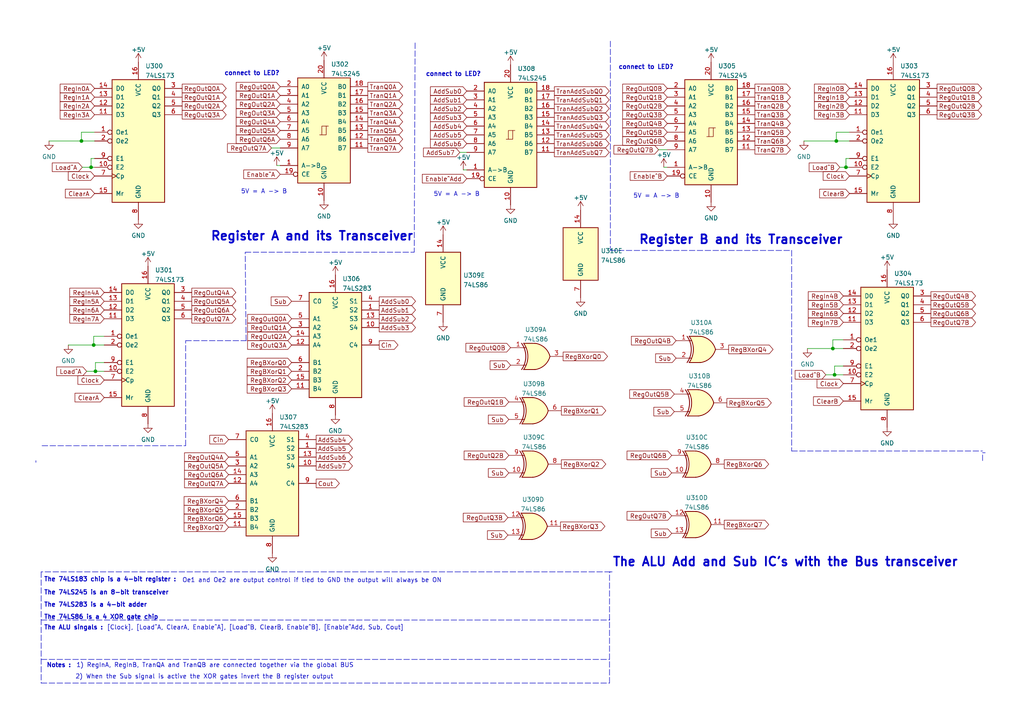
<source format=kicad_sch>
(kicad_sch (version 20211123) (generator eeschema)

  (uuid c2dff477-c5da-4708-9dac-2e9dbf228add)

  (paper "A4")

  (title_block
    (title "the CPU's ALU")
    (date "2022-05-25")
    (rev "0.1v")
    (company "FLYX")
  )

  (lib_symbols
    (symbol "74xx:74LS173" (pin_names (offset 1.016)) (in_bom yes) (on_board yes)
      (property "Reference" "U" (id 0) (at -7.62 19.05 0)
        (effects (font (size 1.27 1.27)))
      )
      (property "Value" "74LS173" (id 1) (at -7.62 -19.05 0)
        (effects (font (size 1.27 1.27)))
      )
      (property "Footprint" "" (id 2) (at 0 0 0)
        (effects (font (size 1.27 1.27)) hide)
      )
      (property "Datasheet" "http://www.ti.com/lit/gpn/sn74LS173" (id 3) (at 0 0 0)
        (effects (font (size 1.27 1.27)) hide)
      )
      (property "ki_locked" "" (id 4) (at 0 0 0)
        (effects (font (size 1.27 1.27)))
      )
      (property "ki_keywords" "TTL REG REG4 3State DFF" (id 5) (at 0 0 0)
        (effects (font (size 1.27 1.27)) hide)
      )
      (property "ki_description" "4-bit D-type Register, 3 state out" (id 6) (at 0 0 0)
        (effects (font (size 1.27 1.27)) hide)
      )
      (property "ki_fp_filters" "DIP?16*" (id 7) (at 0 0 0)
        (effects (font (size 1.27 1.27)) hide)
      )
      (symbol "74LS173_1_0"
        (pin input inverted (at -12.7 2.54 0) (length 5.08)
          (name "Oe1" (effects (font (size 1.27 1.27))))
          (number "1" (effects (font (size 1.27 1.27))))
        )
        (pin input inverted (at -12.7 -7.62 0) (length 5.08)
          (name "E2" (effects (font (size 1.27 1.27))))
          (number "10" (effects (font (size 1.27 1.27))))
        )
        (pin input line (at -12.7 7.62 0) (length 5.08)
          (name "D3" (effects (font (size 1.27 1.27))))
          (number "11" (effects (font (size 1.27 1.27))))
        )
        (pin input line (at -12.7 10.16 0) (length 5.08)
          (name "D2" (effects (font (size 1.27 1.27))))
          (number "12" (effects (font (size 1.27 1.27))))
        )
        (pin input line (at -12.7 12.7 0) (length 5.08)
          (name "D1" (effects (font (size 1.27 1.27))))
          (number "13" (effects (font (size 1.27 1.27))))
        )
        (pin input line (at -12.7 15.24 0) (length 5.08)
          (name "D0" (effects (font (size 1.27 1.27))))
          (number "14" (effects (font (size 1.27 1.27))))
        )
        (pin input line (at -12.7 -15.24 0) (length 5.08)
          (name "Mr" (effects (font (size 1.27 1.27))))
          (number "15" (effects (font (size 1.27 1.27))))
        )
        (pin power_in line (at 0 22.86 270) (length 5.08)
          (name "VCC" (effects (font (size 1.27 1.27))))
          (number "16" (effects (font (size 1.27 1.27))))
        )
        (pin input inverted (at -12.7 0 0) (length 5.08)
          (name "Oe2" (effects (font (size 1.27 1.27))))
          (number "2" (effects (font (size 1.27 1.27))))
        )
        (pin tri_state line (at 12.7 15.24 180) (length 5.08)
          (name "Q0" (effects (font (size 1.27 1.27))))
          (number "3" (effects (font (size 1.27 1.27))))
        )
        (pin tri_state line (at 12.7 12.7 180) (length 5.08)
          (name "Q1" (effects (font (size 1.27 1.27))))
          (number "4" (effects (font (size 1.27 1.27))))
        )
        (pin tri_state line (at 12.7 10.16 180) (length 5.08)
          (name "Q2" (effects (font (size 1.27 1.27))))
          (number "5" (effects (font (size 1.27 1.27))))
        )
        (pin tri_state line (at 12.7 7.62 180) (length 5.08)
          (name "Q3" (effects (font (size 1.27 1.27))))
          (number "6" (effects (font (size 1.27 1.27))))
        )
        (pin input clock (at -12.7 -10.16 0) (length 5.08)
          (name "Cp" (effects (font (size 1.27 1.27))))
          (number "7" (effects (font (size 1.27 1.27))))
        )
        (pin power_in line (at 0 -22.86 90) (length 5.08)
          (name "GND" (effects (font (size 1.27 1.27))))
          (number "8" (effects (font (size 1.27 1.27))))
        )
        (pin input inverted (at -12.7 -5.08 0) (length 5.08)
          (name "E1" (effects (font (size 1.27 1.27))))
          (number "9" (effects (font (size 1.27 1.27))))
        )
      )
      (symbol "74LS173_1_1"
        (rectangle (start -7.62 17.78) (end 7.62 -17.78)
          (stroke (width 0.254) (type default) (color 0 0 0 0))
          (fill (type background))
        )
      )
    )
    (symbol "74xx:74LS245" (pin_names (offset 1.016)) (in_bom yes) (on_board yes)
      (property "Reference" "U" (id 0) (at -7.62 16.51 0)
        (effects (font (size 1.27 1.27)))
      )
      (property "Value" "74LS245" (id 1) (at -7.62 -16.51 0)
        (effects (font (size 1.27 1.27)))
      )
      (property "Footprint" "" (id 2) (at 0 0 0)
        (effects (font (size 1.27 1.27)) hide)
      )
      (property "Datasheet" "http://www.ti.com/lit/gpn/sn74LS245" (id 3) (at 0 0 0)
        (effects (font (size 1.27 1.27)) hide)
      )
      (property "ki_locked" "" (id 4) (at 0 0 0)
        (effects (font (size 1.27 1.27)))
      )
      (property "ki_keywords" "TTL BUS 3State" (id 5) (at 0 0 0)
        (effects (font (size 1.27 1.27)) hide)
      )
      (property "ki_description" "Octal BUS Transceivers, 3-State outputs" (id 6) (at 0 0 0)
        (effects (font (size 1.27 1.27)) hide)
      )
      (property "ki_fp_filters" "DIP?20*" (id 7) (at 0 0 0)
        (effects (font (size 1.27 1.27)) hide)
      )
      (symbol "74LS245_1_0"
        (polyline
          (pts
            (xy -0.635 -1.27)
            (xy -0.635 1.27)
            (xy 0.635 1.27)
          )
          (stroke (width 0) (type default) (color 0 0 0 0))
          (fill (type none))
        )
        (polyline
          (pts
            (xy -1.27 -1.27)
            (xy 0.635 -1.27)
            (xy 0.635 1.27)
            (xy 1.27 1.27)
          )
          (stroke (width 0) (type default) (color 0 0 0 0))
          (fill (type none))
        )
        (pin input line (at -12.7 -10.16 0) (length 5.08)
          (name "A->B" (effects (font (size 1.27 1.27))))
          (number "1" (effects (font (size 1.27 1.27))))
        )
        (pin power_in line (at 0 -20.32 90) (length 5.08)
          (name "GND" (effects (font (size 1.27 1.27))))
          (number "10" (effects (font (size 1.27 1.27))))
        )
        (pin tri_state line (at 12.7 -5.08 180) (length 5.08)
          (name "B7" (effects (font (size 1.27 1.27))))
          (number "11" (effects (font (size 1.27 1.27))))
        )
        (pin tri_state line (at 12.7 -2.54 180) (length 5.08)
          (name "B6" (effects (font (size 1.27 1.27))))
          (number "12" (effects (font (size 1.27 1.27))))
        )
        (pin tri_state line (at 12.7 0 180) (length 5.08)
          (name "B5" (effects (font (size 1.27 1.27))))
          (number "13" (effects (font (size 1.27 1.27))))
        )
        (pin tri_state line (at 12.7 2.54 180) (length 5.08)
          (name "B4" (effects (font (size 1.27 1.27))))
          (number "14" (effects (font (size 1.27 1.27))))
        )
        (pin tri_state line (at 12.7 5.08 180) (length 5.08)
          (name "B3" (effects (font (size 1.27 1.27))))
          (number "15" (effects (font (size 1.27 1.27))))
        )
        (pin tri_state line (at 12.7 7.62 180) (length 5.08)
          (name "B2" (effects (font (size 1.27 1.27))))
          (number "16" (effects (font (size 1.27 1.27))))
        )
        (pin tri_state line (at 12.7 10.16 180) (length 5.08)
          (name "B1" (effects (font (size 1.27 1.27))))
          (number "17" (effects (font (size 1.27 1.27))))
        )
        (pin tri_state line (at 12.7 12.7 180) (length 5.08)
          (name "B0" (effects (font (size 1.27 1.27))))
          (number "18" (effects (font (size 1.27 1.27))))
        )
        (pin input inverted (at -12.7 -12.7 0) (length 5.08)
          (name "CE" (effects (font (size 1.27 1.27))))
          (number "19" (effects (font (size 1.27 1.27))))
        )
        (pin tri_state line (at -12.7 12.7 0) (length 5.08)
          (name "A0" (effects (font (size 1.27 1.27))))
          (number "2" (effects (font (size 1.27 1.27))))
        )
        (pin power_in line (at 0 20.32 270) (length 5.08)
          (name "VCC" (effects (font (size 1.27 1.27))))
          (number "20" (effects (font (size 1.27 1.27))))
        )
        (pin tri_state line (at -12.7 10.16 0) (length 5.08)
          (name "A1" (effects (font (size 1.27 1.27))))
          (number "3" (effects (font (size 1.27 1.27))))
        )
        (pin tri_state line (at -12.7 7.62 0) (length 5.08)
          (name "A2" (effects (font (size 1.27 1.27))))
          (number "4" (effects (font (size 1.27 1.27))))
        )
        (pin tri_state line (at -12.7 5.08 0) (length 5.08)
          (name "A3" (effects (font (size 1.27 1.27))))
          (number "5" (effects (font (size 1.27 1.27))))
        )
        (pin tri_state line (at -12.7 2.54 0) (length 5.08)
          (name "A4" (effects (font (size 1.27 1.27))))
          (number "6" (effects (font (size 1.27 1.27))))
        )
        (pin tri_state line (at -12.7 0 0) (length 5.08)
          (name "A5" (effects (font (size 1.27 1.27))))
          (number "7" (effects (font (size 1.27 1.27))))
        )
        (pin tri_state line (at -12.7 -2.54 0) (length 5.08)
          (name "A6" (effects (font (size 1.27 1.27))))
          (number "8" (effects (font (size 1.27 1.27))))
        )
        (pin tri_state line (at -12.7 -5.08 0) (length 5.08)
          (name "A7" (effects (font (size 1.27 1.27))))
          (number "9" (effects (font (size 1.27 1.27))))
        )
      )
      (symbol "74LS245_1_1"
        (rectangle (start -7.62 15.24) (end 7.62 -15.24)
          (stroke (width 0.254) (type default) (color 0 0 0 0))
          (fill (type background))
        )
      )
    )
    (symbol "74xx:74LS283" (pin_names (offset 1.016)) (in_bom yes) (on_board yes)
      (property "Reference" "U" (id 0) (at -7.62 16.51 0)
        (effects (font (size 1.27 1.27)))
      )
      (property "Value" "74LS283" (id 1) (at -7.62 -16.51 0)
        (effects (font (size 1.27 1.27)))
      )
      (property "Footprint" "" (id 2) (at 0 0 0)
        (effects (font (size 1.27 1.27)) hide)
      )
      (property "Datasheet" "http://www.ti.com/lit/gpn/sn74LS283" (id 3) (at 0 0 0)
        (effects (font (size 1.27 1.27)) hide)
      )
      (property "ki_locked" "" (id 4) (at 0 0 0)
        (effects (font (size 1.27 1.27)))
      )
      (property "ki_keywords" "TTL ADD Arith ALU" (id 5) (at 0 0 0)
        (effects (font (size 1.27 1.27)) hide)
      )
      (property "ki_description" "4-bit full Adder" (id 6) (at 0 0 0)
        (effects (font (size 1.27 1.27)) hide)
      )
      (property "ki_fp_filters" "DIP?16*" (id 7) (at 0 0 0)
        (effects (font (size 1.27 1.27)) hide)
      )
      (symbol "74LS283_1_0"
        (pin output line (at 12.7 10.16 180) (length 5.08)
          (name "S2" (effects (font (size 1.27 1.27))))
          (number "1" (effects (font (size 1.27 1.27))))
        )
        (pin output line (at 12.7 5.08 180) (length 5.08)
          (name "S4" (effects (font (size 1.27 1.27))))
          (number "10" (effects (font (size 1.27 1.27))))
        )
        (pin input line (at -12.7 -12.7 0) (length 5.08)
          (name "B4" (effects (font (size 1.27 1.27))))
          (number "11" (effects (font (size 1.27 1.27))))
        )
        (pin input line (at -12.7 0 0) (length 5.08)
          (name "A4" (effects (font (size 1.27 1.27))))
          (number "12" (effects (font (size 1.27 1.27))))
        )
        (pin output line (at 12.7 7.62 180) (length 5.08)
          (name "S3" (effects (font (size 1.27 1.27))))
          (number "13" (effects (font (size 1.27 1.27))))
        )
        (pin input line (at -12.7 2.54 0) (length 5.08)
          (name "A3" (effects (font (size 1.27 1.27))))
          (number "14" (effects (font (size 1.27 1.27))))
        )
        (pin input line (at -12.7 -10.16 0) (length 5.08)
          (name "B3" (effects (font (size 1.27 1.27))))
          (number "15" (effects (font (size 1.27 1.27))))
        )
        (pin power_in line (at 0 20.32 270) (length 5.08)
          (name "VCC" (effects (font (size 1.27 1.27))))
          (number "16" (effects (font (size 1.27 1.27))))
        )
        (pin input line (at -12.7 -7.62 0) (length 5.08)
          (name "B2" (effects (font (size 1.27 1.27))))
          (number "2" (effects (font (size 1.27 1.27))))
        )
        (pin input line (at -12.7 5.08 0) (length 5.08)
          (name "A2" (effects (font (size 1.27 1.27))))
          (number "3" (effects (font (size 1.27 1.27))))
        )
        (pin output line (at 12.7 12.7 180) (length 5.08)
          (name "S1" (effects (font (size 1.27 1.27))))
          (number "4" (effects (font (size 1.27 1.27))))
        )
        (pin input line (at -12.7 7.62 0) (length 5.08)
          (name "A1" (effects (font (size 1.27 1.27))))
          (number "5" (effects (font (size 1.27 1.27))))
        )
        (pin input line (at -12.7 -5.08 0) (length 5.08)
          (name "B1" (effects (font (size 1.27 1.27))))
          (number "6" (effects (font (size 1.27 1.27))))
        )
        (pin input line (at -12.7 12.7 0) (length 5.08)
          (name "C0" (effects (font (size 1.27 1.27))))
          (number "7" (effects (font (size 1.27 1.27))))
        )
        (pin power_in line (at 0 -20.32 90) (length 5.08)
          (name "GND" (effects (font (size 1.27 1.27))))
          (number "8" (effects (font (size 1.27 1.27))))
        )
        (pin output line (at 12.7 0 180) (length 5.08)
          (name "C4" (effects (font (size 1.27 1.27))))
          (number "9" (effects (font (size 1.27 1.27))))
        )
      )
      (symbol "74LS283_1_1"
        (rectangle (start -7.62 15.24) (end 7.62 -15.24)
          (stroke (width 0.254) (type default) (color 0 0 0 0))
          (fill (type background))
        )
      )
    )
    (symbol "74xx:74LS86" (pin_names (offset 1.016)) (in_bom yes) (on_board yes)
      (property "Reference" "U" (id 0) (at 0 1.27 0)
        (effects (font (size 1.27 1.27)))
      )
      (property "Value" "74LS86" (id 1) (at 0 -1.27 0)
        (effects (font (size 1.27 1.27)))
      )
      (property "Footprint" "" (id 2) (at 0 0 0)
        (effects (font (size 1.27 1.27)) hide)
      )
      (property "Datasheet" "74xx/74ls86.pdf" (id 3) (at 0 0 0)
        (effects (font (size 1.27 1.27)) hide)
      )
      (property "ki_locked" "" (id 4) (at 0 0 0)
        (effects (font (size 1.27 1.27)))
      )
      (property "ki_keywords" "TTL XOR2" (id 5) (at 0 0 0)
        (effects (font (size 1.27 1.27)) hide)
      )
      (property "ki_description" "Quad 2-input XOR" (id 6) (at 0 0 0)
        (effects (font (size 1.27 1.27)) hide)
      )
      (property "ki_fp_filters" "DIP*W7.62mm*" (id 7) (at 0 0 0)
        (effects (font (size 1.27 1.27)) hide)
      )
      (symbol "74LS86_1_0"
        (arc (start -4.4196 -3.81) (mid -3.2033 0) (end -4.4196 3.81)
          (stroke (width 0.254) (type default) (color 0 0 0 0))
          (fill (type none))
        )
        (arc (start -3.81 -3.81) (mid -2.589 0) (end -3.81 3.81)
          (stroke (width 0.254) (type default) (color 0 0 0 0))
          (fill (type none))
        )
        (arc (start -0.6096 -3.81) (mid 2.1855 -2.584) (end 3.81 0)
          (stroke (width 0.254) (type default) (color 0 0 0 0))
          (fill (type background))
        )
        (polyline
          (pts
            (xy -3.81 -3.81)
            (xy -0.635 -3.81)
          )
          (stroke (width 0.254) (type default) (color 0 0 0 0))
          (fill (type background))
        )
        (polyline
          (pts
            (xy -3.81 3.81)
            (xy -0.635 3.81)
          )
          (stroke (width 0.254) (type default) (color 0 0 0 0))
          (fill (type background))
        )
        (polyline
          (pts
            (xy -0.635 3.81)
            (xy -3.81 3.81)
            (xy -3.81 3.81)
            (xy -3.556 3.4036)
            (xy -3.0226 2.2606)
            (xy -2.6924 1.0414)
            (xy -2.6162 -0.254)
            (xy -2.7686 -1.4986)
            (xy -3.175 -2.7178)
            (xy -3.81 -3.81)
            (xy -3.81 -3.81)
            (xy -0.635 -3.81)
          )
          (stroke (width -25.4) (type default) (color 0 0 0 0))
          (fill (type background))
        )
        (arc (start 3.81 0) (mid 2.1928 2.5925) (end -0.6096 3.81)
          (stroke (width 0.254) (type default) (color 0 0 0 0))
          (fill (type background))
        )
        (pin input line (at -7.62 2.54 0) (length 4.445)
          (name "~" (effects (font (size 1.27 1.27))))
          (number "1" (effects (font (size 1.27 1.27))))
        )
        (pin input line (at -7.62 -2.54 0) (length 4.445)
          (name "~" (effects (font (size 1.27 1.27))))
          (number "2" (effects (font (size 1.27 1.27))))
        )
        (pin output line (at 7.62 0 180) (length 3.81)
          (name "~" (effects (font (size 1.27 1.27))))
          (number "3" (effects (font (size 1.27 1.27))))
        )
      )
      (symbol "74LS86_1_1"
        (polyline
          (pts
            (xy -3.81 -2.54)
            (xy -3.175 -2.54)
          )
          (stroke (width 0.1524) (type default) (color 0 0 0 0))
          (fill (type none))
        )
        (polyline
          (pts
            (xy -3.81 2.54)
            (xy -3.175 2.54)
          )
          (stroke (width 0.1524) (type default) (color 0 0 0 0))
          (fill (type none))
        )
      )
      (symbol "74LS86_2_0"
        (arc (start -4.4196 -3.81) (mid -3.2033 0) (end -4.4196 3.81)
          (stroke (width 0.254) (type default) (color 0 0 0 0))
          (fill (type none))
        )
        (arc (start -3.81 -3.81) (mid -2.589 0) (end -3.81 3.81)
          (stroke (width 0.254) (type default) (color 0 0 0 0))
          (fill (type none))
        )
        (arc (start -0.6096 -3.81) (mid 2.1855 -2.584) (end 3.81 0)
          (stroke (width 0.254) (type default) (color 0 0 0 0))
          (fill (type background))
        )
        (polyline
          (pts
            (xy -3.81 -3.81)
            (xy -0.635 -3.81)
          )
          (stroke (width 0.254) (type default) (color 0 0 0 0))
          (fill (type background))
        )
        (polyline
          (pts
            (xy -3.81 3.81)
            (xy -0.635 3.81)
          )
          (stroke (width 0.254) (type default) (color 0 0 0 0))
          (fill (type background))
        )
        (polyline
          (pts
            (xy -0.635 3.81)
            (xy -3.81 3.81)
            (xy -3.81 3.81)
            (xy -3.556 3.4036)
            (xy -3.0226 2.2606)
            (xy -2.6924 1.0414)
            (xy -2.6162 -0.254)
            (xy -2.7686 -1.4986)
            (xy -3.175 -2.7178)
            (xy -3.81 -3.81)
            (xy -3.81 -3.81)
            (xy -0.635 -3.81)
          )
          (stroke (width -25.4) (type default) (color 0 0 0 0))
          (fill (type background))
        )
        (arc (start 3.81 0) (mid 2.1928 2.5925) (end -0.6096 3.81)
          (stroke (width 0.254) (type default) (color 0 0 0 0))
          (fill (type background))
        )
        (pin input line (at -7.62 2.54 0) (length 4.445)
          (name "~" (effects (font (size 1.27 1.27))))
          (number "4" (effects (font (size 1.27 1.27))))
        )
        (pin input line (at -7.62 -2.54 0) (length 4.445)
          (name "~" (effects (font (size 1.27 1.27))))
          (number "5" (effects (font (size 1.27 1.27))))
        )
        (pin output line (at 7.62 0 180) (length 3.81)
          (name "~" (effects (font (size 1.27 1.27))))
          (number "6" (effects (font (size 1.27 1.27))))
        )
      )
      (symbol "74LS86_2_1"
        (polyline
          (pts
            (xy -3.81 -2.54)
            (xy -3.175 -2.54)
          )
          (stroke (width 0.1524) (type default) (color 0 0 0 0))
          (fill (type none))
        )
        (polyline
          (pts
            (xy -3.81 2.54)
            (xy -3.175 2.54)
          )
          (stroke (width 0.1524) (type default) (color 0 0 0 0))
          (fill (type none))
        )
      )
      (symbol "74LS86_3_0"
        (arc (start -4.4196 -3.81) (mid -3.2033 0) (end -4.4196 3.81)
          (stroke (width 0.254) (type default) (color 0 0 0 0))
          (fill (type none))
        )
        (arc (start -3.81 -3.81) (mid -2.589 0) (end -3.81 3.81)
          (stroke (width 0.254) (type default) (color 0 0 0 0))
          (fill (type none))
        )
        (arc (start -0.6096 -3.81) (mid 2.1855 -2.584) (end 3.81 0)
          (stroke (width 0.254) (type default) (color 0 0 0 0))
          (fill (type background))
        )
        (polyline
          (pts
            (xy -3.81 -3.81)
            (xy -0.635 -3.81)
          )
          (stroke (width 0.254) (type default) (color 0 0 0 0))
          (fill (type background))
        )
        (polyline
          (pts
            (xy -3.81 3.81)
            (xy -0.635 3.81)
          )
          (stroke (width 0.254) (type default) (color 0 0 0 0))
          (fill (type background))
        )
        (polyline
          (pts
            (xy -0.635 3.81)
            (xy -3.81 3.81)
            (xy -3.81 3.81)
            (xy -3.556 3.4036)
            (xy -3.0226 2.2606)
            (xy -2.6924 1.0414)
            (xy -2.6162 -0.254)
            (xy -2.7686 -1.4986)
            (xy -3.175 -2.7178)
            (xy -3.81 -3.81)
            (xy -3.81 -3.81)
            (xy -0.635 -3.81)
          )
          (stroke (width -25.4) (type default) (color 0 0 0 0))
          (fill (type background))
        )
        (arc (start 3.81 0) (mid 2.1928 2.5925) (end -0.6096 3.81)
          (stroke (width 0.254) (type default) (color 0 0 0 0))
          (fill (type background))
        )
        (pin input line (at -7.62 -2.54 0) (length 4.445)
          (name "~" (effects (font (size 1.27 1.27))))
          (number "10" (effects (font (size 1.27 1.27))))
        )
        (pin output line (at 7.62 0 180) (length 3.81)
          (name "~" (effects (font (size 1.27 1.27))))
          (number "8" (effects (font (size 1.27 1.27))))
        )
        (pin input line (at -7.62 2.54 0) (length 4.445)
          (name "~" (effects (font (size 1.27 1.27))))
          (number "9" (effects (font (size 1.27 1.27))))
        )
      )
      (symbol "74LS86_3_1"
        (polyline
          (pts
            (xy -3.81 -2.54)
            (xy -3.175 -2.54)
          )
          (stroke (width 0.1524) (type default) (color 0 0 0 0))
          (fill (type none))
        )
        (polyline
          (pts
            (xy -3.81 2.54)
            (xy -3.175 2.54)
          )
          (stroke (width 0.1524) (type default) (color 0 0 0 0))
          (fill (type none))
        )
      )
      (symbol "74LS86_4_0"
        (arc (start -4.4196 -3.81) (mid -3.2033 0) (end -4.4196 3.81)
          (stroke (width 0.254) (type default) (color 0 0 0 0))
          (fill (type none))
        )
        (arc (start -3.81 -3.81) (mid -2.589 0) (end -3.81 3.81)
          (stroke (width 0.254) (type default) (color 0 0 0 0))
          (fill (type none))
        )
        (arc (start -0.6096 -3.81) (mid 2.1855 -2.584) (end 3.81 0)
          (stroke (width 0.254) (type default) (color 0 0 0 0))
          (fill (type background))
        )
        (polyline
          (pts
            (xy -3.81 -3.81)
            (xy -0.635 -3.81)
          )
          (stroke (width 0.254) (type default) (color 0 0 0 0))
          (fill (type background))
        )
        (polyline
          (pts
            (xy -3.81 3.81)
            (xy -0.635 3.81)
          )
          (stroke (width 0.254) (type default) (color 0 0 0 0))
          (fill (type background))
        )
        (polyline
          (pts
            (xy -0.635 3.81)
            (xy -3.81 3.81)
            (xy -3.81 3.81)
            (xy -3.556 3.4036)
            (xy -3.0226 2.2606)
            (xy -2.6924 1.0414)
            (xy -2.6162 -0.254)
            (xy -2.7686 -1.4986)
            (xy -3.175 -2.7178)
            (xy -3.81 -3.81)
            (xy -3.81 -3.81)
            (xy -0.635 -3.81)
          )
          (stroke (width -25.4) (type default) (color 0 0 0 0))
          (fill (type background))
        )
        (arc (start 3.81 0) (mid 2.1928 2.5925) (end -0.6096 3.81)
          (stroke (width 0.254) (type default) (color 0 0 0 0))
          (fill (type background))
        )
        (pin output line (at 7.62 0 180) (length 3.81)
          (name "~" (effects (font (size 1.27 1.27))))
          (number "11" (effects (font (size 1.27 1.27))))
        )
        (pin input line (at -7.62 2.54 0) (length 4.445)
          (name "~" (effects (font (size 1.27 1.27))))
          (number "12" (effects (font (size 1.27 1.27))))
        )
        (pin input line (at -7.62 -2.54 0) (length 4.445)
          (name "~" (effects (font (size 1.27 1.27))))
          (number "13" (effects (font (size 1.27 1.27))))
        )
      )
      (symbol "74LS86_4_1"
        (polyline
          (pts
            (xy -3.81 -2.54)
            (xy -3.175 -2.54)
          )
          (stroke (width 0.1524) (type default) (color 0 0 0 0))
          (fill (type none))
        )
        (polyline
          (pts
            (xy -3.81 2.54)
            (xy -3.175 2.54)
          )
          (stroke (width 0.1524) (type default) (color 0 0 0 0))
          (fill (type none))
        )
      )
      (symbol "74LS86_5_0"
        (pin power_in line (at 0 12.7 270) (length 5.08)
          (name "VCC" (effects (font (size 1.27 1.27))))
          (number "14" (effects (font (size 1.27 1.27))))
        )
        (pin power_in line (at 0 -12.7 90) (length 5.08)
          (name "GND" (effects (font (size 1.27 1.27))))
          (number "7" (effects (font (size 1.27 1.27))))
        )
      )
      (symbol "74LS86_5_1"
        (rectangle (start -5.08 7.62) (end 5.08 -7.62)
          (stroke (width 0.254) (type default) (color 0 0 0 0))
          (fill (type background))
        )
      )
    )
    (symbol "Device:LED_Small" (pin_numbers hide) (pin_names (offset 0.254) hide) (in_bom yes) (on_board yes)
      (property "Reference" "D" (id 0) (at -1.27 3.175 0)
        (effects (font (size 1.27 1.27)) (justify left))
      )
      (property "Value" "LED_Small" (id 1) (at -4.445 -2.54 0)
        (effects (font (size 1.27 1.27)) (justify left))
      )
      (property "Footprint" "" (id 2) (at 0 0 90)
        (effects (font (size 1.27 1.27)) hide)
      )
      (property "Datasheet" "~" (id 3) (at 0 0 90)
        (effects (font (size 1.27 1.27)) hide)
      )
      (property "ki_keywords" "LED diode light-emitting-diode" (id 4) (at 0 0 0)
        (effects (font (size 1.27 1.27)) hide)
      )
      (property "ki_description" "Light emitting diode, small symbol" (id 5) (at 0 0 0)
        (effects (font (size 1.27 1.27)) hide)
      )
      (property "ki_fp_filters" "LED* LED_SMD:* LED_THT:*" (id 6) (at 0 0 0)
        (effects (font (size 1.27 1.27)) hide)
      )
      (symbol "LED_Small_0_1"
        (polyline
          (pts
            (xy -0.762 -1.016)
            (xy -0.762 1.016)
          )
          (stroke (width 0.254) (type default) (color 0 0 0 0))
          (fill (type none))
        )
        (polyline
          (pts
            (xy 1.016 0)
            (xy -0.762 0)
          )
          (stroke (width 0) (type default) (color 0 0 0 0))
          (fill (type none))
        )
        (polyline
          (pts
            (xy 0.762 -1.016)
            (xy -0.762 0)
            (xy 0.762 1.016)
            (xy 0.762 -1.016)
          )
          (stroke (width 0.254) (type default) (color 0 0 0 0))
          (fill (type none))
        )
        (polyline
          (pts
            (xy 0 0.762)
            (xy -0.508 1.27)
            (xy -0.254 1.27)
            (xy -0.508 1.27)
            (xy -0.508 1.016)
          )
          (stroke (width 0) (type default) (color 0 0 0 0))
          (fill (type none))
        )
        (polyline
          (pts
            (xy 0.508 1.27)
            (xy 0 1.778)
            (xy 0.254 1.778)
            (xy 0 1.778)
            (xy 0 1.524)
          )
          (stroke (width 0) (type default) (color 0 0 0 0))
          (fill (type none))
        )
      )
      (symbol "LED_Small_1_1"
        (pin passive line (at -2.54 0 0) (length 1.778)
          (name "K" (effects (font (size 1.27 1.27))))
          (number "1" (effects (font (size 1.27 1.27))))
        )
        (pin passive line (at 2.54 0 180) (length 1.778)
          (name "A" (effects (font (size 1.27 1.27))))
          (number "2" (effects (font (size 1.27 1.27))))
        )
      )
    )
    (symbol "power:+5V" (power) (pin_names (offset 0)) (in_bom yes) (on_board yes)
      (property "Reference" "#PWR" (id 0) (at 0 -3.81 0)
        (effects (font (size 1.27 1.27)) hide)
      )
      (property "Value" "+5V" (id 1) (at 0 3.556 0)
        (effects (font (size 1.27 1.27)))
      )
      (property "Footprint" "" (id 2) (at 0 0 0)
        (effects (font (size 1.27 1.27)) hide)
      )
      (property "Datasheet" "" (id 3) (at 0 0 0)
        (effects (font (size 1.27 1.27)) hide)
      )
      (property "ki_keywords" "power-flag" (id 4) (at 0 0 0)
        (effects (font (size 1.27 1.27)) hide)
      )
      (property "ki_description" "Power symbol creates a global label with name \"+5V\"" (id 5) (at 0 0 0)
        (effects (font (size 1.27 1.27)) hide)
      )
      (symbol "+5V_0_1"
        (polyline
          (pts
            (xy -0.762 1.27)
            (xy 0 2.54)
          )
          (stroke (width 0) (type default) (color 0 0 0 0))
          (fill (type none))
        )
        (polyline
          (pts
            (xy 0 0)
            (xy 0 2.54)
          )
          (stroke (width 0) (type default) (color 0 0 0 0))
          (fill (type none))
        )
        (polyline
          (pts
            (xy 0 2.54)
            (xy 0.762 1.27)
          )
          (stroke (width 0) (type default) (color 0 0 0 0))
          (fill (type none))
        )
      )
      (symbol "+5V_1_1"
        (pin power_in line (at 0 0 90) (length 0) hide
          (name "+5V" (effects (font (size 1.27 1.27))))
          (number "1" (effects (font (size 1.27 1.27))))
        )
      )
    )
    (symbol "power:GND" (power) (pin_names (offset 0)) (in_bom yes) (on_board yes)
      (property "Reference" "#PWR" (id 0) (at 0 -6.35 0)
        (effects (font (size 1.27 1.27)) hide)
      )
      (property "Value" "GND" (id 1) (at 0 -3.81 0)
        (effects (font (size 1.27 1.27)))
      )
      (property "Footprint" "" (id 2) (at 0 0 0)
        (effects (font (size 1.27 1.27)) hide)
      )
      (property "Datasheet" "" (id 3) (at 0 0 0)
        (effects (font (size 1.27 1.27)) hide)
      )
      (property "ki_keywords" "power-flag" (id 4) (at 0 0 0)
        (effects (font (size 1.27 1.27)) hide)
      )
      (property "ki_description" "Power symbol creates a global label with name \"GND\" , ground" (id 5) (at 0 0 0)
        (effects (font (size 1.27 1.27)) hide)
      )
      (symbol "GND_0_1"
        (polyline
          (pts
            (xy 0 0)
            (xy 0 -1.27)
            (xy 1.27 -1.27)
            (xy 0 -2.54)
            (xy -1.27 -1.27)
            (xy 0 -1.27)
          )
          (stroke (width 0) (type default) (color 0 0 0 0))
          (fill (type none))
        )
      )
      (symbol "GND_1_1"
        (pin power_in line (at 0 0 270) (length 0) hide
          (name "GND" (effects (font (size 1.27 1.27))))
          (number "1" (effects (font (size 1.27 1.27))))
        )
      )
    )
  )

  (junction (at -29.972 98.298) (diameter 0) (color 0 0 0 0)
    (uuid 0ce78679-03ac-491f-9cd7-1e0710c8a791)
  )
  (junction (at -29.718 62.738) (diameter 0) (color 0 0 0 0)
    (uuid 1adaa1c9-f3a6-494b-a7c9-2cd14b6885d2)
  )
  (junction (at -29.718 67.818) (diameter 0) (color 0 0 0 0)
    (uuid 27848a57-7d55-4d14-bdb1-ef0bf1297d79)
  )
  (junction (at -29.718 34.798) (diameter 0) (color 0 0 0 0)
    (uuid 32ebe94c-fb0a-44a3-9cfb-c1ad6834ef28)
  )
  (junction (at -29.718 55.118) (diameter 0) (color 0 0 0 0)
    (uuid 44163d56-5ab5-4a2f-bc3f-ea4062fe8947)
  )
  (junction (at -29.972 93.218) (diameter 0) (color 0 0 0 0)
    (uuid 47c382de-53ac-4ec0-b90c-03f04fdb0286)
  )
  (junction (at 27.178 100.076) (diameter 0) (color 0 0 0 0)
    (uuid 5e0b4dc5-69d3-4dd2-9b3a-cdf95ccc45a7)
  )
  (junction (at -29.972 95.758) (diameter 0) (color 0 0 0 0)
    (uuid 62e29245-6ad2-48e4-916a-be53996f8420)
  )
  (junction (at -29.972 90.678) (diameter 0) (color 0 0 0 0)
    (uuid 661e1dce-4320-4d00-a244-53dbf8a53b2c)
  )
  (junction (at 245.364 48.514) (diameter 0) (color 0 0 0 0)
    (uuid 6b51ed91-9fbc-4b73-97cb-a578989eb67d)
  )
  (junction (at -29.718 32.258) (diameter 0) (color 0 0 0 0)
    (uuid 78c48e67-8f5c-4782-9ccb-ccd410e12b6a)
  )
  (junction (at 241.554 101.092) (diameter 0) (color 0 0 0 0)
    (uuid 7d148369-f128-4ad7-a0bf-99dcb3bd1f54)
  )
  (junction (at 242.062 108.712) (diameter 0) (color 0 0 0 0)
    (uuid 81cadf3f-41a9-4da1-ad19-ae8d9e8316aa)
  )
  (junction (at -29.972 88.138) (diameter 0) (color 0 0 0 0)
    (uuid 8e296fb2-7b77-4667-8d77-065e20752342)
  )
  (junction (at -29.718 27.178) (diameter 0) (color 0 0 0 0)
    (uuid 9091d1b4-bec2-43b9-aed3-8afe24c814de)
  )
  (junction (at 23.622 40.894) (diameter 0) (color 0 0 0 0)
    (uuid 90fa8e7a-13c0-4800-9379-6f54e2695254)
  )
  (junction (at -29.718 24.638) (diameter 0) (color 0 0 0 0)
    (uuid 954376f4-bf66-4703-a47c-ecf816c51c38)
  )
  (junction (at 27.686 107.696) (diameter 0) (color 0 0 0 0)
    (uuid 993be68a-612a-4351-9c9e-d11117cdf80a)
  )
  (junction (at -29.718 57.658) (diameter 0) (color 0 0 0 0)
    (uuid a2b386d9-992b-474b-9d77-828ba4ba5828)
  )
  (junction (at 242.57 40.894) (diameter 0) (color 0 0 0 0)
    (uuid a4fc0634-cdcd-4298-8b31-747eddf861a0)
  )
  (junction (at -29.718 70.358) (diameter 0) (color 0 0 0 0)
    (uuid b646b007-d3a7-4b76-b772-8f62b5ca8ba5)
  )
  (junction (at -29.718 37.338) (diameter 0) (color 0 0 0 0)
    (uuid bfe87fef-755c-4606-8028-1cca3716cb3c)
  )
  (junction (at -29.972 100.838) (diameter 0) (color 0 0 0 0)
    (uuid c8e9b01a-5318-4705-853e-321e01baaccd)
  )
  (junction (at -29.718 65.278) (diameter 0) (color 0 0 0 0)
    (uuid d771f29f-1b9f-4bdb-a109-6bfa7ae03227)
  )
  (junction (at -29.718 29.718) (diameter 0) (color 0 0 0 0)
    (uuid dcb7e9a0-5a4d-4a8c-bb5e-48b27135df3b)
  )
  (junction (at -29.718 22.098) (diameter 0) (color 0 0 0 0)
    (uuid f0e89df7-e0b7-4209-9a0f-4d22b9a78826)
  )
  (junction (at 26.416 48.514) (diameter 0) (color 0 0 0 0)
    (uuid f7dfed39-3d06-41d9-b2d2-1527622810ef)
  )
  (junction (at -29.972 103.378) (diameter 0) (color 0 0 0 0)
    (uuid f8d68001-bc83-49a3-9a3b-239dea0d723a)
  )
  (junction (at -29.718 60.198) (diameter 0) (color 0 0 0 0)
    (uuid fdb89b58-2166-4574-89a2-dad8c17edf7a)
  )

  (wire (pts (xy -29.972 95.758) (xy -29.972 98.298))
    (stroke (width 0) (type default) (color 0 0 0 0))
    (uuid 01903b53-bb29-433a-b942-58bb2b1e8659)
  )
  (polyline (pts (xy 53.848 129.286) (xy 53.848 98.806))
    (stroke (width 0) (type default) (color 0 0 0 0))
    (uuid 0863f177-3f4a-4b09-9cf6-bfc6cc383460)
  )

  (wire (pts (xy 239.522 108.712) (xy 242.062 108.712))
    (stroke (width 0) (type default) (color 0 0 0 0))
    (uuid 096a981d-d2b8-4691-bc5a-3d8cb59056c6)
  )
  (wire (pts (xy -29.972 98.298) (xy -29.972 100.838))
    (stroke (width 0) (type default) (color 0 0 0 0))
    (uuid 09ef56cb-46a5-4adc-923c-6464c32bbdbd)
  )
  (wire (pts (xy 30.226 97.536) (xy 27.178 97.536))
    (stroke (width 0) (type default) (color 0 0 0 0))
    (uuid 0a64528d-c01b-4fa5-a1d9-aee8ddab84a2)
  )
  (wire (pts (xy 80.264 48.006) (xy 81.28 48.006))
    (stroke (width 0) (type default) (color 0 0 0 0))
    (uuid 0a93fa23-b5f4-42cd-9d60-b0fdacbcf84e)
  )
  (wire (pts (xy 245.364 45.974) (xy 245.364 48.514))
    (stroke (width 0) (type default) (color 0 0 0 0))
    (uuid 0c43a658-1389-4a59-b89f-ef5af681f9dc)
  )
  (wire (pts (xy -24.892 103.378) (xy -21.336 103.378))
    (stroke (width 0) (type default) (color 0 0 0 0))
    (uuid 0fb8d9ea-df92-4f82-832f-69c8d8d24184)
  )
  (wire (pts (xy 242.57 38.354) (xy 242.57 40.894))
    (stroke (width 0) (type default) (color 0 0 0 0))
    (uuid 100e88b6-a515-4011-9f18-ed2330cbabc9)
  )
  (wire (pts (xy -24.638 57.658) (xy -21.082 57.658))
    (stroke (width 0) (type default) (color 0 0 0 0))
    (uuid 1651762a-1deb-4b3f-80d5-eda0c401b482)
  )
  (wire (pts (xy 27.686 107.696) (xy 30.226 107.696))
    (stroke (width 0) (type default) (color 0 0 0 0))
    (uuid 195df93b-1358-4e7c-91fb-72d60f1463f9)
  )
  (wire (pts (xy -24.638 24.638) (xy -21.082 24.638))
    (stroke (width 0) (type default) (color 0 0 0 0))
    (uuid 1aa36e31-684d-46e0-b986-978c95587fbb)
  )
  (wire (pts (xy 133.35 44.196) (xy 135.382 44.196))
    (stroke (width 0) (type default) (color 0 0 0 0))
    (uuid 1b928cd0-242c-45a1-b755-e1f708e170b2)
  )
  (wire (pts (xy -24.638 70.358) (xy -21.082 70.358))
    (stroke (width 0) (type default) (color 0 0 0 0))
    (uuid 20931fa4-7cb1-4b70-b771-567d3db4a4f0)
  )
  (polyline (pts (xy 284.988 131.318) (xy 285.75 131.318))
    (stroke (width 0) (type default) (color 0 0 0 0))
    (uuid 20feb7cb-3274-4dd0-bc8a-5adb49d017ee)
  )

  (wire (pts (xy -24.638 52.578) (xy -21.082 52.578))
    (stroke (width 0) (type default) (color 0 0 0 0))
    (uuid 22272888-11c6-4210-843d-607f7be64774)
  )
  (wire (pts (xy 23.622 38.354) (xy 23.622 40.894))
    (stroke (width 0) (type default) (color 0 0 0 0))
    (uuid 22be735f-17af-4b2c-9881-3fe7f75d05e5)
  )
  (wire (pts (xy -24.638 34.798) (xy -21.082 34.798))
    (stroke (width 0) (type default) (color 0 0 0 0))
    (uuid 250d6bba-380f-476c-879f-7ec7e5c23984)
  )
  (wire (pts (xy 27.432 40.894) (xy 23.622 40.894))
    (stroke (width 0) (type default) (color 0 0 0 0))
    (uuid 27c86559-7b64-4912-852a-0aebef95c0b7)
  )
  (wire (pts (xy 191.008 43.434) (xy 193.548 43.434))
    (stroke (width 0) (type default) (color 0 0 0 0))
    (uuid 2c33b328-a066-45df-b18e-1d91f5e72d9c)
  )
  (wire (pts (xy 134.366 49.276) (xy 135.382 49.276))
    (stroke (width 0) (type default) (color 0 0 0 0))
    (uuid 2e7a53a9-8cc6-4ec9-99da-86b9f4d15690)
  )
  (wire (pts (xy 192.532 48.514) (xy 193.548 48.514))
    (stroke (width 0) (type default) (color 0 0 0 0))
    (uuid 33970201-92a7-4cbf-a722-2aa43c4aa307)
  )
  (wire (pts (xy -29.718 32.258) (xy -29.718 34.798))
    (stroke (width 0) (type default) (color 0 0 0 0))
    (uuid 3420942f-adcf-4ea9-87ce-8f3ff57fa9fe)
  )
  (polyline (pts (xy 177.038 165.862) (xy 11.938 165.862))
    (stroke (width 0) (type default) (color 0 0 0 0))
    (uuid 35abd009-f162-4306-8d5a-1b87e64adc41)
  )
  (polyline (pts (xy 71.374 98.806) (xy 71.12 73.152))
    (stroke (width 0) (type default) (color 0 0 0 0))
    (uuid 39459c61-4c40-4490-845e-9a28a34027c8)
  )

  (wire (pts (xy -24.892 85.598) (xy -21.336 85.598))
    (stroke (width 0) (type default) (color 0 0 0 0))
    (uuid 395d277b-4b6a-4245-9edc-015f9b405e0d)
  )
  (polyline (pts (xy 10.414 133.604) (xy 10.414 134.112))
    (stroke (width 0) (type default) (color 0 0 0 0))
    (uuid 3b551433-ff66-4b4f-9704-78536b08b08e)
  )

  (wire (pts (xy -29.972 85.598) (xy -29.972 88.138))
    (stroke (width 0) (type default) (color 0 0 0 0))
    (uuid 3be3832e-11de-4f9b-865f-5a22abcd6401)
  )
  (wire (pts (xy -29.718 19.558) (xy -29.718 22.098))
    (stroke (width 0) (type default) (color 0 0 0 0))
    (uuid 3cc9cfda-e41f-45f6-9efc-1a9f81bb2a5e)
  )
  (wire (pts (xy 246.38 45.974) (xy 245.364 45.974))
    (stroke (width 0) (type default) (color 0 0 0 0))
    (uuid 3ee7242d-1d8e-46cd-9b3c-85fe5f73e40a)
  )
  (wire (pts (xy 27.432 45.974) (xy 26.416 45.974))
    (stroke (width 0) (type default) (color 0 0 0 0))
    (uuid 3f620852-1e51-4644-8918-f47a55871477)
  )
  (wire (pts (xy 245.364 48.514) (xy 246.38 48.514))
    (stroke (width 0) (type default) (color 0 0 0 0))
    (uuid 41df8549-1f60-4092-9db2-62d98aa9766b)
  )
  (wire (pts (xy 242.062 108.712) (xy 244.602 108.712))
    (stroke (width 0) (type default) (color 0 0 0 0))
    (uuid 43e69931-6c95-4706-9a6d-2620b021d39b)
  )
  (wire (pts (xy -29.718 29.718) (xy -29.718 32.258))
    (stroke (width 0) (type default) (color 0 0 0 0))
    (uuid 47d87c34-e192-4cea-98fc-a91859d3fe7a)
  )
  (wire (pts (xy 244.602 106.172) (xy 242.062 106.172))
    (stroke (width 0) (type default) (color 0 0 0 0))
    (uuid 494315f8-228a-41a1-bfca-2129f3d8054b)
  )
  (polyline (pts (xy 11.938 179.832) (xy 176.784 179.832))
    (stroke (width 0) (type default) (color 0 0 0 0))
    (uuid 4c39327e-566c-43a4-a0ef-bb92eb8fc226)
  )

  (wire (pts (xy -24.638 19.558) (xy -21.082 19.558))
    (stroke (width 0) (type default) (color 0 0 0 0))
    (uuid 4f8d9c26-f868-47e7-b178-56b43a7a9be6)
  )
  (wire (pts (xy 19.812 100.076) (xy 27.178 100.076))
    (stroke (width 0) (type default) (color 0 0 0 0))
    (uuid 510633a6-bbfe-4d62-9125-5aec43b9a889)
  )
  (wire (pts (xy -29.718 34.798) (xy -29.718 37.338))
    (stroke (width 0) (type default) (color 0 0 0 0))
    (uuid 5134a655-d805-4dc6-8024-f94e1218346c)
  )
  (wire (pts (xy 30.226 100.076) (xy 27.178 100.076))
    (stroke (width 0) (type default) (color 0 0 0 0))
    (uuid 51966897-477a-4188-aa88-5d2f2cef2e17)
  )
  (wire (pts (xy 244.602 98.552) (xy 241.554 98.552))
    (stroke (width 0) (type default) (color 0 0 0 0))
    (uuid 586d8bcf-04f8-4de7-8daf-8bae0a04287a)
  )
  (wire (pts (xy 26.416 48.514) (xy 27.432 48.514))
    (stroke (width 0) (type default) (color 0 0 0 0))
    (uuid 5bcdd9e4-b877-4418-a4ac-1f62b0a3497a)
  )
  (wire (pts (xy -24.892 88.138) (xy -21.336 88.138))
    (stroke (width 0) (type default) (color 0 0 0 0))
    (uuid 5d3b66a1-48b2-4cb4-b13c-ee8c71552ad1)
  )
  (wire (pts (xy 27.178 97.536) (xy 27.178 100.076))
    (stroke (width 0) (type default) (color 0 0 0 0))
    (uuid 5fdd7c58-0574-497a-8a07-6a29d042f404)
  )
  (wire (pts (xy -29.718 67.818) (xy -29.718 70.358))
    (stroke (width 0) (type default) (color 0 0 0 0))
    (uuid 61d50110-9a17-47b4-b3ec-2e2781c71ef0)
  )
  (wire (pts (xy -24.638 62.738) (xy -21.082 62.738))
    (stroke (width 0) (type default) (color 0 0 0 0))
    (uuid 630efc03-47e7-4268-af77-c9502ef4d972)
  )
  (wire (pts (xy -29.718 37.338) (xy -29.718 39.116))
    (stroke (width 0) (type default) (color 0 0 0 0))
    (uuid 699bbf1d-23ec-4e05-a947-0b27651e4b15)
  )
  (polyline (pts (xy 176.784 179.832) (xy 176.784 179.578))
    (stroke (width 0) (type default) (color 0 0 0 0))
    (uuid 7264c448-c423-4c90-bffa-fb4f903805c0)
  )

  (wire (pts (xy -29.718 24.638) (xy -29.718 27.178))
    (stroke (width 0) (type default) (color 0 0 0 0))
    (uuid 740ff3d5-5ea4-4bbb-b13a-a5bed61d6a6f)
  )
  (wire (pts (xy -24.638 22.098) (xy -21.082 22.098))
    (stroke (width 0) (type default) (color 0 0 0 0))
    (uuid 7dedffd1-90d1-4bba-8f92-6fd645ee3669)
  )
  (wire (pts (xy 78.74 42.926) (xy 81.28 42.926))
    (stroke (width 0) (type default) (color 0 0 0 0))
    (uuid 7fff8a70-0ea1-43f7-9eb3-4dc38f36c6f1)
  )
  (wire (pts (xy -29.718 55.118) (xy -29.718 57.658))
    (stroke (width 0) (type default) (color 0 0 0 0))
    (uuid 8298a19c-0c4f-4fd7-83c9-e682c509e18a)
  )
  (wire (pts (xy 233.172 40.894) (xy 242.57 40.894))
    (stroke (width 0) (type default) (color 0 0 0 0))
    (uuid 860c155b-8488-4f99-b38e-d5b12e26fe13)
  )
  (wire (pts (xy -29.718 62.738) (xy -29.718 65.278))
    (stroke (width 0) (type default) (color 0 0 0 0))
    (uuid 86ff6bc9-a4e3-45ac-99df-4a9ddc250dd2)
  )
  (polyline (pts (xy 176.784 165.862) (xy 177.546 165.862))
    (stroke (width 0) (type default) (color 0 0 0 0))
    (uuid 87d61e7a-580d-40f7-81aa-e2dab6222d4f)
  )
  (polyline (pts (xy 229.616 130.81) (xy 284.988 130.81))
    (stroke (width 0) (type default) (color 0 0 0 0))
    (uuid 89810b2f-07c4-491c-8fa3-2ae195687bd3)
  )

  (wire (pts (xy 242.062 106.172) (xy 242.062 108.712))
    (stroke (width 0) (type default) (color 0 0 0 0))
    (uuid 8b154248-b9f0-46aa-b21b-75a36c6f9428)
  )
  (polyline (pts (xy 176.784 198.12) (xy 176.784 165.862))
    (stroke (width 0) (type default) (color 0 0 0 0))
    (uuid 8b47726d-6632-4da0-bd3a-fb9745382b41)
  )

  (wire (pts (xy 27.686 105.156) (xy 27.686 107.696))
    (stroke (width 0) (type default) (color 0 0 0 0))
    (uuid 8b51b3a5-b9fd-4ab0-96b8-01901d52cf3b)
  )
  (polyline (pts (xy 53.848 98.806) (xy 71.374 98.806))
    (stroke (width 0) (type default) (color 0 0 0 0))
    (uuid 9045465a-97f1-4242-ac0a-412ddbbc3e22)
  )

  (wire (pts (xy 26.416 45.974) (xy 26.416 48.514))
    (stroke (width 0) (type default) (color 0 0 0 0))
    (uuid 93723020-7f08-411f-aae6-018f10e2a1cb)
  )
  (polyline (pts (xy 11.938 165.862) (xy 11.938 198.12))
    (stroke (width 0) (type default) (color 0 0 0 0))
    (uuid 9585c0e8-6ecf-40ba-9442-56d37506dc43)
  )

  (wire (pts (xy -24.892 90.678) (xy -21.336 90.678))
    (stroke (width 0) (type default) (color 0 0 0 0))
    (uuid 9710536d-c3c0-4ed0-ae26-03424f954e67)
  )
  (wire (pts (xy -24.638 65.278) (xy -21.082 65.278))
    (stroke (width 0) (type default) (color 0 0 0 0))
    (uuid a20d9308-d5ee-4496-abfb-811261151be0)
  )
  (wire (pts (xy -29.972 90.678) (xy -29.972 93.218))
    (stroke (width 0) (type default) (color 0 0 0 0))
    (uuid a2f5326a-79b7-4e50-8b4b-baa40ef44a16)
  )
  (polyline (pts (xy 177.038 72.644) (xy 229.616 72.644))
    (stroke (width 0) (type default) (color 0 0 0 0))
    (uuid a3655d90-c19e-480d-8c74-654b90c598fc)
  )
  (polyline (pts (xy 120.396 12.446) (xy 120.142 73.152))
    (stroke (width 0) (type default) (color 0 0 0 0))
    (uuid a7ba08b8-e648-49b8-915a-b5de61e1d927)
  )

  (wire (pts (xy 23.876 48.514) (xy 26.416 48.514))
    (stroke (width 0) (type default) (color 0 0 0 0))
    (uuid ad2f624d-ba64-4d73-aed3-0c8fae929dfa)
  )
  (wire (pts (xy -29.972 103.378) (xy -29.972 105.156))
    (stroke (width 0) (type default) (color 0 0 0 0))
    (uuid b0057f92-c080-4872-8dcc-68f2ef6b909b)
  )
  (polyline (pts (xy 71.12 73.152) (xy 120.142 73.152))
    (stroke (width 0) (type default) (color 0 0 0 0))
    (uuid b44092cd-66c4-495b-acd6-3ec2a379ef6d)
  )

  (wire (pts (xy -24.638 32.258) (xy -21.082 32.258))
    (stroke (width 0) (type default) (color 0 0 0 0))
    (uuid b4ce10ec-9f2d-4d49-989b-7ae1e5a79c28)
  )
  (wire (pts (xy -24.892 100.838) (xy -21.336 100.838))
    (stroke (width 0) (type default) (color 0 0 0 0))
    (uuid bb6ca0b3-52b0-4df4-924d-ea772343cd22)
  )
  (polyline (pts (xy 229.616 72.644) (xy 229.616 130.81))
    (stroke (width 0) (type default) (color 0 0 0 0))
    (uuid bd0b7d77-a6ba-4702-82f0-36b83a110fec)
  )
  (polyline (pts (xy 12.192 129.286) (xy 53.848 129.286))
    (stroke (width 0) (type default) (color 0 0 0 0))
    (uuid bf6bb947-f5bc-49a9-8660-df01cd5a6510)
  )

  (wire (pts (xy -24.638 60.198) (xy -21.082 60.198))
    (stroke (width 0) (type default) (color 0 0 0 0))
    (uuid bf71cab7-b8b5-4274-9fbb-15cd46253502)
  )
  (wire (pts (xy -24.892 95.758) (xy -21.336 95.758))
    (stroke (width 0) (type default) (color 0 0 0 0))
    (uuid c0643c7f-a277-4a88-8c75-dfae516bd53a)
  )
  (wire (pts (xy 234.188 101.092) (xy 241.554 101.092))
    (stroke (width 0) (type default) (color 0 0 0 0))
    (uuid c3ba5aaa-731c-4b04-ba88-7eef2bf910d3)
  )
  (wire (pts (xy 30.226 105.156) (xy 27.686 105.156))
    (stroke (width 0) (type default) (color 0 0 0 0))
    (uuid c68a5b6a-d603-4bce-9b75-a471313aa036)
  )
  (wire (pts (xy -29.718 22.098) (xy -29.718 24.638))
    (stroke (width 0) (type default) (color 0 0 0 0))
    (uuid c6d36b93-0c70-4eea-ad66-7dc8049f1eee)
  )
  (wire (pts (xy -24.638 29.718) (xy -21.082 29.718))
    (stroke (width 0) (type default) (color 0 0 0 0))
    (uuid c770e670-7f37-4925-bbdd-1d94ebea3111)
  )
  (wire (pts (xy -29.972 93.218) (xy -29.972 95.758))
    (stroke (width 0) (type default) (color 0 0 0 0))
    (uuid c942ad93-76ab-4fb1-b2e7-c82bb2967afb)
  )
  (wire (pts (xy -24.638 37.338) (xy -21.082 37.338))
    (stroke (width 0) (type default) (color 0 0 0 0))
    (uuid ca05b60a-dcb2-47e3-be21-baa282f21832)
  )
  (wire (pts (xy 241.554 98.552) (xy 241.554 101.092))
    (stroke (width 0) (type default) (color 0 0 0 0))
    (uuid ca378c4b-9e73-4acd-b943-87d3064b4f93)
  )
  (wire (pts (xy 27.432 38.354) (xy 23.622 38.354))
    (stroke (width 0) (type default) (color 0 0 0 0))
    (uuid cd9f59ef-ae81-4876-a804-ba3ebacb7fa8)
  )
  (wire (pts (xy -29.718 57.658) (xy -29.718 60.198))
    (stroke (width 0) (type default) (color 0 0 0 0))
    (uuid d66947fd-1875-40d2-a603-699ee2d0c4a8)
  )
  (wire (pts (xy -29.972 88.138) (xy -29.972 90.678))
    (stroke (width 0) (type default) (color 0 0 0 0))
    (uuid d6e1d6ee-4dc9-4c6c-a642-12d73d2b7d97)
  )
  (wire (pts (xy -29.718 70.358) (xy -29.718 72.136))
    (stroke (width 0) (type default) (color 0 0 0 0))
    (uuid d9a9f005-22be-49e7-98b9-98ec87790a09)
  )
  (wire (pts (xy -24.638 27.178) (xy -21.082 27.178))
    (stroke (width 0) (type default) (color 0 0 0 0))
    (uuid db1183dc-364a-4736-bb4f-cfabc0a11fff)
  )
  (polyline (pts (xy 11.938 191.262) (xy 176.784 191.262))
    (stroke (width 0) (type default) (color 0 0 0 0))
    (uuid dbbb0b2d-141b-41dd-98e7-2878d6220dd6)
  )

  (wire (pts (xy 243.586 48.514) (xy 245.364 48.514))
    (stroke (width 0) (type default) (color 0 0 0 0))
    (uuid e1a6576f-ad0e-4fb1-b8f9-34e74c21b47c)
  )
  (wire (pts (xy 244.602 101.092) (xy 241.554 101.092))
    (stroke (width 0) (type default) (color 0 0 0 0))
    (uuid e242b9b0-bb2c-445b-9a6e-b23f1c505a33)
  )
  (wire (pts (xy 14.224 40.894) (xy 23.622 40.894))
    (stroke (width 0) (type default) (color 0 0 0 0))
    (uuid e3b87829-2534-4999-b600-634761f147e6)
  )
  (wire (pts (xy -29.718 52.578) (xy -29.718 55.118))
    (stroke (width 0) (type default) (color 0 0 0 0))
    (uuid e407e1ba-dba7-4929-978d-02e5cb99020f)
  )
  (wire (pts (xy -24.892 93.218) (xy -21.336 93.218))
    (stroke (width 0) (type default) (color 0 0 0 0))
    (uuid e5bc340d-b2d5-4692-87d0-d0c8b7ac6602)
  )
  (wire (pts (xy -29.972 100.838) (xy -29.972 103.378))
    (stroke (width 0) (type default) (color 0 0 0 0))
    (uuid e5edec6b-be8c-4cf6-b228-13406b98f602)
  )
  (wire (pts (xy -24.892 98.298) (xy -21.336 98.298))
    (stroke (width 0) (type default) (color 0 0 0 0))
    (uuid e7e87e31-48cf-4653-b9fb-b3548835bd69)
  )
  (wire (pts (xy -29.718 60.198) (xy -29.718 62.738))
    (stroke (width 0) (type default) (color 0 0 0 0))
    (uuid e8478f35-b07d-4ec4-b26e-9f7aefa42ba7)
  )
  (polyline (pts (xy 11.938 198.12) (xy 176.784 198.12))
    (stroke (width 0) (type default) (color 0 0 0 0))
    (uuid ebb49639-3a91-4b95-a882-5cbaceb3ca22)
  )

  (wire (pts (xy 246.38 38.354) (xy 242.57 38.354))
    (stroke (width 0) (type default) (color 0 0 0 0))
    (uuid ed9d33bf-d07c-432f-ad4a-5552a8b851e0)
  )
  (polyline (pts (xy 284.988 133.604) (xy 284.988 131.318))
    (stroke (width 0) (type default) (color 0 0 0 0))
    (uuid f51e7ada-18fd-4600-b142-4751bc49bb94)
  )
  (polyline (pts (xy 177.038 11.938) (xy 177.038 72.644))
    (stroke (width 0) (type default) (color 0 0 0 0))
    (uuid f79388fb-1fb7-4daf-8bb8-0fd507baf175)
  )

  (wire (pts (xy -24.638 67.818) (xy -21.082 67.818))
    (stroke (width 0) (type default) (color 0 0 0 0))
    (uuid f93bfcae-3724-471e-b308-8b0a11406354)
  )
  (wire (pts (xy -29.718 27.178) (xy -29.718 29.718))
    (stroke (width 0) (type default) (color 0 0 0 0))
    (uuid f98b4d3a-397e-403d-ab6e-dcc077557a48)
  )
  (wire (pts (xy -24.638 55.118) (xy -21.082 55.118))
    (stroke (width 0) (type default) (color 0 0 0 0))
    (uuid fbff7ac2-ab67-45e4-b8fd-4bdaa1ef5cb7)
  )
  (wire (pts (xy -29.718 65.278) (xy -29.718 67.818))
    (stroke (width 0) (type default) (color 0 0 0 0))
    (uuid fc8b7bad-b178-4b74-bbbb-34c3a751f16f)
  )
  (wire (pts (xy 246.38 40.894) (xy 242.57 40.894))
    (stroke (width 0) (type default) (color 0 0 0 0))
    (uuid fcc271b8-dbde-4c08-b6d3-8fa927598886)
  )
  (wire (pts (xy 25.146 107.696) (xy 27.686 107.696))
    (stroke (width 0) (type default) (color 0 0 0 0))
    (uuid ff2eedd1-b68c-495d-93a4-0ff7af368028)
  )

  (text "Register A and its Transceiver" (at 60.96 70.104 0)
    (effects (font (size 2.54 2.54) (thickness 0.508) bold) (justify left bottom))
    (uuid 0c3765d5-3729-4d68-94c2-cc3fa1d63c68)
  )
  (text "connect to LED?" (at 65.024 22.098 0)
    (effects (font (size 1.27 1.27) (thickness 0.254) bold) (justify left bottom))
    (uuid 275d2294-c9cb-4212-b150-1a6355eb8668)
  )
  (text "5V = A -> B" (at 69.85 56.388 0)
    (effects (font (size 1.27 1.27)) (justify left bottom))
    (uuid 3664ce3a-6153-44b8-a1ad-b18db45c221d)
  )
  (text "The 74LS245 is an 8-bit transceiver" (at 12.7 172.72 0)
    (effects (font (size 1.27 1.27) (thickness 0.254) bold) (justify left bottom))
    (uuid 4008806c-7edf-47b7-9e69-6449c37aa967)
  )
  (text "5V = A -> B" (at 125.73 57.15 0)
    (effects (font (size 1.27 1.27)) (justify left bottom))
    (uuid 417b50a6-b1c0-4990-a14d-b2a417d01575)
  )
  (text "[Clock], [Load^A, ClearA, Enable^A], [Load^B, ClearB, Enable^B], [Enable^Add, Sub, Cout]"
    (at 30.988 182.88 0)
    (effects (font (size 1.27 1.27)) (justify left bottom))
    (uuid 47444455-30c0-4d6f-b660-558f80b2062f)
  )
  (text "The ALU Add and Sub IC's with the Bus transceiver" (at 177.546 164.592 0)
    (effects (font (size 2.54 2.54) (thickness 0.508) bold) (justify left bottom))
    (uuid 483c61d0-cbab-49b2-9bde-e0b4ad354ffa)
  )
  (text "Notes :" (at 13.462 193.802 0)
    (effects (font (size 1.27 1.27) (thickness 0.254) bold) (justify left bottom))
    (uuid 4ae7b531-4ddc-4081-803a-8a92d37049d3)
  )
  (text "Register B and its Transceiver" (at 185.166 71.12 0)
    (effects (font (size 2.54 2.54) (thickness 0.508) bold) (justify left bottom))
    (uuid 4b2a54e6-48f4-433b-a05e-9105b49c2f56)
  )
  (text "The 74LS86 is a 4 XOR gate chip" (at 12.7 179.832 0)
    (effects (font (size 1.27 1.27) (thickness 0.254) bold) (justify left bottom))
    (uuid 5f9b628c-eca2-478c-8d94-505891120a6d)
  )
  (text "connect to LED?" (at 123.444 22.352 0)
    (effects (font (size 1.27 1.27) (thickness 0.254) bold) (justify left bottom))
    (uuid 6e5ebdd0-4033-46a0-bf04-1e5bc0743e88)
  )
  (text "1) RegInA, RegInB, TranQA and TranQB are connected together via the global BUS"
    (at 22.098 193.802 0)
    (effects (font (size 1.27 1.27)) (justify left bottom))
    (uuid 8a3a56e2-e579-4d1b-a189-c00b51139e5b)
  )
  (text "2) When the Sub signal is active the XOR gates invert the B register output"
    (at 21.844 197.104 0)
    (effects (font (size 1.27 1.27)) (justify left bottom))
    (uuid 8b1a49c6-a12e-47da-90d3-bd7aeea41000)
  )
  (text "connect to LED?" (at 179.324 20.32 0)
    (effects (font (size 1.27 1.27) (thickness 0.254) bold) (justify left bottom))
    (uuid 97535100-0bd6-47ad-ab5c-dab6558dcb12)
  )
  (text "The ALU singals : " (at 12.7 182.88 0)
    (effects (font (size 1.27 1.27) (thickness 0.254) bold) (justify left bottom))
    (uuid a9808dce-d2e4-45b6-af86-611b63fa9360)
  )
  (text "5V = A -> B" (at 183.642 57.658 0)
    (effects (font (size 1.27 1.27)) (justify left bottom))
    (uuid ae76650d-9f09-4d2c-aaab-716a0380b2f0)
  )
  (text "The 74LS183 chip is a 4-bit register :" (at 12.7 168.91 0)
    (effects (font (size 1.27 1.27) (thickness 0.254) bold) (justify left bottom))
    (uuid d8d52191-7046-41b4-8391-611f7c02a18e)
  )
  (text "Oe1 and Oe2 are output control if tied to GND the output will always be ON"
    (at 52.832 169.164 0)
    (effects (font (size 1.27 1.27)) (justify left bottom))
    (uuid da9bc0b8-ddd7-4e13-8a87-45998127c282)
  )
  (text "The 74LS283 is a 4-bit adder" (at 12.7 176.276 0)
    (effects (font (size 1.27 1.27) (thickness 0.254) bold) (justify left bottom))
    (uuid dd2258f6-8fc0-437a-b7ed-94441d8784f8)
  )

  (global_label "RegOutQ3A" (shape input) (at 84.582 100.076 180) (fields_autoplaced)
    (effects (font (size 1.27 1.27)) (justify right))
    (uuid 05009fac-cae5-413e-be9c-f0332311e168)
    (property "Intersheet References" "${INTERSHEET_REFS}" (id 0) (at 71.8275 99.9966 0)
      (effects (font (size 1.27 1.27)) (justify right) hide)
    )
  )
  (global_label "AddSub0" (shape output) (at 109.982 87.376 0) (fields_autoplaced)
    (effects (font (size 1.27 1.27)) (justify left))
    (uuid 05662252-a9b8-4565-ae7d-a7b8ecbf2d5b)
    (property "Intersheet References" "${INTERSHEET_REFS}" (id 0) (at 120.4989 87.2966 0)
      (effects (font (size 1.27 1.27)) (justify left) hide)
    )
  )
  (global_label "RegOutQ0A" (shape output) (at 52.832 25.654 0) (fields_autoplaced)
    (effects (font (size 1.27 1.27)) (justify left))
    (uuid 07d99ae9-e727-4154-8fc1-367ce941d6d9)
    (property "Intersheet References" "${INTERSHEET_REFS}" (id 0) (at 65.5865 25.5746 0)
      (effects (font (size 1.27 1.27)) (justify left) hide)
    )
  )
  (global_label "AddSub1" (shape output) (at 109.982 89.916 0) (fields_autoplaced)
    (effects (font (size 1.27 1.27)) (justify left))
    (uuid 08838539-8acb-4515-ade2-09b3897f3862)
    (property "Intersheet References" "${INTERSHEET_REFS}" (id 0) (at 120.4989 89.8366 0)
      (effects (font (size 1.27 1.27)) (justify left) hide)
    )
  )
  (global_label "RegIn0B" (shape input) (at 246.38 25.654 180) (fields_autoplaced)
    (effects (font (size 1.27 1.27)) (justify right))
    (uuid 097c83be-b8f0-44e8-98c3-adf2dab41d05)
    (property "Intersheet References" "${INTERSHEET_REFS}" (id 0) (at 236.2259 25.5746 0)
      (effects (font (size 1.27 1.27)) (justify right) hide)
    )
  )
  (global_label "Cout" (shape output) (at 91.694 140.208 0) (fields_autoplaced)
    (effects (font (size 1.27 1.27)) (justify left))
    (uuid 0a6f9be2-0125-4c20-9566-c3f94e1eb813)
    (property "Intersheet References" "${INTERSHEET_REFS}" (id 0) (at 98.4009 140.1286 0)
      (effects (font (size 1.27 1.27)) (justify left) hide)
    )
  )
  (global_label "RegIn1A" (shape input) (at 27.432 28.194 180) (fields_autoplaced)
    (effects (font (size 1.27 1.27)) (justify right))
    (uuid 0b729a0a-2eb9-4ead-8bdd-35cbe8bcd3d3)
    (property "Intersheet References" "${INTERSHEET_REFS}" (id 0) (at 17.4594 28.1146 0)
      (effects (font (size 1.27 1.27)) (justify right) hide)
    )
  )
  (global_label "RegBXorQ3" (shape output) (at 162.56 152.654 0) (fields_autoplaced)
    (effects (font (size 1.27 1.27)) (justify left))
    (uuid 0bb40200-94d5-44cb-b727-0fbe2a74302e)
    (property "Intersheet References" "${INTERSHEET_REFS}" (id 0) (at 175.4355 152.5746 0)
      (effects (font (size 1.27 1.27)) (justify left) hide)
    )
  )
  (global_label "RegOutQ3B" (shape input) (at 193.548 33.274 180) (fields_autoplaced)
    (effects (font (size 1.27 1.27)) (justify right))
    (uuid 0cff9d6b-bd82-425a-92ce-ebb1aebee529)
    (property "Intersheet References" "${INTERSHEET_REFS}" (id 0) (at 180.612 33.1946 0)
      (effects (font (size 1.27 1.27)) (justify right) hide)
    )
  )
  (global_label "AddSub5" (shape input) (at -21.336 90.678 0) (fields_autoplaced)
    (effects (font (size 1.27 1.27)) (justify left))
    (uuid 0d16b413-fcd8-4c40-9e01-89243b033613)
    (property "Intersheet References" "${INTERSHEET_REFS}" (id 0) (at -10.8191 90.7574 0)
      (effects (font (size 1.27 1.27)) (justify left) hide)
    )
  )
  (global_label "RegOutQ2A" (shape input) (at 84.582 97.536 180) (fields_autoplaced)
    (effects (font (size 1.27 1.27)) (justify right))
    (uuid 1344c429-6c47-45b5-b983-58e9453b9e5e)
    (property "Intersheet References" "${INTERSHEET_REFS}" (id 0) (at 71.8275 97.4566 0)
      (effects (font (size 1.27 1.27)) (justify right) hide)
    )
  )
  (global_label "RegOutQ1A" (shape input) (at 84.582 94.996 180) (fields_autoplaced)
    (effects (font (size 1.27 1.27)) (justify right))
    (uuid 14645e13-675b-4578-879b-99013c531d9a)
    (property "Intersheet References" "${INTERSHEET_REFS}" (id 0) (at 71.8275 94.9166 0)
      (effects (font (size 1.27 1.27)) (justify right) hide)
    )
  )
  (global_label "AddSub4" (shape input) (at 135.382 36.576 180) (fields_autoplaced)
    (effects (font (size 1.27 1.27)) (justify right))
    (uuid 154bb328-b5f0-47cc-9c4a-45c5db86d1d2)
    (property "Intersheet References" "${INTERSHEET_REFS}" (id 0) (at 124.8651 36.4966 0)
      (effects (font (size 1.27 1.27)) (justify right) hide)
    )
  )
  (global_label "AddSub5" (shape input) (at 135.382 39.116 180) (fields_autoplaced)
    (effects (font (size 1.27 1.27)) (justify right))
    (uuid 16725a31-4fee-4987-92a8-5158464433a3)
    (property "Intersheet References" "${INTERSHEET_REFS}" (id 0) (at 124.8651 39.0366 0)
      (effects (font (size 1.27 1.27)) (justify right) hide)
    )
  )
  (global_label "AddSub0" (shape input) (at 135.382 26.416 180) (fields_autoplaced)
    (effects (font (size 1.27 1.27)) (justify right))
    (uuid 1797faec-9e0f-4a4f-ba4c-239d571fa1e3)
    (property "Intersheet References" "${INTERSHEET_REFS}" (id 0) (at 124.8651 26.3366 0)
      (effects (font (size 1.27 1.27)) (justify right) hide)
    )
  )
  (global_label "TranQ7A" (shape output) (at 106.68 42.926 0) (fields_autoplaced)
    (effects (font (size 1.27 1.27)) (justify left))
    (uuid 18c41970-fbd9-4c6c-9646-f0e97dc72ff0)
    (property "Intersheet References" "${INTERSHEET_REFS}" (id 0) (at 116.7736 42.8466 0)
      (effects (font (size 1.27 1.27)) (justify left) hide)
    )
  )
  (global_label "Clock" (shape input) (at 27.432 51.054 180) (fields_autoplaced)
    (effects (font (size 1.27 1.27)) (justify right))
    (uuid 1a8e4feb-178e-4a42-9497-1f468f2f6f9c)
    (property "Intersheet References" "${INTERSHEET_REFS}" (id 0) (at 19.8179 50.9746 0)
      (effects (font (size 1.27 1.27)) (justify right) hide)
    )
  )
  (global_label "Load^B" (shape input) (at 243.586 48.514 180) (fields_autoplaced)
    (effects (font (size 1.27 1.27)) (justify right))
    (uuid 1ef54f96-88c7-4413-91e0-a0067a22b4b8)
    (property "Intersheet References" "${INTERSHEET_REFS}" (id 0) (at 234.7019 48.4346 0)
      (effects (font (size 1.27 1.27)) (justify right) hide)
    )
  )
  (global_label "RegOutQ2B" (shape input) (at 147.574 132.08 180) (fields_autoplaced)
    (effects (font (size 1.27 1.27)) (justify right))
    (uuid 1fb500c9-2eb6-4a43-8054-f1b9cacd563c)
    (property "Intersheet References" "${INTERSHEET_REFS}" (id 0) (at 134.638 132.0006 0)
      (effects (font (size 1.27 1.27)) (justify right) hide)
    )
  )
  (global_label "TranAddSubQ4" (shape output) (at 160.782 36.576 0) (fields_autoplaced)
    (effects (font (size 1.27 1.27)) (justify left))
    (uuid 1fd1e7ec-4a50-4055-8120-88443cbfaf98)
    (property "Intersheet References" "${INTERSHEET_REFS}" (id 0) (at 176.6813 36.4966 0)
      (effects (font (size 1.27 1.27)) (justify left) hide)
    )
  )
  (global_label "ClearB" (shape input) (at 246.38 56.134 180) (fields_autoplaced)
    (effects (font (size 1.27 1.27)) (justify right))
    (uuid 20003eb6-438c-4a9a-8610-08b5ca7dd83a)
    (property "Intersheet References" "${INTERSHEET_REFS}" (id 0) (at 237.7379 56.0546 0)
      (effects (font (size 1.27 1.27)) (justify right) hide)
    )
  )
  (global_label "RegOutQ0A" (shape input) (at -21.082 37.338 0) (fields_autoplaced)
    (effects (font (size 1.27 1.27)) (justify left))
    (uuid 22406e25-c524-4de9-98be-1f9eb811f3c1)
    (property "Intersheet References" "${INTERSHEET_REFS}" (id 0) (at -8.3275 37.4174 0)
      (effects (font (size 1.27 1.27)) (justify left) hide)
    )
  )
  (global_label "RegOutQ0B" (shape input) (at 148.082 100.838 180) (fields_autoplaced)
    (effects (font (size 1.27 1.27)) (justify right))
    (uuid 24987a52-7d1a-4ff5-bd6e-1bbc2a9cf3c1)
    (property "Intersheet References" "${INTERSHEET_REFS}" (id 0) (at 135.146 100.9174 0)
      (effects (font (size 1.27 1.27)) (justify right) hide)
    )
  )
  (global_label "RegBXorQ7" (shape output) (at 210.058 152.146 0) (fields_autoplaced)
    (effects (font (size 1.27 1.27)) (justify left))
    (uuid 25546bb6-2a2d-48fd-8938-49b5c6a89f9a)
    (property "Intersheet References" "${INTERSHEET_REFS}" (id 0) (at 222.9335 152.0666 0)
      (effects (font (size 1.27 1.27)) (justify left) hide)
    )
  )
  (global_label "RegOutQ5B" (shape input) (at 195.58 114.3 180) (fields_autoplaced)
    (effects (font (size 1.27 1.27)) (justify right))
    (uuid 25a83e32-6d89-49ed-96ee-3270767769d9)
    (property "Intersheet References" "${INTERSHEET_REFS}" (id 0) (at 182.644 114.2206 0)
      (effects (font (size 1.27 1.27)) (justify right) hide)
    )
  )
  (global_label "RegOutQ4B" (shape input) (at 193.548 35.814 180) (fields_autoplaced)
    (effects (font (size 1.27 1.27)) (justify right))
    (uuid 26ce50a4-03eb-4249-947e-2bdb81aba054)
    (property "Intersheet References" "${INTERSHEET_REFS}" (id 0) (at 180.612 35.7346 0)
      (effects (font (size 1.27 1.27)) (justify right) hide)
    )
  )
  (global_label "RegOutQ6B" (shape input) (at -21.082 55.118 0) (fields_autoplaced)
    (effects (font (size 1.27 1.27)) (justify left))
    (uuid 26ceccd4-c5a5-482c-ae00-ec401106031d)
    (property "Intersheet References" "${INTERSHEET_REFS}" (id 0) (at -8.146 55.1974 0)
      (effects (font (size 1.27 1.27)) (justify left) hide)
    )
  )
  (global_label "RegOutQ6B" (shape input) (at 193.548 40.894 180) (fields_autoplaced)
    (effects (font (size 1.27 1.27)) (justify right))
    (uuid 28ac03b5-f110-455a-bd25-4918d6b1574f)
    (property "Intersheet References" "${INTERSHEET_REFS}" (id 0) (at 180.612 40.8146 0)
      (effects (font (size 1.27 1.27)) (justify right) hide)
    )
  )
  (global_label "AddSub4" (shape output) (at 91.694 127.508 0) (fields_autoplaced)
    (effects (font (size 1.27 1.27)) (justify left))
    (uuid 2a17d015-6b51-4059-afeb-50106d1a0fd1)
    (property "Intersheet References" "${INTERSHEET_REFS}" (id 0) (at 102.2109 127.4286 0)
      (effects (font (size 1.27 1.27)) (justify left) hide)
    )
  )
  (global_label "RegOutQ4A" (shape input) (at -21.082 27.178 0) (fields_autoplaced)
    (effects (font (size 1.27 1.27)) (justify left))
    (uuid 2b60c6bf-e595-4baf-943c-600306e0133f)
    (property "Intersheet References" "${INTERSHEET_REFS}" (id 0) (at -8.3275 27.2574 0)
      (effects (font (size 1.27 1.27)) (justify left) hide)
    )
  )
  (global_label "TranQ1B" (shape output) (at 218.948 28.194 0) (fields_autoplaced)
    (effects (font (size 1.27 1.27)) (justify left))
    (uuid 2c5906d1-5e4f-4bcf-9643-6d1de8c109f6)
    (property "Intersheet References" "${INTERSHEET_REFS}" (id 0) (at 229.223 28.1146 0)
      (effects (font (size 1.27 1.27)) (justify left) hide)
    )
  )
  (global_label "RegBXorQ1" (shape input) (at 84.582 107.696 180) (fields_autoplaced)
    (effects (font (size 1.27 1.27)) (justify right))
    (uuid 2e91aa67-a8e1-4c41-9d21-2ce2f43836e1)
    (property "Intersheet References" "${INTERSHEET_REFS}" (id 0) (at 71.7065 107.6166 0)
      (effects (font (size 1.27 1.27)) (justify right) hide)
    )
  )
  (global_label "AddSub3" (shape input) (at -21.336 95.758 0) (fields_autoplaced)
    (effects (font (size 1.27 1.27)) (justify left))
    (uuid 313bf1be-8661-422f-861e-bd8c1406d052)
    (property "Intersheet References" "${INTERSHEET_REFS}" (id 0) (at -10.8191 95.8374 0)
      (effects (font (size 1.27 1.27)) (justify left) hide)
    )
  )
  (global_label "RegOutQ6B" (shape input) (at 194.818 132.08 180) (fields_autoplaced)
    (effects (font (size 1.27 1.27)) (justify right))
    (uuid 32ca0fde-4c66-4c0d-971f-e4a4f16acb8e)
    (property "Intersheet References" "${INTERSHEET_REFS}" (id 0) (at 181.882 132.0006 0)
      (effects (font (size 1.27 1.27)) (justify right) hide)
    )
  )
  (global_label "RegBXorQ4" (shape output) (at 211.328 101.346 0) (fields_autoplaced)
    (effects (font (size 1.27 1.27)) (justify left))
    (uuid 338f9f04-1e90-457f-99db-3884f21a2f8f)
    (property "Intersheet References" "${INTERSHEET_REFS}" (id 0) (at 224.2035 101.2666 0)
      (effects (font (size 1.27 1.27)) (justify left) hide)
    )
  )
  (global_label "RegOutQ2B" (shape input) (at 193.548 30.734 180) (fields_autoplaced)
    (effects (font (size 1.27 1.27)) (justify right))
    (uuid 344424ef-4777-4f8e-87db-f8230baec0e0)
    (property "Intersheet References" "${INTERSHEET_REFS}" (id 0) (at 180.612 30.6546 0)
      (effects (font (size 1.27 1.27)) (justify right) hide)
    )
  )
  (global_label "RegIn7B" (shape input) (at 244.602 93.472 180) (fields_autoplaced)
    (effects (font (size 1.27 1.27)) (justify right))
    (uuid 34fc42f2-d3dd-432b-8f87-16ab720e0658)
    (property "Intersheet References" "${INTERSHEET_REFS}" (id 0) (at 234.4479 93.3926 0)
      (effects (font (size 1.27 1.27)) (justify right) hide)
    )
  )
  (global_label "RegOutQ3B" (shape output) (at 271.78 33.274 0) (fields_autoplaced)
    (effects (font (size 1.27 1.27)) (justify left))
    (uuid 3584bda8-a51b-410b-bcc8-f9d54ff58cf5)
    (property "Intersheet References" "${INTERSHEET_REFS}" (id 0) (at 284.716 33.1946 0)
      (effects (font (size 1.27 1.27)) (justify left) hide)
    )
  )
  (global_label "RegOutQ0B" (shape input) (at -21.082 70.358 0) (fields_autoplaced)
    (effects (font (size 1.27 1.27)) (justify left))
    (uuid 3619602f-4dfa-488d-95e1-158eb4495159)
    (property "Intersheet References" "${INTERSHEET_REFS}" (id 0) (at -8.146 70.4374 0)
      (effects (font (size 1.27 1.27)) (justify left) hide)
    )
  )
  (global_label "RegOutQ5A" (shape input) (at 81.28 37.846 180) (fields_autoplaced)
    (effects (font (size 1.27 1.27)) (justify right))
    (uuid 36ff46d6-2b89-4fd7-b0ad-2df98d6b8310)
    (property "Intersheet References" "${INTERSHEET_REFS}" (id 0) (at 68.5255 37.7666 0)
      (effects (font (size 1.27 1.27)) (justify right) hide)
    )
  )
  (global_label "TranQ6B" (shape output) (at 218.948 40.894 0) (fields_autoplaced)
    (effects (font (size 1.27 1.27)) (justify left))
    (uuid 370cc021-cea4-4080-ab6f-524447012bf3)
    (property "Intersheet References" "${INTERSHEET_REFS}" (id 0) (at 229.223 40.8146 0)
      (effects (font (size 1.27 1.27)) (justify left) hide)
    )
  )
  (global_label "RegOutQ5A" (shape input) (at -21.082 24.638 0) (fields_autoplaced)
    (effects (font (size 1.27 1.27)) (justify left))
    (uuid 379ed6d1-bb5f-4539-aa89-b62a72b56ddb)
    (property "Intersheet References" "${INTERSHEET_REFS}" (id 0) (at -8.3275 24.7174 0)
      (effects (font (size 1.27 1.27)) (justify left) hide)
    )
  )
  (global_label "Enable^A" (shape input) (at 81.28 50.546 180) (fields_autoplaced)
    (effects (font (size 1.27 1.27)) (justify right))
    (uuid 391eea70-606e-4a2a-a7a5-17761541edbf)
    (property "Intersheet References" "${INTERSHEET_REFS}" (id 0) (at 70.7026 50.4666 0)
      (effects (font (size 1.27 1.27)) (justify right) hide)
    )
  )
  (global_label "RegBXorQ0" (shape output) (at 163.322 103.378 0) (fields_autoplaced)
    (effects (font (size 1.27 1.27)) (justify left))
    (uuid 4003b997-6c70-4a81-87b0-7b7cb7ec0c92)
    (property "Intersheet References" "${INTERSHEET_REFS}" (id 0) (at 176.1975 103.2986 0)
      (effects (font (size 1.27 1.27)) (justify left) hide)
    )
  )
  (global_label "TranQ6A" (shape output) (at 106.68 40.386 0) (fields_autoplaced)
    (effects (font (size 1.27 1.27)) (justify left))
    (uuid 422a593f-8333-4772-9394-562504cae524)
    (property "Intersheet References" "${INTERSHEET_REFS}" (id 0) (at 116.7736 40.3066 0)
      (effects (font (size 1.27 1.27)) (justify left) hide)
    )
  )
  (global_label "RegOutQ5B" (shape input) (at 193.548 38.354 180) (fields_autoplaced)
    (effects (font (size 1.27 1.27)) (justify right))
    (uuid 444d78a2-b80b-4e30-a2be-740f05f2ab40)
    (property "Intersheet References" "${INTERSHEET_REFS}" (id 0) (at 180.612 38.2746 0)
      (effects (font (size 1.27 1.27)) (justify right) hide)
    )
  )
  (global_label "RegOutQ7A" (shape output) (at 55.626 92.456 0) (fields_autoplaced)
    (effects (font (size 1.27 1.27)) (justify left))
    (uuid 44d841aa-ea97-460e-8b35-593d4083a2c2)
    (property "Intersheet References" "${INTERSHEET_REFS}" (id 0) (at 68.3805 92.3766 0)
      (effects (font (size 1.27 1.27)) (justify left) hide)
    )
  )
  (global_label "RegOutQ2A" (shape output) (at 52.832 30.734 0) (fields_autoplaced)
    (effects (font (size 1.27 1.27)) (justify left))
    (uuid 45c79f0b-9f76-4f67-8c3a-b13d4de49054)
    (property "Intersheet References" "${INTERSHEET_REFS}" (id 0) (at 65.5865 30.6546 0)
      (effects (font (size 1.27 1.27)) (justify left) hide)
    )
  )
  (global_label "TranQ2A" (shape output) (at 106.68 30.226 0) (fields_autoplaced)
    (effects (font (size 1.27 1.27)) (justify left))
    (uuid 4811aab5-dfe6-4659-bf3c-66bfa14d8c81)
    (property "Intersheet References" "${INTERSHEET_REFS}" (id 0) (at 116.7736 30.1466 0)
      (effects (font (size 1.27 1.27)) (justify left) hide)
    )
  )
  (global_label "RegBXorQ5" (shape input) (at 66.294 147.828 180) (fields_autoplaced)
    (effects (font (size 1.27 1.27)) (justify right))
    (uuid 48566561-5a17-4929-9032-7f31a9f821d4)
    (property "Intersheet References" "${INTERSHEET_REFS}" (id 0) (at 53.4185 147.7486 0)
      (effects (font (size 1.27 1.27)) (justify right) hide)
    )
  )
  (global_label "RegBXorQ4" (shape input) (at 66.294 145.288 180) (fields_autoplaced)
    (effects (font (size 1.27 1.27)) (justify right))
    (uuid 48d6199d-9cb8-49fc-bf14-a384c93249c8)
    (property "Intersheet References" "${INTERSHEET_REFS}" (id 0) (at 53.4185 145.2086 0)
      (effects (font (size 1.27 1.27)) (justify right) hide)
    )
  )
  (global_label "Load^B" (shape input) (at 239.522 108.712 180) (fields_autoplaced)
    (effects (font (size 1.27 1.27)) (justify right))
    (uuid 4a93c6cc-ed0f-4af6-a98e-60af6d4f248e)
    (property "Intersheet References" "${INTERSHEET_REFS}" (id 0) (at 230.6379 108.6326 0)
      (effects (font (size 1.27 1.27)) (justify right) hide)
    )
  )
  (global_label "RegBXorQ6" (shape input) (at 66.294 150.368 180) (fields_autoplaced)
    (effects (font (size 1.27 1.27)) (justify right))
    (uuid 50482a19-c541-4e99-9831-a958a1ce3aed)
    (property "Intersheet References" "${INTERSHEET_REFS}" (id 0) (at 53.4185 150.2886 0)
      (effects (font (size 1.27 1.27)) (justify right) hide)
    )
  )
  (global_label "AddSub6" (shape input) (at -21.336 88.138 0) (fields_autoplaced)
    (effects (font (size 1.27 1.27)) (justify left))
    (uuid 507f7a37-01b7-4685-a236-a93f73d4fd72)
    (property "Intersheet References" "${INTERSHEET_REFS}" (id 0) (at -10.8191 88.2174 0)
      (effects (font (size 1.27 1.27)) (justify left) hide)
    )
  )
  (global_label "Sub" (shape input) (at 194.818 137.16 180) (fields_autoplaced)
    (effects (font (size 1.27 1.27)) (justify right))
    (uuid 51253fa1-08a7-4a51-8560-ced104ff1cc9)
    (property "Intersheet References" "${INTERSHEET_REFS}" (id 0) (at 188.8973 137.0806 0)
      (effects (font (size 1.27 1.27)) (justify right) hide)
    )
  )
  (global_label "AddSub3" (shape input) (at 135.382 34.036 180) (fields_autoplaced)
    (effects (font (size 1.27 1.27)) (justify right))
    (uuid 5563707d-ef22-49c4-8ba5-9e4b1dd54d0d)
    (property "Intersheet References" "${INTERSHEET_REFS}" (id 0) (at 124.8651 33.9566 0)
      (effects (font (size 1.27 1.27)) (justify right) hide)
    )
  )
  (global_label "RegOutQ0B" (shape input) (at 193.548 25.654 180) (fields_autoplaced)
    (effects (font (size 1.27 1.27)) (justify right))
    (uuid 55886cd6-10fb-4993-864f-dd7fdb5fff33)
    (property "Intersheet References" "${INTERSHEET_REFS}" (id 0) (at 180.612 25.5746 0)
      (effects (font (size 1.27 1.27)) (justify right) hide)
    )
  )
  (global_label "AddSub1" (shape input) (at -21.336 100.838 0) (fields_autoplaced)
    (effects (font (size 1.27 1.27)) (justify left))
    (uuid 57503cb6-e117-44d5-b0e4-5ea117c99096)
    (property "Intersheet References" "${INTERSHEET_REFS}" (id 0) (at -10.8191 100.9174 0)
      (effects (font (size 1.27 1.27)) (justify left) hide)
    )
  )
  (global_label "Cin" (shape input) (at 66.294 127.508 180) (fields_autoplaced)
    (effects (font (size 1.27 1.27)) (justify right))
    (uuid 57cada3d-1b2d-4465-9c85-4046bcc96a21)
    (property "Intersheet References" "${INTERSHEET_REFS}" (id 0) (at 60.8571 127.4286 0)
      (effects (font (size 1.27 1.27)) (justify right) hide)
    )
  )
  (global_label "Sub" (shape input) (at 84.582 87.376 180) (fields_autoplaced)
    (effects (font (size 1.27 1.27)) (justify right))
    (uuid 5839085b-2b0a-46c8-8557-ff48cb7ca182)
    (property "Intersheet References" "${INTERSHEET_REFS}" (id 0) (at 78.6613 87.2966 0)
      (effects (font (size 1.27 1.27)) (justify right) hide)
    )
  )
  (global_label "Enable^B" (shape input) (at 193.548 51.054 180) (fields_autoplaced)
    (effects (font (size 1.27 1.27)) (justify right))
    (uuid 5863dff6-de1e-4569-86ad-fb96c4335c09)
    (property "Intersheet References" "${INTERSHEET_REFS}" (id 0) (at 182.7892 50.9746 0)
      (effects (font (size 1.27 1.27)) (justify right) hide)
    )
  )
  (global_label "RegBXorQ1" (shape output) (at 162.814 119.126 0) (fields_autoplaced)
    (effects (font (size 1.27 1.27)) (justify left))
    (uuid 58eb03f4-d067-4885-82f5-6d739896ff0a)
    (property "Intersheet References" "${INTERSHEET_REFS}" (id 0) (at 175.6895 119.0466 0)
      (effects (font (size 1.27 1.27)) (justify left) hide)
    )
  )
  (global_label "RegIn0A" (shape input) (at 27.432 25.654 180) (fields_autoplaced)
    (effects (font (size 1.27 1.27)) (justify right))
    (uuid 5b8e92f5-e574-4f8b-a44d-763b56dbef76)
    (property "Intersheet References" "${INTERSHEET_REFS}" (id 0) (at 17.4594 25.5746 0)
      (effects (font (size 1.27 1.27)) (justify right) hide)
    )
  )
  (global_label "TranQ5B" (shape output) (at 218.948 38.354 0) (fields_autoplaced)
    (effects (font (size 1.27 1.27)) (justify left))
    (uuid 5d0c63a6-f396-452e-a277-d0060b590e50)
    (property "Intersheet References" "${INTERSHEET_REFS}" (id 0) (at 229.223 38.2746 0)
      (effects (font (size 1.27 1.27)) (justify left) hide)
    )
  )
  (global_label "RegOutQ6A" (shape input) (at 66.294 137.668 180) (fields_autoplaced)
    (effects (font (size 1.27 1.27)) (justify right))
    (uuid 5d55cf65-c0e3-4129-9db4-b07b037a1359)
    (property "Intersheet References" "${INTERSHEET_REFS}" (id 0) (at 53.5395 137.5886 0)
      (effects (font (size 1.27 1.27)) (justify right) hide)
    )
  )
  (global_label "TranAddSubQ0" (shape output) (at 160.782 26.416 0) (fields_autoplaced)
    (effects (font (size 1.27 1.27)) (justify left))
    (uuid 613ff411-8a9c-4895-962a-dcaaf9b7a383)
    (property "Intersheet References" "${INTERSHEET_REFS}" (id 0) (at 176.6813 26.3366 0)
      (effects (font (size 1.27 1.27)) (justify left) hide)
    )
  )
  (global_label "RegOutQ5A" (shape output) (at 55.626 87.376 0) (fields_autoplaced)
    (effects (font (size 1.27 1.27)) (justify left))
    (uuid 64fed18d-2875-4a7b-ac52-394c46cc4ecb)
    (property "Intersheet References" "${INTERSHEET_REFS}" (id 0) (at 68.3805 87.2966 0)
      (effects (font (size 1.27 1.27)) (justify left) hide)
    )
  )
  (global_label "RegIn3A" (shape input) (at 27.432 33.274 180) (fields_autoplaced)
    (effects (font (size 1.27 1.27)) (justify right))
    (uuid 66376822-2f52-4c86-8805-3caef1c5d5e5)
    (property "Intersheet References" "${INTERSHEET_REFS}" (id 0) (at 17.4594 33.1946 0)
      (effects (font (size 1.27 1.27)) (justify right) hide)
    )
  )
  (global_label "RegOutQ4B" (shape input) (at 196.088 98.806 180) (fields_autoplaced)
    (effects (font (size 1.27 1.27)) (justify right))
    (uuid 68759b10-ad4f-4ff4-8fe7-98d34bd21274)
    (property "Intersheet References" "${INTERSHEET_REFS}" (id 0) (at 183.152 98.7266 0)
      (effects (font (size 1.27 1.27)) (justify right) hide)
    )
  )
  (global_label "RegOutQ7A" (shape input) (at -21.082 19.558 0) (fields_autoplaced)
    (effects (font (size 1.27 1.27)) (justify left))
    (uuid 6984dc9c-861e-4136-aa70-0c02ff89c2c2)
    (property "Intersheet References" "${INTERSHEET_REFS}" (id 0) (at -8.3275 19.6374 0)
      (effects (font (size 1.27 1.27)) (justify left) hide)
    )
  )
  (global_label "Sub" (shape input) (at 147.574 137.16 180) (fields_autoplaced)
    (effects (font (size 1.27 1.27)) (justify right))
    (uuid 69b756a3-12a8-42b0-8021-0e5a4af9ef03)
    (property "Intersheet References" "${INTERSHEET_REFS}" (id 0) (at 141.6533 137.0806 0)
      (effects (font (size 1.27 1.27)) (justify right) hide)
    )
  )
  (global_label "TranAddSubQ7" (shape output) (at 160.782 44.196 0) (fields_autoplaced)
    (effects (font (size 1.27 1.27)) (justify left))
    (uuid 6a67f7df-c382-4299-9946-aca42db63241)
    (property "Intersheet References" "${INTERSHEET_REFS}" (id 0) (at 176.6813 44.1166 0)
      (effects (font (size 1.27 1.27)) (justify left) hide)
    )
  )
  (global_label "AddSub6" (shape output) (at 91.694 132.588 0) (fields_autoplaced)
    (effects (font (size 1.27 1.27)) (justify left))
    (uuid 6ad8da60-ba27-4c9f-a5e4-fd61e7878926)
    (property "Intersheet References" "${INTERSHEET_REFS}" (id 0) (at 102.2109 132.5086 0)
      (effects (font (size 1.27 1.27)) (justify left) hide)
    )
  )
  (global_label "AddSub1" (shape input) (at 135.382 28.956 180) (fields_autoplaced)
    (effects (font (size 1.27 1.27)) (justify right))
    (uuid 6b14a2f9-982d-44cf-8103-ddbf6524afa2)
    (property "Intersheet References" "${INTERSHEET_REFS}" (id 0) (at 124.8651 28.8766 0)
      (effects (font (size 1.27 1.27)) (justify right) hide)
    )
  )
  (global_label "RegOutQ4B" (shape input) (at -21.082 60.198 0) (fields_autoplaced)
    (effects (font (size 1.27 1.27)) (justify left))
    (uuid 6cc77ee4-f3cd-47b4-98f2-f54891bd0689)
    (property "Intersheet References" "${INTERSHEET_REFS}" (id 0) (at -8.146 60.2774 0)
      (effects (font (size 1.27 1.27)) (justify left) hide)
    )
  )
  (global_label "RegOutQ5B" (shape input) (at -21.082 57.658 0) (fields_autoplaced)
    (effects (font (size 1.27 1.27)) (justify left))
    (uuid 6ec32fae-65d6-4b89-be74-067e434a7b6d)
    (property "Intersheet References" "${INTERSHEET_REFS}" (id 0) (at -8.146 57.7374 0)
      (effects (font (size 1.27 1.27)) (justify left) hide)
    )
  )
  (global_label "RegOutQ7B" (shape input) (at -21.082 52.578 0) (fields_autoplaced)
    (effects (font (size 1.27 1.27)) (justify left))
    (uuid 708456b8-6b64-4c30-ae16-c0793463e097)
    (property "Intersheet References" "${INTERSHEET_REFS}" (id 0) (at -8.146 52.6574 0)
      (effects (font (size 1.27 1.27)) (justify left) hide)
    )
  )
  (global_label "RegOutQ3A" (shape output) (at 52.832 33.274 0) (fields_autoplaced)
    (effects (font (size 1.27 1.27)) (justify left))
    (uuid 729978e0-711e-4daa-a96d-13fc9a2fc26e)
    (property "Intersheet References" "${INTERSHEET_REFS}" (id 0) (at 65.5865 33.1946 0)
      (effects (font (size 1.27 1.27)) (justify left) hide)
    )
  )
  (global_label "ClearA" (shape input) (at 27.432 56.134 180) (fields_autoplaced)
    (effects (font (size 1.27 1.27)) (justify right))
    (uuid 731d1f63-e20e-42f8-a088-fdba6d786281)
    (property "Intersheet References" "${INTERSHEET_REFS}" (id 0) (at 18.9713 56.0546 0)
      (effects (font (size 1.27 1.27)) (justify right) hide)
    )
  )
  (global_label "AddSub7" (shape output) (at 91.694 135.128 0) (fields_autoplaced)
    (effects (font (size 1.27 1.27)) (justify left))
    (uuid 7352f12b-3a7f-4538-ad6f-1c5087c52293)
    (property "Intersheet References" "${INTERSHEET_REFS}" (id 0) (at 102.2109 135.0486 0)
      (effects (font (size 1.27 1.27)) (justify left) hide)
    )
  )
  (global_label "TranQ4A" (shape output) (at 106.68 35.306 0) (fields_autoplaced)
    (effects (font (size 1.27 1.27)) (justify left))
    (uuid 76c89c07-2664-405a-946e-a7de98e60dca)
    (property "Intersheet References" "${INTERSHEET_REFS}" (id 0) (at 116.7736 35.2266 0)
      (effects (font (size 1.27 1.27)) (justify left) hide)
    )
  )
  (global_label "RegIn4A" (shape input) (at 30.226 84.836 180) (fields_autoplaced)
    (effects (font (size 1.27 1.27)) (justify right))
    (uuid 79159772-ff81-44a7-b67b-e94de18d4da2)
    (property "Intersheet References" "${INTERSHEET_REFS}" (id 0) (at 20.2534 84.7566 0)
      (effects (font (size 1.27 1.27)) (justify right) hide)
    )
  )
  (global_label "RegOutQ3B" (shape input) (at -21.082 62.738 0) (fields_autoplaced)
    (effects (font (size 1.27 1.27)) (justify left))
    (uuid 796497a9-d403-4207-857b-b24bb16f5d98)
    (property "Intersheet References" "${INTERSHEET_REFS}" (id 0) (at -8.146 62.8174 0)
      (effects (font (size 1.27 1.27)) (justify left) hide)
    )
  )
  (global_label "ClearA" (shape input) (at 30.226 115.316 180) (fields_autoplaced)
    (effects (font (size 1.27 1.27)) (justify right))
    (uuid 796ec30a-192d-4cce-975f-c9285496eae3)
    (property "Intersheet References" "${INTERSHEET_REFS}" (id 0) (at 21.7653 115.2366 0)
      (effects (font (size 1.27 1.27)) (justify right) hide)
    )
  )
  (global_label "Clock" (shape input) (at 244.602 111.252 180) (fields_autoplaced)
    (effects (font (size 1.27 1.27)) (justify right))
    (uuid 7fef4076-e72f-4b19-a2a7-261091bd0b59)
    (property "Intersheet References" "${INTERSHEET_REFS}" (id 0) (at 236.9879 111.1726 0)
      (effects (font (size 1.27 1.27)) (justify right) hide)
    )
  )
  (global_label "RegOutQ3A" (shape input) (at -21.082 29.718 0) (fields_autoplaced)
    (effects (font (size 1.27 1.27)) (justify left))
    (uuid 8245e4ef-970f-4eb4-9440-2a464abf67dc)
    (property "Intersheet References" "${INTERSHEET_REFS}" (id 0) (at -8.3275 29.7974 0)
      (effects (font (size 1.27 1.27)) (justify left) hide)
    )
  )
  (global_label "RegIn5B" (shape input) (at 244.602 88.392 180) (fields_autoplaced)
    (effects (font (size 1.27 1.27)) (justify right))
    (uuid 860e3a48-6074-4d0c-8028-1e7a4806a10a)
    (property "Intersheet References" "${INTERSHEET_REFS}" (id 0) (at 234.4479 88.3126 0)
      (effects (font (size 1.27 1.27)) (justify right) hide)
    )
  )
  (global_label "AddSub2" (shape input) (at 135.382 31.496 180) (fields_autoplaced)
    (effects (font (size 1.27 1.27)) (justify right))
    (uuid 87c251ef-53f1-40bf-a120-5e0091af1177)
    (property "Intersheet References" "${INTERSHEET_REFS}" (id 0) (at 124.8651 31.4166 0)
      (effects (font (size 1.27 1.27)) (justify right) hide)
    )
  )
  (global_label "AddSub2" (shape input) (at -21.336 98.298 0) (fields_autoplaced)
    (effects (font (size 1.27 1.27)) (justify left))
    (uuid 88f9b9d8-23a4-4730-aed6-d2e5068c6eed)
    (property "Intersheet References" "${INTERSHEET_REFS}" (id 0) (at -10.8191 98.3774 0)
      (effects (font (size 1.27 1.27)) (justify left) hide)
    )
  )
  (global_label "TranQ3A" (shape output) (at 106.68 32.766 0) (fields_autoplaced)
    (effects (font (size 1.27 1.27)) (justify left))
    (uuid 8908d1ed-dfe6-4791-8d1f-3e11f166a89f)
    (property "Intersheet References" "${INTERSHEET_REFS}" (id 0) (at 116.7736 32.6866 0)
      (effects (font (size 1.27 1.27)) (justify left) hide)
    )
  )
  (global_label "RegOutQ1A" (shape input) (at -21.082 34.798 0) (fields_autoplaced)
    (effects (font (size 1.27 1.27)) (justify left))
    (uuid 89a8fd34-5a59-4c6d-873e-0c5f121fa341)
    (property "Intersheet References" "${INTERSHEET_REFS}" (id 0) (at -8.3275 34.8774 0)
      (effects (font (size 1.27 1.27)) (justify left) hide)
    )
  )
  (global_label "AddSub5" (shape output) (at 91.694 130.048 0) (fields_autoplaced)
    (effects (font (size 1.27 1.27)) (justify left))
    (uuid 8bce5252-f8f3-4e2f-afc7-22411244e324)
    (property "Intersheet References" "${INTERSHEET_REFS}" (id 0) (at 102.2109 129.9686 0)
      (effects (font (size 1.27 1.27)) (justify left) hide)
    )
  )
  (global_label "TranQ1A" (shape output) (at 106.68 27.686 0) (fields_autoplaced)
    (effects (font (size 1.27 1.27)) (justify left))
    (uuid 8d134fa5-e2c2-4780-8335-1601278afbca)
    (property "Intersheet References" "${INTERSHEET_REFS}" (id 0) (at 116.7736 27.6066 0)
      (effects (font (size 1.27 1.27)) (justify left) hide)
    )
  )
  (global_label "Sub" (shape input) (at 147.32 155.194 180) (fields_autoplaced)
    (effects (font (size 1.27 1.27)) (justify right))
    (uuid 92330e81-776c-495f-bf3b-608728b1a195)
    (property "Intersheet References" "${INTERSHEET_REFS}" (id 0) (at 141.3993 155.1146 0)
      (effects (font (size 1.27 1.27)) (justify right) hide)
    )
  )
  (global_label "RegOutQ2B" (shape input) (at -21.082 65.278 0) (fields_autoplaced)
    (effects (font (size 1.27 1.27)) (justify left))
    (uuid 92f9caed-de37-468c-8ff3-bfa4437a88b6)
    (property "Intersheet References" "${INTERSHEET_REFS}" (id 0) (at -8.146 65.3574 0)
      (effects (font (size 1.27 1.27)) (justify left) hide)
    )
  )
  (global_label "RegIn7A" (shape input) (at 30.226 92.456 180) (fields_autoplaced)
    (effects (font (size 1.27 1.27)) (justify right))
    (uuid 94ed3e47-df41-4040-b46e-c2eebd947279)
    (property "Intersheet References" "${INTERSHEET_REFS}" (id 0) (at 20.2534 92.3766 0)
      (effects (font (size 1.27 1.27)) (justify right) hide)
    )
  )
  (global_label "RegOutQ4A" (shape input) (at 81.28 35.306 180) (fields_autoplaced)
    (effects (font (size 1.27 1.27)) (justify right))
    (uuid 952ff145-c56b-4d42-ad34-7ba92f74e720)
    (property "Intersheet References" "${INTERSHEET_REFS}" (id 0) (at 68.5255 35.2266 0)
      (effects (font (size 1.27 1.27)) (justify right) hide)
    )
  )
  (global_label "RegBXorQ2" (shape output) (at 162.814 134.62 0) (fields_autoplaced)
    (effects (font (size 1.27 1.27)) (justify left))
    (uuid 95616f80-6d35-4d5a-a8fd-d8bf720b07eb)
    (property "Intersheet References" "${INTERSHEET_REFS}" (id 0) (at 175.6895 134.5406 0)
      (effects (font (size 1.27 1.27)) (justify left) hide)
    )
  )
  (global_label "RegIn2B" (shape input) (at 246.38 30.734 180) (fields_autoplaced)
    (effects (font (size 1.27 1.27)) (justify right))
    (uuid 96adee0c-9b19-4da3-8aa4-1495eac0131b)
    (property "Intersheet References" "${INTERSHEET_REFS}" (id 0) (at 236.2259 30.6546 0)
      (effects (font (size 1.27 1.27)) (justify right) hide)
    )
  )
  (global_label "RegOutQ1A" (shape input) (at 81.28 27.686 180) (fields_autoplaced)
    (effects (font (size 1.27 1.27)) (justify right))
    (uuid 9956d2ce-ae8e-4b82-b21c-0fc392d7827f)
    (property "Intersheet References" "${INTERSHEET_REFS}" (id 0) (at 68.5255 27.6066 0)
      (effects (font (size 1.27 1.27)) (justify right) hide)
    )
  )
  (global_label "RegOutQ6B" (shape output) (at 270.002 90.932 0) (fields_autoplaced)
    (effects (font (size 1.27 1.27)) (justify left))
    (uuid 9a211ef4-b89f-4ddf-9745-4eea423665af)
    (property "Intersheet References" "${INTERSHEET_REFS}" (id 0) (at 282.938 90.8526 0)
      (effects (font (size 1.27 1.27)) (justify left) hide)
    )
  )
  (global_label "RegOutQ5B" (shape output) (at 270.002 88.392 0) (fields_autoplaced)
    (effects (font (size 1.27 1.27)) (justify left))
    (uuid 9a3846a8-fe83-4c45-b3c6-8606a38008bd)
    (property "Intersheet References" "${INTERSHEET_REFS}" (id 0) (at 282.938 88.3126 0)
      (effects (font (size 1.27 1.27)) (justify left) hide)
    )
  )
  (global_label "RegOutQ4A" (shape output) (at 55.626 84.836 0) (fields_autoplaced)
    (effects (font (size 1.27 1.27)) (justify left))
    (uuid 9a389b98-90f7-432d-a2fb-9c0033edac53)
    (property "Intersheet References" "${INTERSHEET_REFS}" (id 0) (at 68.3805 84.7566 0)
      (effects (font (size 1.27 1.27)) (justify left) hide)
    )
  )
  (global_label "RegOutQ2A" (shape input) (at 81.28 30.226 180) (fields_autoplaced)
    (effects (font (size 1.27 1.27)) (justify right))
    (uuid 9aca714d-81b7-46c1-8f79-02a48638b42c)
    (property "Intersheet References" "${INTERSHEET_REFS}" (id 0) (at 68.5255 30.1466 0)
      (effects (font (size 1.27 1.27)) (justify right) hide)
    )
  )
  (global_label "AddSub2" (shape output) (at 109.982 92.456 0) (fields_autoplaced)
    (effects (font (size 1.27 1.27)) (justify left))
    (uuid 9c5077d9-e07f-46bf-ba91-6dc05a1fc612)
    (property "Intersheet References" "${INTERSHEET_REFS}" (id 0) (at 120.4989 92.3766 0)
      (effects (font (size 1.27 1.27)) (justify left) hide)
    )
  )
  (global_label "RegBXorQ6" (shape output) (at 210.058 134.62 0) (fields_autoplaced)
    (effects (font (size 1.27 1.27)) (justify left))
    (uuid 9ece57f2-f208-4258-82c0-fbe71d8c24c6)
    (property "Intersheet References" "${INTERSHEET_REFS}" (id 0) (at 222.9335 134.5406 0)
      (effects (font (size 1.27 1.27)) (justify left) hide)
    )
  )
  (global_label "RegIn1B" (shape input) (at 246.38 28.194 180) (fields_autoplaced)
    (effects (font (size 1.27 1.27)) (justify right))
    (uuid 9f9d1f6f-7507-4bd1-b7c3-1eb7cae036e5)
    (property "Intersheet References" "${INTERSHEET_REFS}" (id 0) (at 236.2259 28.1146 0)
      (effects (font (size 1.27 1.27)) (justify right) hide)
    )
  )
  (global_label "TranQ2B" (shape output) (at 218.948 30.734 0) (fields_autoplaced)
    (effects (font (size 1.27 1.27)) (justify left))
    (uuid 9fbec90f-6c17-4673-86ea-8335e9131b8b)
    (property "Intersheet References" "${INTERSHEET_REFS}" (id 0) (at 229.223 30.6546 0)
      (effects (font (size 1.27 1.27)) (justify left) hide)
    )
  )
  (global_label "TranAddSubQ6" (shape output) (at 160.782 41.656 0) (fields_autoplaced)
    (effects (font (size 1.27 1.27)) (justify left))
    (uuid a04cbafc-107c-4a4f-b009-9ee69988e984)
    (property "Intersheet References" "${INTERSHEET_REFS}" (id 0) (at 176.6813 41.5766 0)
      (effects (font (size 1.27 1.27)) (justify left) hide)
    )
  )
  (global_label "Clock" (shape input) (at 30.226 110.236 180) (fields_autoplaced)
    (effects (font (size 1.27 1.27)) (justify right))
    (uuid a44b8398-8f72-4499-aa49-3949bff3cc1c)
    (property "Intersheet References" "${INTERSHEET_REFS}" (id 0) (at 22.6119 110.1566 0)
      (effects (font (size 1.27 1.27)) (justify right) hide)
    )
  )
  (global_label "RegIn5A" (shape input) (at 30.226 87.376 180) (fields_autoplaced)
    (effects (font (size 1.27 1.27)) (justify right))
    (uuid a68666c5-d248-40dd-b132-5bb6a20a9cf7)
    (property "Intersheet References" "${INTERSHEET_REFS}" (id 0) (at 20.2534 87.2966 0)
      (effects (font (size 1.27 1.27)) (justify right) hide)
    )
  )
  (global_label "RegOutQ1B" (shape input) (at -21.082 67.818 0) (fields_autoplaced)
    (effects (font (size 1.27 1.27)) (justify left))
    (uuid a8f5e4f2-e043-44e8-9781-fd435f9836d1)
    (property "Intersheet References" "${INTERSHEET_REFS}" (id 0) (at -8.146 67.8974 0)
      (effects (font (size 1.27 1.27)) (justify left) hide)
    )
  )
  (global_label "Load^A" (shape input) (at 25.146 107.696 180) (fields_autoplaced)
    (effects (font (size 1.27 1.27)) (justify right))
    (uuid a94b04fd-f1cc-4377-9a02-471445a849f0)
    (property "Intersheet References" "${INTERSHEET_REFS}" (id 0) (at 16.4434 107.6166 0)
      (effects (font (size 1.27 1.27)) (justify right) hide)
    )
  )
  (global_label "RegOutQ7A" (shape input) (at 78.74 42.926 180) (fields_autoplaced)
    (effects (font (size 1.27 1.27)) (justify right))
    (uuid abddb8b7-9686-4f00-b6ff-5c992945a094)
    (property "Intersheet References" "${INTERSHEET_REFS}" (id 0) (at 65.9855 42.8466 0)
      (effects (font (size 1.27 1.27)) (justify right) hide)
    )
  )
  (global_label "TranQ4B" (shape output) (at 218.948 35.814 0) (fields_autoplaced)
    (effects (font (size 1.27 1.27)) (justify left))
    (uuid ac4867b5-37f4-4c9c-89e2-1ff04e87cc2d)
    (property "Intersheet References" "${INTERSHEET_REFS}" (id 0) (at 229.223 35.7346 0)
      (effects (font (size 1.27 1.27)) (justify left) hide)
    )
  )
  (global_label "RegOutQ4A" (shape input) (at 66.294 132.588 180) (fields_autoplaced)
    (effects (font (size 1.27 1.27)) (justify right))
    (uuid ac8ab4f6-1d32-4322-af06-57e5050fe928)
    (property "Intersheet References" "${INTERSHEET_REFS}" (id 0) (at 53.5395 132.5086 0)
      (effects (font (size 1.27 1.27)) (justify right) hide)
    )
  )
  (global_label "RegOutQ4B" (shape output) (at 270.002 85.852 0) (fields_autoplaced)
    (effects (font (size 1.27 1.27)) (justify left))
    (uuid acc0fcc8-af92-42d7-9b77-fdf2515c8291)
    (property "Intersheet References" "${INTERSHEET_REFS}" (id 0) (at 282.938 85.7726 0)
      (effects (font (size 1.27 1.27)) (justify left) hide)
    )
  )
  (global_label "Load^A" (shape input) (at 23.876 48.514 180) (fields_autoplaced)
    (effects (font (size 1.27 1.27)) (justify right))
    (uuid ae306ec0-011e-40ea-87e5-9340d178ecad)
    (property "Intersheet References" "${INTERSHEET_REFS}" (id 0) (at 15.1734 48.4346 0)
      (effects (font (size 1.27 1.27)) (justify right) hide)
    )
  )
  (global_label "TranQ0B" (shape output) (at 218.948 25.654 0) (fields_autoplaced)
    (effects (font (size 1.27 1.27)) (justify left))
    (uuid af99e832-344c-48bb-a11f-d10f9061b868)
    (property "Intersheet References" "${INTERSHEET_REFS}" (id 0) (at 229.223 25.5746 0)
      (effects (font (size 1.27 1.27)) (justify left) hide)
    )
  )
  (global_label "RegIn2A" (shape input) (at 27.432 30.734 180) (fields_autoplaced)
    (effects (font (size 1.27 1.27)) (justify right))
    (uuid b2c4e34e-ac44-42a0-a60b-e5272716ed24)
    (property "Intersheet References" "${INTERSHEET_REFS}" (id 0) (at 17.4594 30.6546 0)
      (effects (font (size 1.27 1.27)) (justify right) hide)
    )
  )
  (global_label "AddSub7" (shape input) (at 133.35 44.196 180) (fields_autoplaced)
    (effects (font (size 1.27 1.27)) (justify right))
    (uuid b3c904b9-f99b-4cfb-8b06-85b41eda45f9)
    (property "Intersheet References" "${INTERSHEET_REFS}" (id 0) (at 122.8331 44.1166 0)
      (effects (font (size 1.27 1.27)) (justify right) hide)
    )
  )
  (global_label "RegOutQ3A" (shape input) (at 81.28 32.766 180) (fields_autoplaced)
    (effects (font (size 1.27 1.27)) (justify right))
    (uuid b54c8331-9635-4284-b7db-77495b7bc324)
    (property "Intersheet References" "${INTERSHEET_REFS}" (id 0) (at 68.5255 32.6866 0)
      (effects (font (size 1.27 1.27)) (justify right) hide)
    )
  )
  (global_label "RegBXorQ7" (shape input) (at 66.294 152.908 180) (fields_autoplaced)
    (effects (font (size 1.27 1.27)) (justify right))
    (uuid b920a753-d804-4e3c-b93e-67dcc11764bd)
    (property "Intersheet References" "${INTERSHEET_REFS}" (id 0) (at 53.4185 152.8286 0)
      (effects (font (size 1.27 1.27)) (justify right) hide)
    )
  )
  (global_label "RegOutQ1B" (shape input) (at 193.548 28.194 180) (fields_autoplaced)
    (effects (font (size 1.27 1.27)) (justify right))
    (uuid b9dd4b16-6f01-441f-9b73-ada81774ede3)
    (property "Intersheet References" "${INTERSHEET_REFS}" (id 0) (at 180.612 28.1146 0)
      (effects (font (size 1.27 1.27)) (justify right) hide)
    )
  )
  (global_label "RegOutQ2A" (shape input) (at -21.082 32.258 0) (fields_autoplaced)
    (effects (font (size 1.27 1.27)) (justify left))
    (uuid ba7e3389-075e-487e-9da2-8587b8929239)
    (property "Intersheet References" "${INTERSHEET_REFS}" (id 0) (at -8.3275 32.3374 0)
      (effects (font (size 1.27 1.27)) (justify left) hide)
    )
  )
  (global_label "TranQ7B" (shape output) (at 218.948 43.434 0) (fields_autoplaced)
    (effects (font (size 1.27 1.27)) (justify left))
    (uuid ba81d057-3c47-422b-a969-31c5a71d348c)
    (property "Intersheet References" "${INTERSHEET_REFS}" (id 0) (at 229.223 43.3546 0)
      (effects (font (size 1.27 1.27)) (justify left) hide)
    )
  )
  (global_label "RegBXorQ0" (shape input) (at 84.582 105.156 180) (fields_autoplaced)
    (effects (font (size 1.27 1.27)) (justify right))
    (uuid bb4c581c-fc8f-4c07-a76e-aa8922d8cd58)
    (property "Intersheet References" "${INTERSHEET_REFS}" (id 0) (at 71.7065 105.2354 0)
      (effects (font (size 1.27 1.27)) (justify right) hide)
    )
  )
  (global_label "TranAddSubQ3" (shape output) (at 160.782 34.036 0) (fields_autoplaced)
    (effects (font (size 1.27 1.27)) (justify left))
    (uuid c2b2d06b-6a10-4948-8db5-944a08626255)
    (property "Intersheet References" "${INTERSHEET_REFS}" (id 0) (at 176.6813 33.9566 0)
      (effects (font (size 1.27 1.27)) (justify left) hide)
    )
  )
  (global_label "RegOutQ5A" (shape input) (at 66.294 135.128 180) (fields_autoplaced)
    (effects (font (size 1.27 1.27)) (justify right))
    (uuid c312203c-bb8f-4577-9a22-c9a4ea48c590)
    (property "Intersheet References" "${INTERSHEET_REFS}" (id 0) (at 53.5395 135.0486 0)
      (effects (font (size 1.27 1.27)) (justify right) hide)
    )
  )
  (global_label "AddSub6" (shape input) (at 135.382 41.656 180) (fields_autoplaced)
    (effects (font (size 1.27 1.27)) (justify right))
    (uuid c4016ee5-bc9c-487e-8f63-dbe5d39f0e75)
    (property "Intersheet References" "${INTERSHEET_REFS}" (id 0) (at 124.8651 41.5766 0)
      (effects (font (size 1.27 1.27)) (justify right) hide)
    )
  )
  (global_label "Cin" (shape output) (at 109.982 100.076 0) (fields_autoplaced)
    (effects (font (size 1.27 1.27)) (justify left))
    (uuid c490b4bc-0a43-437d-b391-fd7cc53adc4a)
    (property "Intersheet References" "${INTERSHEET_REFS}" (id 0) (at 115.4189 99.9966 0)
      (effects (font (size 1.27 1.27)) (justify left) hide)
    )
  )
  (global_label "Sub" (shape input) (at 147.574 121.666 180) (fields_autoplaced)
    (effects (font (size 1.27 1.27)) (justify right))
    (uuid c5449947-3eb6-438a-a259-9adb710c7987)
    (property "Intersheet References" "${INTERSHEET_REFS}" (id 0) (at 141.6533 121.5866 0)
      (effects (font (size 1.27 1.27)) (justify right) hide)
    )
  )
  (global_label "TranAddSubQ5" (shape output) (at 160.782 39.116 0) (fields_autoplaced)
    (effects (font (size 1.27 1.27)) (justify left))
    (uuid c81ce3a1-9555-40ea-a3af-71c29156f3bf)
    (property "Intersheet References" "${INTERSHEET_REFS}" (id 0) (at 176.6813 39.0366 0)
      (effects (font (size 1.27 1.27)) (justify left) hide)
    )
  )
  (global_label "TranQ3B" (shape output) (at 218.948 33.274 0) (fields_autoplaced)
    (effects (font (size 1.27 1.27)) (justify left))
    (uuid c8613714-20bd-4f3f-8ef4-eb3a726bcf71)
    (property "Intersheet References" "${INTERSHEET_REFS}" (id 0) (at 229.223 33.1946 0)
      (effects (font (size 1.27 1.27)) (justify left) hide)
    )
  )
  (global_label "RegIn3B" (shape input) (at 246.38 33.274 180) (fields_autoplaced)
    (effects (font (size 1.27 1.27)) (justify right))
    (uuid c9d19072-5224-4dbc-b6fc-aa87fa250bf6)
    (property "Intersheet References" "${INTERSHEET_REFS}" (id 0) (at 236.2259 33.1946 0)
      (effects (font (size 1.27 1.27)) (justify right) hide)
    )
  )
  (global_label "AddSub3" (shape output) (at 109.982 94.996 0) (fields_autoplaced)
    (effects (font (size 1.27 1.27)) (justify left))
    (uuid cc4b03a4-e0b1-4371-b234-670ca31bdfd0)
    (property "Intersheet References" "${INTERSHEET_REFS}" (id 0) (at 120.4989 94.9166 0)
      (effects (font (size 1.27 1.27)) (justify left) hide)
    )
  )
  (global_label "RegOutQ0A" (shape input) (at 84.582 92.456 180) (fields_autoplaced)
    (effects (font (size 1.27 1.27)) (justify right))
    (uuid ce1f495d-3490-444b-bd8e-d4a28fde77c5)
    (property "Intersheet References" "${INTERSHEET_REFS}" (id 0) (at 71.8275 92.5354 0)
      (effects (font (size 1.27 1.27)) (justify right) hide)
    )
  )
  (global_label "RegOutQ3B" (shape input) (at 147.32 150.114 180) (fields_autoplaced)
    (effects (font (size 1.27 1.27)) (justify right))
    (uuid cf344c38-33fd-4066-aaf8-ebec166a62c5)
    (property "Intersheet References" "${INTERSHEET_REFS}" (id 0) (at 134.384 150.0346 0)
      (effects (font (size 1.27 1.27)) (justify right) hide)
    )
  )
  (global_label "RegOutQ1B" (shape input) (at 147.574 116.586 180) (fields_autoplaced)
    (effects (font (size 1.27 1.27)) (justify right))
    (uuid cfde71b5-2c91-4a06-b173-7995bc0a04de)
    (property "Intersheet References" "${INTERSHEET_REFS}" (id 0) (at 134.638 116.5066 0)
      (effects (font (size 1.27 1.27)) (justify right) hide)
    )
  )
  (global_label "Sub" (shape input) (at 194.818 154.686 180) (fields_autoplaced)
    (effects (font (size 1.27 1.27)) (justify right))
    (uuid d0f43e46-61b2-4a94-a748-d1bc9ef9b75b)
    (property "Intersheet References" "${INTERSHEET_REFS}" (id 0) (at 188.8973 154.6066 0)
      (effects (font (size 1.27 1.27)) (justify right) hide)
    )
  )
  (global_label "Enable^Add" (shape input) (at 135.382 51.816 180) (fields_autoplaced)
    (effects (font (size 1.27 1.27)) (justify right))
    (uuid d26b6296-5360-4cd0-96e1-7a286760aff6)
    (property "Intersheet References" "${INTERSHEET_REFS}" (id 0) (at 122.5065 51.7366 0)
      (effects (font (size 1.27 1.27)) (justify right) hide)
    )
  )
  (global_label "RegOutQ0B" (shape output) (at 271.78 25.654 0) (fields_autoplaced)
    (effects (font (size 1.27 1.27)) (justify left))
    (uuid d38a42ad-5dbb-4cb5-a2ef-1c82e6147f2b)
    (property "Intersheet References" "${INTERSHEET_REFS}" (id 0) (at 284.716 25.5746 0)
      (effects (font (size 1.27 1.27)) (justify left) hide)
    )
  )
  (global_label "RegOutQ2B" (shape output) (at 271.78 30.734 0) (fields_autoplaced)
    (effects (font (size 1.27 1.27)) (justify left))
    (uuid d3b0b424-0fc2-4d7a-83f5-2f01a50026af)
    (property "Intersheet References" "${INTERSHEET_REFS}" (id 0) (at 284.716 30.6546 0)
      (effects (font (size 1.27 1.27)) (justify left) hide)
    )
  )
  (global_label "RegOutQ7A" (shape input) (at 66.294 140.208 180) (fields_autoplaced)
    (effects (font (size 1.27 1.27)) (justify right))
    (uuid d6456ab7-5090-4fae-9da0-6f5a89aa32d2)
    (property "Intersheet References" "${INTERSHEET_REFS}" (id 0) (at 53.5395 140.1286 0)
      (effects (font (size 1.27 1.27)) (justify right) hide)
    )
  )
  (global_label "Sub" (shape input) (at 195.58 119.38 180) (fields_autoplaced)
    (effects (font (size 1.27 1.27)) (justify right))
    (uuid d85e2cd9-16de-4c04-8c03-a6a9508f83e2)
    (property "Intersheet References" "${INTERSHEET_REFS}" (id 0) (at 189.6593 119.3006 0)
      (effects (font (size 1.27 1.27)) (justify right) hide)
    )
  )
  (global_label "AddSub7" (shape input) (at -21.336 85.598 0) (fields_autoplaced)
    (effects (font (size 1.27 1.27)) (justify left))
    (uuid d88909be-a516-4a9b-a869-3dac738be911)
    (property "Intersheet References" "${INTERSHEET_REFS}" (id 0) (at -10.8191 85.6774 0)
      (effects (font (size 1.27 1.27)) (justify left) hide)
    )
  )
  (global_label "TranAddSubQ2" (shape output) (at 160.782 31.496 0) (fields_autoplaced)
    (effects (font (size 1.27 1.27)) (justify left))
    (uuid da834e92-34b1-4cff-b86b-4d8e93629ea6)
    (property "Intersheet References" "${INTERSHEET_REFS}" (id 0) (at 176.6813 31.4166 0)
      (effects (font (size 1.27 1.27)) (justify left) hide)
    )
  )
  (global_label "TranQ0A" (shape output) (at 106.68 25.146 0) (fields_autoplaced)
    (effects (font (size 1.27 1.27)) (justify left))
    (uuid dabc6d25-7610-41ee-9a0d-4ebe87d89409)
    (property "Intersheet References" "${INTERSHEET_REFS}" (id 0) (at 116.7736 25.0666 0)
      (effects (font (size 1.27 1.27)) (justify left) hide)
    )
  )
  (global_label "Sub" (shape input) (at 196.088 103.886 180) (fields_autoplaced)
    (effects (font (size 1.27 1.27)) (justify right))
    (uuid dc44f7d4-4482-42eb-93f9-56ca48867483)
    (property "Intersheet References" "${INTERSHEET_REFS}" (id 0) (at 190.1673 103.8066 0)
      (effects (font (size 1.27 1.27)) (justify right) hide)
    )
  )
  (global_label "RegOutQ6A" (shape input) (at 81.28 40.386 180) (fields_autoplaced)
    (effects (font (size 1.27 1.27)) (justify right))
    (uuid deda3798-dbd4-41c3-9d1e-13eaf4b698b9)
    (property "Intersheet References" "${INTERSHEET_REFS}" (id 0) (at 68.5255 40.3066 0)
      (effects (font (size 1.27 1.27)) (justify right) hide)
    )
  )
  (global_label "ClearB" (shape input) (at 244.602 116.332 180) (fields_autoplaced)
    (effects (font (size 1.27 1.27)) (justify right))
    (uuid df5472fd-9b23-4ed4-a7dc-7c1e8d70611d)
    (property "Intersheet References" "${INTERSHEET_REFS}" (id 0) (at 235.9599 116.2526 0)
      (effects (font (size 1.27 1.27)) (justify right) hide)
    )
  )
  (global_label "TranAddSubQ1" (shape output) (at 160.782 28.956 0) (fields_autoplaced)
    (effects (font (size 1.27 1.27)) (justify left))
    (uuid df75b9cd-8be1-49a7-baa1-51914b3405cf)
    (property "Intersheet References" "${INTERSHEET_REFS}" (id 0) (at 176.6813 28.8766 0)
      (effects (font (size 1.27 1.27)) (justify left) hide)
    )
  )
  (global_label "AddSub4" (shape input) (at -21.336 93.218 0) (fields_autoplaced)
    (effects (font (size 1.27 1.27)) (justify left))
    (uuid e1490b95-f7b6-40be-ae92-ee910f2510b8)
    (property "Intersheet References" "${INTERSHEET_REFS}" (id 0) (at -10.8191 93.2974 0)
      (effects (font (size 1.27 1.27)) (justify left) hide)
    )
  )
  (global_label "TranQ5A" (shape output) (at 106.68 37.846 0) (fields_autoplaced)
    (effects (font (size 1.27 1.27)) (justify left))
    (uuid e3b036b6-6044-47c8-9481-72299f4f6242)
    (property "Intersheet References" "${INTERSHEET_REFS}" (id 0) (at 116.7736 37.7666 0)
      (effects (font (size 1.27 1.27)) (justify left) hide)
    )
  )
  (global_label "RegOutQ7B" (shape output) (at 270.002 93.472 0) (fields_autoplaced)
    (effects (font (size 1.27 1.27)) (justify left))
    (uuid e5767834-7269-48f1-86b3-662c2bfd5068)
    (property "Intersheet References" "${INTERSHEET_REFS}" (id 0) (at 282.938 93.3926 0)
      (effects (font (size 1.27 1.27)) (justify left) hide)
    )
  )
  (global_label "RegBXorQ3" (shape input) (at 84.582 112.776 180) (fields_autoplaced)
    (effects (font (size 1.27 1.27)) (justify right))
    (uuid e81ff444-8180-4fc5-9121-8acc05004212)
    (property "Intersheet References" "${INTERSHEET_REFS}" (id 0) (at 71.7065 112.6966 0)
      (effects (font (size 1.27 1.27)) (justify right) hide)
    )
  )
  (global_label "AddSub0" (shape input) (at -21.336 103.378 0) (fields_autoplaced)
    (effects (font (size 1.27 1.27)) (justify left))
    (uuid e85372c5-c9c2-4796-a660-88b8e0ad66f1)
    (property "Intersheet References" "${INTERSHEET_REFS}" (id 0) (at -10.8191 103.4574 0)
      (effects (font (size 1.27 1.27)) (justify left) hide)
    )
  )
  (global_label "RegBXorQ5" (shape output) (at 210.82 116.84 0) (fields_autoplaced)
    (effects (font (size 1.27 1.27)) (justify left))
    (uuid e89fc9ad-c9f4-410e-af77-1e17caf40919)
    (property "Intersheet References" "${INTERSHEET_REFS}" (id 0) (at 223.6955 116.7606 0)
      (effects (font (size 1.27 1.27)) (justify left) hide)
    )
  )
  (global_label "RegOutQ1A" (shape output) (at 52.832 28.194 0) (fields_autoplaced)
    (effects (font (size 1.27 1.27)) (justify left))
    (uuid e8ae47a1-9532-4f38-862c-4d8ae83328fc)
    (property "Intersheet References" "${INTERSHEET_REFS}" (id 0) (at 65.5865 28.1146 0)
      (effects (font (size 1.27 1.27)) (justify left) hide)
    )
  )
  (global_label "Clock" (shape input) (at 246.38 51.054 180) (fields_autoplaced)
    (effects (font (size 1.27 1.27)) (justify right))
    (uuid e8d56356-9bed-42ea-9155-547b3200ed9b)
    (property "Intersheet References" "${INTERSHEET_REFS}" (id 0) (at 238.7659 50.9746 0)
      (effects (font (size 1.27 1.27)) (justify right) hide)
    )
  )
  (global_label "RegOutQ6A" (shape input) (at -21.082 22.098 0) (fields_autoplaced)
    (effects (font (size 1.27 1.27)) (justify left))
    (uuid e96c3e2a-2126-4340-898b-967da0484374)
    (property "Intersheet References" "${INTERSHEET_REFS}" (id 0) (at -8.3275 22.1774 0)
      (effects (font (size 1.27 1.27)) (justify left) hide)
    )
  )
  (global_label "RegOutQ1B" (shape output) (at 271.78 28.194 0) (fields_autoplaced)
    (effects (font (size 1.27 1.27)) (justify left))
    (uuid e9abb199-e3ab-4c95-aea7-4c019809cdd5)
    (property "Intersheet References" "${INTERSHEET_REFS}" (id 0) (at 284.716 28.1146 0)
      (effects (font (size 1.27 1.27)) (justify left) hide)
    )
  )
  (global_label "Sub" (shape input) (at 148.082 105.918 180) (fields_autoplaced)
    (effects (font (size 1.27 1.27)) (justify right))
    (uuid ed93faec-dea3-4b89-9648-290ad7f4effb)
    (property "Intersheet References" "${INTERSHEET_REFS}" (id 0) (at 142.1613 105.8386 0)
      (effects (font (size 1.27 1.27)) (justify right) hide)
    )
  )
  (global_label "RegOutQ6A" (shape output) (at 55.626 89.916 0) (fields_autoplaced)
    (effects (font (size 1.27 1.27)) (justify left))
    (uuid f137be7b-2464-4641-9e00-1cb688efc10b)
    (property "Intersheet References" "${INTERSHEET_REFS}" (id 0) (at 68.3805 89.8366 0)
      (effects (font (size 1.27 1.27)) (justify left) hide)
    )
  )
  (global_label "RegOutQ0A" (shape input) (at 81.28 25.146 180) (fields_autoplaced)
    (effects (font (size 1.27 1.27)) (justify right))
    (uuid f375f31c-67a2-49c1-baf8-274db06680be)
    (property "Intersheet References" "${INTERSHEET_REFS}" (id 0) (at 68.5255 25.0666 0)
      (effects (font (size 1.27 1.27)) (justify right) hide)
    )
  )
  (global_label "RegBXorQ2" (shape input) (at 84.582 110.236 180) (fields_autoplaced)
    (effects (font (size 1.27 1.27)) (justify right))
    (uuid f61da5b8-c1ad-4a03-bbcd-08e8cdbe5fdb)
    (property "Intersheet References" "${INTERSHEET_REFS}" (id 0) (at 71.7065 110.1566 0)
      (effects (font (size 1.27 1.27)) (justify right) hide)
    )
  )
  (global_label "RegOutQ7B" (shape input) (at 194.818 149.606 180) (fields_autoplaced)
    (effects (font (size 1.27 1.27)) (justify right))
    (uuid f9057607-2bbf-4215-b4d0-1a31680f7db1)
    (property "Intersheet References" "${INTERSHEET_REFS}" (id 0) (at 181.882 149.5266 0)
      (effects (font (size 1.27 1.27)) (justify right) hide)
    )
  )
  (global_label "RegIn4B" (shape input) (at 244.602 85.852 180) (fields_autoplaced)
    (effects (font (size 1.27 1.27)) (justify right))
    (uuid fbb1d0b0-f23c-445a-b0c5-5dc2db2d53fd)
    (property "Intersheet References" "${INTERSHEET_REFS}" (id 0) (at 234.4479 85.7726 0)
      (effects (font (size 1.27 1.27)) (justify right) hide)
    )
  )
  (global_label "RegOutQ7B" (shape input) (at 191.008 43.434 180) (fields_autoplaced)
    (effects (font (size 1.27 1.27)) (justify right))
    (uuid fc19d01a-80e1-4d4e-be99-6cddcccc0542)
    (property "Intersheet References" "${INTERSHEET_REFS}" (id 0) (at 178.072 43.3546 0)
      (effects (font (size 1.27 1.27)) (justify right) hide)
    )
  )
  (global_label "RegIn6A" (shape input) (at 30.226 89.916 180) (fields_autoplaced)
    (effects (font (size 1.27 1.27)) (justify right))
    (uuid fcaa4e50-7c97-4f89-969e-f72a4f188962)
    (property "Intersheet References" "${INTERSHEET_REFS}" (id 0) (at 20.2534 89.8366 0)
      (effects (font (size 1.27 1.27)) (justify right) hide)
    )
  )
  (global_label "RegIn6B" (shape input) (at 244.602 90.932 180) (fields_autoplaced)
    (effects (font (size 1.27 1.27)) (justify right))
    (uuid fd5b954b-5a0b-4c7c-8a00-8b6343cb9141)
    (property "Intersheet References" "${INTERSHEET_REFS}" (id 0) (at 234.4479 90.8526 0)
      (effects (font (size 1.27 1.27)) (justify right) hide)
    )
  )

  (symbol (lib_id "Device:LED_Small") (at -27.432 100.838 0) (unit 1)
    (in_bom yes) (on_board yes)
    (uuid 023b017d-b436-4738-b9be-c20bb87dbbb8)
    (property "Reference" "D322" (id 0) (at -23.114 102.87 0))
    (property "Value" "LED_R" (id 1) (at -27.432 97.536 0)
      (effects (font (size 1.27 1.27)) hide)
    )
    (property "Footprint" "LED_THT:LED_D5.0mm" (id 2) (at -27.432 100.838 90)
      (effects (font (size 1.27 1.27)) hide)
    )
    (property "Datasheet" "~" (id 3) (at -27.432 100.838 90)
      (effects (font (size 1.27 1.27)) hide)
    )
    (pin "1" (uuid 0d83e37b-9845-49ac-8542-9276d41d1f57))
    (pin "2" (uuid a0f1e5ce-e9fa-4500-bd4d-48f1224ad77d))
  )

  (symbol (lib_id "power:+5V") (at 128.524 68.072 0) (unit 1)
    (in_bom yes) (on_board yes) (fields_autoplaced)
    (uuid 079ddf62-e05f-4245-93a8-9ca4d4fb91f9)
    (property "Reference" "#PWR042" (id 0) (at 128.524 71.882 0)
      (effects (font (size 1.27 1.27)) hide)
    )
    (property "Value" "+5V" (id 1) (at 128.524 64.4675 0))
    (property "Footprint" "" (id 2) (at 128.524 68.072 0)
      (effects (font (size 1.27 1.27)) hide)
    )
    (property "Datasheet" "" (id 3) (at 128.524 68.072 0)
      (effects (font (size 1.27 1.27)) hide)
    )
    (pin "1" (uuid ea6ab355-89ff-4a4d-bcb2-1ae2a31e92c3))
  )

  (symbol (lib_id "power:GND") (at 40.132 63.754 0) (unit 1)
    (in_bom yes) (on_board yes) (fields_autoplaced)
    (uuid 0d0adf54-ed24-4700-a192-5c935201b9d0)
    (property "Reference" "#PWR0106" (id 0) (at 40.132 70.104 0)
      (effects (font (size 1.27 1.27)) hide)
    )
    (property "Value" "GND" (id 1) (at 40.132 68.3165 0))
    (property "Footprint" "" (id 2) (at 40.132 63.754 0)
      (effects (font (size 1.27 1.27)) hide)
    )
    (property "Datasheet" "" (id 3) (at 40.132 63.754 0)
      (effects (font (size 1.27 1.27)) hide)
    )
    (pin "1" (uuid 8d1d8193-acda-4988-b52b-322ddc450a28))
  )

  (symbol (lib_id "power:+5V") (at 259.08 18.034 0) (unit 1)
    (in_bom yes) (on_board yes) (fields_autoplaced)
    (uuid 0d172a18-1cf7-46f2-9acf-91b648f008a6)
    (property "Reference" "#PWR0108" (id 0) (at 259.08 21.844 0)
      (effects (font (size 1.27 1.27)) hide)
    )
    (property "Value" "+5V" (id 1) (at 259.08 14.4295 0))
    (property "Footprint" "" (id 2) (at 259.08 18.034 0)
      (effects (font (size 1.27 1.27)) hide)
    )
    (property "Datasheet" "" (id 3) (at 259.08 18.034 0)
      (effects (font (size 1.27 1.27)) hide)
    )
    (pin "1" (uuid 3dcfca2e-1129-4bb7-9bd4-40e2c93cba41))
  )

  (symbol (lib_id "Device:LED_Small") (at -27.178 60.198 0) (unit 1)
    (in_bom yes) (on_board yes)
    (uuid 11acf68e-b267-4635-86b8-6f03c2c91aff)
    (property "Reference" "D311" (id 0) (at -22.86 62.23 0))
    (property "Value" "LED_R" (id 1) (at -27.178 56.896 0)
      (effects (font (size 1.27 1.27)) hide)
    )
    (property "Footprint" "LED_THT:LED_D5.0mm" (id 2) (at -27.178 60.198 90)
      (effects (font (size 1.27 1.27)) hide)
    )
    (property "Datasheet" "~" (id 3) (at -27.178 60.198 90)
      (effects (font (size 1.27 1.27)) hide)
    )
    (pin "1" (uuid d807b89b-e184-4965-a1eb-30576e31f551))
    (pin "2" (uuid b38ce878-fa8b-4a0f-9456-3aa77905308a))
  )

  (symbol (lib_id "power:GND") (at 78.994 160.528 0) (unit 1)
    (in_bom yes) (on_board yes) (fields_autoplaced)
    (uuid 143342e4-3c64-468f-aac8-2fe87a7217ce)
    (property "Reference" "#PWR048" (id 0) (at 78.994 166.878 0)
      (effects (font (size 1.27 1.27)) hide)
    )
    (property "Value" "GND" (id 1) (at 78.994 165.0905 0))
    (property "Footprint" "" (id 2) (at 78.994 160.528 0)
      (effects (font (size 1.27 1.27)) hide)
    )
    (property "Datasheet" "" (id 3) (at 78.994 160.528 0)
      (effects (font (size 1.27 1.27)) hide)
    )
    (pin "1" (uuid 055e53a3-5962-4f31-92ff-64f5300dbf30))
  )

  (symbol (lib_id "Device:LED_Small") (at -27.432 90.678 0) (unit 1)
    (in_bom yes) (on_board yes)
    (uuid 160eb4a5-9602-4bbb-af06-f9511091d250)
    (property "Reference" "D318" (id 0) (at -23.114 92.71 0))
    (property "Value" "LED_R" (id 1) (at -27.432 87.376 0)
      (effects (font (size 1.27 1.27)) hide)
    )
    (property "Footprint" "LED_THT:LED_D5.0mm" (id 2) (at -27.432 90.678 90)
      (effects (font (size 1.27 1.27)) hide)
    )
    (property "Datasheet" "~" (id 3) (at -27.432 90.678 90)
      (effects (font (size 1.27 1.27)) hide)
    )
    (pin "1" (uuid 1d8ebaa2-88af-40e3-9c58-ae3664c98c32))
    (pin "2" (uuid 0992cd67-d420-4b2b-87f4-9909d656ac84))
  )

  (symbol (lib_id "74xx:74LS173") (at 42.926 100.076 0) (unit 1)
    (in_bom yes) (on_board yes) (fields_autoplaced)
    (uuid 1aa51f4b-0893-4490-8d76-8545faec0cea)
    (property "Reference" "U301" (id 0) (at 44.9454 78.3295 0)
      (effects (font (size 1.27 1.27)) (justify left))
    )
    (property "Value" "74LS173" (id 1) (at 44.9454 81.1046 0)
      (effects (font (size 1.27 1.27)) (justify left))
    )
    (property "Footprint" "Package_DIP:DIP-16_W7.62mm" (id 2) (at 42.926 100.076 0)
      (effects (font (size 1.27 1.27)) hide)
    )
    (property "Datasheet" "http://www.ti.com/lit/gpn/sn74LS173" (id 3) (at 42.926 100.076 0)
      (effects (font (size 1.27 1.27)) hide)
    )
    (pin "1" (uuid a06a260c-8e6a-4752-8dc1-fcd3f227739a))
    (pin "10" (uuid f014570c-e6c1-48ff-958b-6ac9bbe10536))
    (pin "11" (uuid 262c0853-2313-40bf-b2e2-7ad558f5dd62))
    (pin "12" (uuid f84a20c9-0b2a-4ca1-b892-99054dad9068))
    (pin "13" (uuid d854999a-c0ec-477d-90ab-ca5dbc9f3421))
    (pin "14" (uuid 82bfa5b9-7426-489b-848a-3848fc062269))
    (pin "15" (uuid dd54926c-338a-4826-9ba8-746001862dca))
    (pin "16" (uuid 1b3b5133-f0d4-4368-9952-04a2facb6138))
    (pin "2" (uuid 9910ce49-e970-4349-a6ae-02b318ddd554))
    (pin "3" (uuid 83984524-b2ad-40c7-b7ed-ca0e7471c037))
    (pin "4" (uuid 5264a87d-a229-4dea-bba5-3ed76154c771))
    (pin "5" (uuid 3a941d33-0b28-4636-acf6-1cc526faec0c))
    (pin "6" (uuid 57bcd78b-10b0-4f76-991e-e6ab52476f78))
    (pin "7" (uuid a659b58b-842e-4fd4-a2ea-8a9dc23dfa8e))
    (pin "8" (uuid 9c36d9d7-e2cd-4373-983e-49250b8ebf03))
    (pin "9" (uuid 32172c3d-dc3a-4482-b09d-152a35e777d4))
  )

  (symbol (lib_id "power:+5V") (at 257.302 78.232 0) (unit 1)
    (in_bom yes) (on_board yes) (fields_autoplaced)
    (uuid 1bc825ae-fa6f-42b7-b0ea-d5b5ac2b18ac)
    (property "Reference" "#PWR0110" (id 0) (at 257.302 82.042 0)
      (effects (font (size 1.27 1.27)) hide)
    )
    (property "Value" "+5V" (id 1) (at 257.302 74.6275 0))
    (property "Footprint" "" (id 2) (at 257.302 78.232 0)
      (effects (font (size 1.27 1.27)) hide)
    )
    (property "Datasheet" "" (id 3) (at 257.302 78.232 0)
      (effects (font (size 1.27 1.27)) hide)
    )
    (pin "1" (uuid 3c71bb62-d162-4e0d-a7d8-b24776bb5530))
  )

  (symbol (lib_id "74xx:74LS86") (at 155.194 134.62 0) (unit 3)
    (in_bom yes) (on_board yes) (fields_autoplaced)
    (uuid 2207d4aa-06b5-4888-9b91-4c3f3e29cb1d)
    (property "Reference" "U309" (id 0) (at 154.8892 126.8435 0))
    (property "Value" "74LS86" (id 1) (at 154.8892 129.6186 0))
    (property "Footprint" "Package_DIP:DIP-14_W7.62mm" (id 2) (at 155.194 134.62 0)
      (effects (font (size 1.27 1.27)) hide)
    )
    (property "Datasheet" "74xx/74ls86.pdf" (id 3) (at 155.194 134.62 0)
      (effects (font (size 1.27 1.27)) hide)
    )
    (pin "10" (uuid 5b3fbedc-7971-4a98-998a-4ca9acefb1b1))
    (pin "8" (uuid 8edb03ad-2f21-4d72-8036-9ae5cd5df0f0))
    (pin "9" (uuid 4d291976-8353-47cd-baab-29e38928ee2d))
  )

  (symbol (lib_id "power:+5V") (at 80.264 48.006 0) (unit 1)
    (in_bom yes) (on_board yes) (fields_autoplaced)
    (uuid 2401e455-42bb-47fb-9420-54f33329caac)
    (property "Reference" "#PWR0116" (id 0) (at 80.264 51.816 0)
      (effects (font (size 1.27 1.27)) hide)
    )
    (property "Value" "+5V" (id 1) (at 80.264 44.4015 0))
    (property "Footprint" "" (id 2) (at 80.264 48.006 0)
      (effects (font (size 1.27 1.27)) hide)
    )
    (property "Datasheet" "" (id 3) (at 80.264 48.006 0)
      (effects (font (size 1.27 1.27)) hide)
    )
    (pin "1" (uuid 60d4dc21-9d87-4e34-8522-0498ce2d1238))
  )

  (symbol (lib_id "power:+5V") (at 148.082 18.796 0) (unit 1)
    (in_bom yes) (on_board yes) (fields_autoplaced)
    (uuid 2563278b-99cb-4ee3-a89a-12c159b5e94b)
    (property "Reference" "#PWR038" (id 0) (at 148.082 22.606 0)
      (effects (font (size 1.27 1.27)) hide)
    )
    (property "Value" "+5V" (id 1) (at 148.082 15.1915 0))
    (property "Footprint" "" (id 2) (at 148.082 18.796 0)
      (effects (font (size 1.27 1.27)) hide)
    )
    (property "Datasheet" "" (id 3) (at 148.082 18.796 0)
      (effects (font (size 1.27 1.27)) hide)
    )
    (pin "1" (uuid adb0849e-704f-43a6-96df-739143abe5a7))
  )

  (symbol (lib_id "power:+5V") (at 192.532 48.514 0) (unit 1)
    (in_bom yes) (on_board yes) (fields_autoplaced)
    (uuid 285ac824-72bb-4c33-9bcc-45072962c40c)
    (property "Reference" "#PWR0112" (id 0) (at 192.532 52.324 0)
      (effects (font (size 1.27 1.27)) hide)
    )
    (property "Value" "+5V" (id 1) (at 192.532 44.9095 0))
    (property "Footprint" "" (id 2) (at 192.532 48.514 0)
      (effects (font (size 1.27 1.27)) hide)
    )
    (property "Datasheet" "" (id 3) (at 192.532 48.514 0)
      (effects (font (size 1.27 1.27)) hide)
    )
    (pin "1" (uuid ec39eacb-4d34-4f58-8cd4-1de207b3fe0d))
  )

  (symbol (lib_id "74xx:74LS245") (at 206.248 38.354 0) (unit 1)
    (in_bom yes) (on_board yes) (fields_autoplaced)
    (uuid 2e0589bf-f963-41d3-8dff-a937ca460cbb)
    (property "Reference" "U305" (id 0) (at 208.2674 19.1475 0)
      (effects (font (size 1.27 1.27)) (justify left))
    )
    (property "Value" "74LS245" (id 1) (at 208.2674 21.9226 0)
      (effects (font (size 1.27 1.27)) (justify left))
    )
    (property "Footprint" "Package_DIP:DIP-20_W7.62mm" (id 2) (at 206.248 38.354 0)
      (effects (font (size 1.27 1.27)) hide)
    )
    (property "Datasheet" "http://www.ti.com/lit/gpn/sn74LS245" (id 3) (at 206.248 38.354 0)
      (effects (font (size 1.27 1.27)) hide)
    )
    (pin "1" (uuid 5fa922aa-c848-4842-84a0-e5a0ec08773a))
    (pin "10" (uuid 934e1c4a-9594-4ef3-8023-6727efd98987))
    (pin "11" (uuid f830786a-faf8-4149-9681-c7e985a34b01))
    (pin "12" (uuid 03de1ade-08e1-468d-bec5-f2de7a668ec8))
    (pin "13" (uuid 98dca2a9-72ab-4a13-84e5-28912ab01fa5))
    (pin "14" (uuid bbf73417-07a1-4cfd-bc76-817c5355249a))
    (pin "15" (uuid 88fe2ea6-17c9-4063-9fb1-eb762c74e854))
    (pin "16" (uuid 380ecae3-24f6-4dd7-a150-d9cfe63a2569))
    (pin "17" (uuid f8302d47-427c-44c6-8fe5-c8eb888fbace))
    (pin "18" (uuid 988302ee-50aa-4d8c-abf3-fa477dd767cc))
    (pin "19" (uuid 8bca63b6-eb71-44af-9d88-d393e778a8a5))
    (pin "2" (uuid c8b1924e-f9c8-4fbe-90d0-0181de20b830))
    (pin "20" (uuid 8e3027ab-e476-41ea-a60c-1dab3c42553b))
    (pin "3" (uuid 28149416-07cb-4d28-a407-9c2dcdcbd5ec))
    (pin "4" (uuid c1fd554e-f5e2-475c-bf31-5951f572d260))
    (pin "5" (uuid 44673c12-3c44-4364-8b62-00ea105333a6))
    (pin "6" (uuid 658280c3-f1f5-4dae-8f94-3b94a2217bfb))
    (pin "7" (uuid b5955be5-666a-466c-b568-cae321e66b0d))
    (pin "8" (uuid 6aebd065-38e1-48b7-8bae-d77ae2e35680))
    (pin "9" (uuid 94051324-f132-408d-b6f9-3dccaef81d18))
  )

  (symbol (lib_id "74xx:74LS283") (at 97.282 100.076 0) (unit 1)
    (in_bom yes) (on_board yes) (fields_autoplaced)
    (uuid 2e2726d3-9ce0-408f-8e09-4809b99caffc)
    (property "Reference" "U306" (id 0) (at 99.3014 80.8695 0)
      (effects (font (size 1.27 1.27)) (justify left))
    )
    (property "Value" "74LS283" (id 1) (at 99.3014 83.6446 0)
      (effects (font (size 1.27 1.27)) (justify left))
    )
    (property "Footprint" "Package_DIP:DIP-16_W7.62mm" (id 2) (at 97.282 100.076 0)
      (effects (font (size 1.27 1.27)) hide)
    )
    (property "Datasheet" "http://www.ti.com/lit/gpn/sn74LS283" (id 3) (at 97.282 100.076 0)
      (effects (font (size 1.27 1.27)) hide)
    )
    (pin "1" (uuid b36b969e-8ca2-496c-9739-811321883319))
    (pin "10" (uuid 47b488ed-694d-483b-9df7-efca4a74c889))
    (pin "11" (uuid 08f07777-27fb-4b12-bf0c-1351f9e01a94))
    (pin "12" (uuid 611f42eb-e20a-42e7-825d-40d0b53f5088))
    (pin "13" (uuid b1a2eebe-53cc-471e-ad53-38249cdee8e1))
    (pin "14" (uuid 14100dad-bf70-4bdd-86c0-cf61d207c80d))
    (pin "15" (uuid 4366cb3b-b01b-48ec-a9f2-565f64b6f2ef))
    (pin "16" (uuid e1ea49fd-d08d-4a16-9be9-f516d031ff16))
    (pin "2" (uuid 3bf70c0d-d059-4c8a-9cec-4dcc34d6a0f6))
    (pin "3" (uuid 06ae599d-ec2a-407f-bd24-54dd2d1d7ca4))
    (pin "4" (uuid c1d62338-ed0e-41a1-a330-afda2735a388))
    (pin "5" (uuid bb269027-2a48-433e-9f7c-e0ba26e193fb))
    (pin "6" (uuid 2594bc45-7ca6-4d06-a06d-05c44403c6a0))
    (pin "7" (uuid a50fc808-f216-4c9e-811c-17f8987b515f))
    (pin "8" (uuid ba4e972a-ce96-44ac-8f94-8f02d80c6d46))
    (pin "9" (uuid 48e46c5c-6174-481d-aa3e-2edcb8211d44))
  )

  (symbol (lib_id "74xx:74LS86") (at 203.708 101.346 0) (unit 1)
    (in_bom yes) (on_board yes) (fields_autoplaced)
    (uuid 2f0f181a-9786-4434-9929-b1b4330db67f)
    (property "Reference" "U310" (id 0) (at 203.4032 93.5695 0))
    (property "Value" "74LS86" (id 1) (at 203.4032 96.3446 0))
    (property "Footprint" "Package_DIP:DIP-14_W7.62mm" (id 2) (at 203.708 101.346 0)
      (effects (font (size 1.27 1.27)) hide)
    )
    (property "Datasheet" "74xx/74ls86.pdf" (id 3) (at 203.708 101.346 0)
      (effects (font (size 1.27 1.27)) hide)
    )
    (pin "1" (uuid 2317c824-bf98-4e04-b3eb-58e8af788b89))
    (pin "2" (uuid 49b1032e-363b-42c0-ae62-33271d24c190))
    (pin "3" (uuid 1ab68109-71fd-4bab-9670-c775b52a9e33))
  )

  (symbol (lib_id "74xx:74LS86") (at 202.438 152.146 0) (unit 4)
    (in_bom yes) (on_board yes) (fields_autoplaced)
    (uuid 3b5a9584-08ba-4091-89cf-3467e2a21063)
    (property "Reference" "U310" (id 0) (at 202.1332 144.3695 0))
    (property "Value" "74LS86" (id 1) (at 202.1332 147.1446 0))
    (property "Footprint" "Package_DIP:DIP-14_W7.62mm" (id 2) (at 202.438 152.146 0)
      (effects (font (size 1.27 1.27)) hide)
    )
    (property "Datasheet" "74xx/74ls86.pdf" (id 3) (at 202.438 152.146 0)
      (effects (font (size 1.27 1.27)) hide)
    )
    (pin "11" (uuid 30da423b-b006-48d1-b6dd-bcb69c97d47d))
    (pin "12" (uuid d264515e-d2c7-443b-b49d-c94547a069c0))
    (pin "13" (uuid 284abe0f-35f5-43e9-ba6c-4aa6f2e56eae))
  )

  (symbol (lib_id "power:+5V") (at 93.98 17.526 0) (unit 1)
    (in_bom yes) (on_board yes) (fields_autoplaced)
    (uuid 42fddd30-3b35-4813-812c-3834c6b380cc)
    (property "Reference" "#PWR0118" (id 0) (at 93.98 21.336 0)
      (effects (font (size 1.27 1.27)) hide)
    )
    (property "Value" "+5V" (id 1) (at 93.98 13.9215 0))
    (property "Footprint" "" (id 2) (at 93.98 17.526 0)
      (effects (font (size 1.27 1.27)) hide)
    )
    (property "Datasheet" "" (id 3) (at 93.98 17.526 0)
      (effects (font (size 1.27 1.27)) hide)
    )
    (pin "1" (uuid c2f025f5-c9e5-4788-bda2-b70fc8277135))
  )

  (symbol (lib_id "power:GND") (at 97.282 120.396 0) (unit 1)
    (in_bom yes) (on_board yes) (fields_autoplaced)
    (uuid 44be751f-b829-4ac1-9cb9-1541cc108f25)
    (property "Reference" "#PWR047" (id 0) (at 97.282 126.746 0)
      (effects (font (size 1.27 1.27)) hide)
    )
    (property "Value" "GND" (id 1) (at 97.282 124.9585 0))
    (property "Footprint" "" (id 2) (at 97.282 120.396 0)
      (effects (font (size 1.27 1.27)) hide)
    )
    (property "Datasheet" "" (id 3) (at 97.282 120.396 0)
      (effects (font (size 1.27 1.27)) hide)
    )
    (pin "1" (uuid cd9b9315-f004-4a5d-bdca-259b2420eed2))
  )

  (symbol (lib_id "power:+5V") (at 78.994 119.888 0) (unit 1)
    (in_bom yes) (on_board yes) (fields_autoplaced)
    (uuid 457808a8-7aba-449f-91fe-b0a5d5343193)
    (property "Reference" "#PWR046" (id 0) (at 78.994 123.698 0)
      (effects (font (size 1.27 1.27)) hide)
    )
    (property "Value" "+5V" (id 1) (at 78.994 116.2835 0))
    (property "Footprint" "" (id 2) (at 78.994 119.888 0)
      (effects (font (size 1.27 1.27)) hide)
    )
    (property "Datasheet" "" (id 3) (at 78.994 119.888 0)
      (effects (font (size 1.27 1.27)) hide)
    )
    (pin "1" (uuid 911aa897-04d9-4355-8361-9053b56d0196))
  )

  (symbol (lib_id "power:GND") (at 42.926 122.936 0) (unit 1)
    (in_bom yes) (on_board yes) (fields_autoplaced)
    (uuid 4df1edcf-6d85-4701-b506-1f793f55371a)
    (property "Reference" "#PWR0102" (id 0) (at 42.926 129.286 0)
      (effects (font (size 1.27 1.27)) hide)
    )
    (property "Value" "GND" (id 1) (at 42.926 127.4985 0))
    (property "Footprint" "" (id 2) (at 42.926 122.936 0)
      (effects (font (size 1.27 1.27)) hide)
    )
    (property "Datasheet" "" (id 3) (at 42.926 122.936 0)
      (effects (font (size 1.27 1.27)) hide)
    )
    (pin "1" (uuid f228fd4d-a35c-4ba0-a97d-4ddebf42389f))
  )

  (symbol (lib_id "74xx:74LS283") (at 78.994 140.208 0) (unit 1)
    (in_bom yes) (on_board yes) (fields_autoplaced)
    (uuid 50de9d39-c7c9-4b2e-8cad-fd8bff28e95e)
    (property "Reference" "U307" (id 0) (at 81.0134 121.0015 0)
      (effects (font (size 1.27 1.27)) (justify left))
    )
    (property "Value" "74LS283" (id 1) (at 81.0134 123.7766 0)
      (effects (font (size 1.27 1.27)) (justify left))
    )
    (property "Footprint" "Package_DIP:DIP-16_W7.62mm" (id 2) (at 78.994 140.208 0)
      (effects (font (size 1.27 1.27)) hide)
    )
    (property "Datasheet" "http://www.ti.com/lit/gpn/sn74LS283" (id 3) (at 78.994 140.208 0)
      (effects (font (size 1.27 1.27)) hide)
    )
    (pin "1" (uuid 1b67e2a3-3e7d-4670-8844-bbe56a8b3324))
    (pin "10" (uuid e054443f-ea04-4571-96f0-e5aa771ae0ba))
    (pin "11" (uuid da4bfdd9-0c12-4e08-bacb-aeb157cd303d))
    (pin "12" (uuid c45d22d5-738d-45a4-b6a5-124d55f76785))
    (pin "13" (uuid 11649d69-8872-453e-b6fe-a39ef15e003f))
    (pin "14" (uuid 61af002a-5ee4-4d64-bd5e-c3178123122d))
    (pin "15" (uuid eb4092ac-99dc-4b46-967a-509516e8ed16))
    (pin "16" (uuid 38a047d4-46e1-49b9-bf9e-dcb6d0d325e0))
    (pin "2" (uuid 28e947db-4c27-407c-b890-6c8ef8c19ea5))
    (pin "3" (uuid 0a6acf54-e9fa-4886-b9b2-53ceea962ace))
    (pin "4" (uuid 0e7caeb4-9034-406f-9f74-d5a30973e6cc))
    (pin "5" (uuid 7ddf17dc-6fd1-4144-bfce-89305fdf1b46))
    (pin "6" (uuid cb9267bf-ea27-4b56-94c2-f368254f2009))
    (pin "7" (uuid 5e51d126-45d8-4716-ae86-0b862afa7c62))
    (pin "8" (uuid 86095b14-ca87-48e0-8138-482f224a1ba4))
    (pin "9" (uuid d1feabe6-71a4-4ded-ae26-cc409eb773a2))
  )

  (symbol (lib_id "Device:LED_Small") (at -27.432 85.598 0) (unit 1)
    (in_bom yes) (on_board yes)
    (uuid 5ac27c3b-4807-4d5a-a421-cf43f86d6c42)
    (property "Reference" "D316" (id 0) (at -23.114 87.63 0))
    (property "Value" "LED_R" (id 1) (at -27.432 82.296 0))
    (property "Footprint" "LED_THT:LED_D5.0mm" (id 2) (at -27.432 85.598 90)
      (effects (font (size 1.27 1.27)) hide)
    )
    (property "Datasheet" "~" (id 3) (at -27.432 85.598 90)
      (effects (font (size 1.27 1.27)) hide)
    )
    (pin "1" (uuid a9769c15-b416-4f68-902c-fd61ed37a0b9))
    (pin "2" (uuid 966da750-5b99-4117-a743-eea7690a9e53))
  )

  (symbol (lib_id "power:GND") (at 19.812 100.076 0) (unit 1)
    (in_bom yes) (on_board yes) (fields_autoplaced)
    (uuid 5b29bc39-4de4-49bc-98c4-839fe9035f15)
    (property "Reference" "#PWR0104" (id 0) (at 19.812 106.426 0)
      (effects (font (size 1.27 1.27)) hide)
    )
    (property "Value" "GND" (id 1) (at 19.812 104.6385 0))
    (property "Footprint" "" (id 2) (at 19.812 100.076 0)
      (effects (font (size 1.27 1.27)) hide)
    )
    (property "Datasheet" "" (id 3) (at 19.812 100.076 0)
      (effects (font (size 1.27 1.27)) hide)
    )
    (pin "1" (uuid cc0cf1e3-20e3-4b56-b4c2-c1b18dd08d02))
  )

  (symbol (lib_id "Device:LED_Small") (at -27.178 27.178 0) (unit 1)
    (in_bom yes) (on_board yes)
    (uuid 68d79f59-914c-437e-87b6-b3fcc70fb337)
    (property "Reference" "D303" (id 0) (at -22.86 29.21 0))
    (property "Value" "LED_R" (id 1) (at -27.178 23.876 0)
      (effects (font (size 1.27 1.27)) hide)
    )
    (property "Footprint" "LED_THT:LED_D5.0mm" (id 2) (at -27.178 27.178 90)
      (effects (font (size 1.27 1.27)) hide)
    )
    (property "Datasheet" "~" (id 3) (at -27.178 27.178 90)
      (effects (font (size 1.27 1.27)) hide)
    )
    (pin "1" (uuid fe1b2620-2cee-44ab-9836-da18956ca669))
    (pin "2" (uuid 815f7472-40cd-4f69-ab40-4bda3103e3c4))
  )

  (symbol (lib_id "Device:LED_Small") (at -27.178 52.578 0) (unit 1)
    (in_bom yes) (on_board yes)
    (uuid 6ded487d-d025-41c0-9c57-ac2a338d87bb)
    (property "Reference" "D308" (id 0) (at -22.86 54.61 0))
    (property "Value" "LED_R" (id 1) (at -27.178 49.276 0))
    (property "Footprint" "LED_THT:LED_D5.0mm" (id 2) (at -27.178 52.578 90)
      (effects (font (size 1.27 1.27)) hide)
    )
    (property "Datasheet" "~" (id 3) (at -27.178 52.578 90)
      (effects (font (size 1.27 1.27)) hide)
    )
    (pin "1" (uuid 02563a0d-24d6-4e0f-a055-dcde5b97df01))
    (pin "2" (uuid 3d402e06-e5bc-4781-9269-c331d9a2baa4))
  )

  (symbol (lib_id "power:+5V") (at 42.926 77.216 0) (unit 1)
    (in_bom yes) (on_board yes) (fields_autoplaced)
    (uuid 719ce52b-e5df-412f-89e7-8f2492e17ae9)
    (property "Reference" "#PWR0105" (id 0) (at 42.926 81.026 0)
      (effects (font (size 1.27 1.27)) hide)
    )
    (property "Value" "+5V" (id 1) (at 42.926 73.6115 0))
    (property "Footprint" "" (id 2) (at 42.926 77.216 0)
      (effects (font (size 1.27 1.27)) hide)
    )
    (property "Datasheet" "" (id 3) (at 42.926 77.216 0)
      (effects (font (size 1.27 1.27)) hide)
    )
    (pin "1" (uuid 7a9c10e9-d449-45ca-b5d1-d28a33199979))
  )

  (symbol (lib_id "74xx:74LS173") (at 40.132 40.894 0) (unit 1)
    (in_bom yes) (on_board yes) (fields_autoplaced)
    (uuid 71c84a4a-5d81-46df-a82f-84ff433708b7)
    (property "Reference" "U300" (id 0) (at 42.1514 19.1475 0)
      (effects (font (size 1.27 1.27)) (justify left))
    )
    (property "Value" "74LS173" (id 1) (at 42.1514 21.9226 0)
      (effects (font (size 1.27 1.27)) (justify left))
    )
    (property "Footprint" "Package_DIP:DIP-16_W7.62mm" (id 2) (at 40.132 40.894 0)
      (effects (font (size 1.27 1.27)) hide)
    )
    (property "Datasheet" "http://www.ti.com/lit/gpn/sn74LS173" (id 3) (at 40.132 40.894 0)
      (effects (font (size 1.27 1.27)) hide)
    )
    (pin "1" (uuid 00e30f79-b67f-4d22-8949-eb1b32cb46b1))
    (pin "10" (uuid 9bc72c22-982e-47a3-84b6-97562669565b))
    (pin "11" (uuid 00134217-e3c0-4305-be9f-92e99ff940f4))
    (pin "12" (uuid a61d1da9-c03f-4c59-8984-8195b47f336b))
    (pin "13" (uuid 5b318927-956e-4f28-80bb-c09676827d9a))
    (pin "14" (uuid 6a851aa1-ca12-4842-b035-ec4775906a4b))
    (pin "15" (uuid 7b9fe427-757d-46dc-91f7-fd85be80dcc5))
    (pin "16" (uuid 9d406242-fe69-4fc0-9c81-6114233d2b27))
    (pin "2" (uuid c63cab0b-4e09-4b8c-abb8-14137efd4361))
    (pin "3" (uuid 601be67a-3556-4643-a537-e7891171212e))
    (pin "4" (uuid 01fec0dc-78cf-4a7d-851f-e24a9edd4a86))
    (pin "5" (uuid 92e30d01-6115-49a3-bead-4b8b74d533c9))
    (pin "6" (uuid 1ed5629e-d55f-45c3-9124-5f5f9733625d))
    (pin "7" (uuid c3368377-5f48-434a-87f9-5ed1d9c39bea))
    (pin "8" (uuid e0e84c15-8c9e-4c0c-bfb6-3911eede2fb7))
    (pin "9" (uuid 8996c1d0-55fd-47da-9d43-474049ef0ba9))
  )

  (symbol (lib_id "74xx:74LS173") (at 259.08 40.894 0) (unit 1)
    (in_bom yes) (on_board yes) (fields_autoplaced)
    (uuid 73a7c2d7-4726-43ba-b977-f6d58c6e0757)
    (property "Reference" "U303" (id 0) (at 261.0994 19.1475 0)
      (effects (font (size 1.27 1.27)) (justify left))
    )
    (property "Value" "74LS173" (id 1) (at 261.0994 21.9226 0)
      (effects (font (size 1.27 1.27)) (justify left))
    )
    (property "Footprint" "Package_DIP:DIP-16_W7.62mm" (id 2) (at 259.08 40.894 0)
      (effects (font (size 1.27 1.27)) hide)
    )
    (property "Datasheet" "http://www.ti.com/lit/gpn/sn74LS173" (id 3) (at 259.08 40.894 0)
      (effects (font (size 1.27 1.27)) hide)
    )
    (pin "1" (uuid 9cb72fa9-bf78-4560-862c-debb71775b18))
    (pin "10" (uuid 5c8a598a-7ae3-438c-84f7-4f50da9fb952))
    (pin "11" (uuid 29a09ce9-2a71-4264-a1b3-81b69827dd5c))
    (pin "12" (uuid 3b3e1424-af33-4df7-a817-c2ebd6b8374a))
    (pin "13" (uuid 15511c6f-2ae1-4164-a703-9d5b81004674))
    (pin "14" (uuid 56d75556-397b-4428-b713-5739e7f950b8))
    (pin "15" (uuid ca616778-0064-4619-8784-ce048f67a339))
    (pin "16" (uuid 81c85009-5539-4d9f-9d73-43f9504c5da9))
    (pin "2" (uuid 24514224-5671-4d63-b844-e61806593a26))
    (pin "3" (uuid 4caaa673-6a90-4163-8878-f804b8b00434))
    (pin "4" (uuid 3e78c682-acae-4129-aecd-febaa2ba66cf))
    (pin "5" (uuid 2fc6f65b-348a-45f5-8a4f-d5386eadad4a))
    (pin "6" (uuid 73f576f0-ab7d-404c-9f70-3fd3d970f16a))
    (pin "7" (uuid 45f4e379-da4e-4a92-8fe3-fe7592d0928f))
    (pin "8" (uuid 52b7124e-ed40-4675-805b-66461bf98dbf))
    (pin "9" (uuid 473f9544-ae8a-4cf6-bd86-d774eab7ab53))
  )

  (symbol (lib_id "power:GND") (at -29.972 105.156 0) (unit 1)
    (in_bom yes) (on_board yes) (fields_autoplaced)
    (uuid 7970cc01-8b67-4da3-98ee-d5692b5d0dee)
    (property "Reference" "#PWR0168" (id 0) (at -29.972 111.506 0)
      (effects (font (size 1.27 1.27)) hide)
    )
    (property "Value" "GND" (id 1) (at -29.972 109.7185 0))
    (property "Footprint" "" (id 2) (at -29.972 105.156 0)
      (effects (font (size 1.27 1.27)) hide)
    )
    (property "Datasheet" "" (id 3) (at -29.972 105.156 0)
      (effects (font (size 1.27 1.27)) hide)
    )
    (pin "1" (uuid 282b6e4f-cfc9-4eba-bf7c-0e66529eda95))
  )

  (symbol (lib_id "74xx:74LS86") (at 154.94 152.654 0) (unit 4)
    (in_bom yes) (on_board yes) (fields_autoplaced)
    (uuid 79b4d3ad-0b86-4b44-994d-937a3bd35db5)
    (property "Reference" "U309" (id 0) (at 154.6352 144.8775 0))
    (property "Value" "74LS86" (id 1) (at 154.6352 147.6526 0))
    (property "Footprint" "Package_DIP:DIP-14_W7.62mm" (id 2) (at 154.94 152.654 0)
      (effects (font (size 1.27 1.27)) hide)
    )
    (property "Datasheet" "74xx/74ls86.pdf" (id 3) (at 154.94 152.654 0)
      (effects (font (size 1.27 1.27)) hide)
    )
    (pin "11" (uuid 792aed12-cff6-4cdc-8bcb-fb1109432b27))
    (pin "12" (uuid 8a831e41-fd1d-4600-a77a-007ece452c39))
    (pin "13" (uuid e71b237b-f2a8-447e-8f65-816f1a8f5ae3))
  )

  (symbol (lib_id "power:GND") (at 233.172 40.894 0) (unit 1)
    (in_bom yes) (on_board yes) (fields_autoplaced)
    (uuid 7e132412-27ec-4afb-8381-29e6633810f9)
    (property "Reference" "#PWR0111" (id 0) (at 233.172 47.244 0)
      (effects (font (size 1.27 1.27)) hide)
    )
    (property "Value" "GND" (id 1) (at 233.172 45.4565 0))
    (property "Footprint" "" (id 2) (at 233.172 40.894 0)
      (effects (font (size 1.27 1.27)) hide)
    )
    (property "Datasheet" "" (id 3) (at 233.172 40.894 0)
      (effects (font (size 1.27 1.27)) hide)
    )
    (pin "1" (uuid d936b511-bef6-4219-b6d3-4d0b1312eef1))
  )

  (symbol (lib_id "Device:LED_Small") (at -27.178 29.718 0) (unit 1)
    (in_bom yes) (on_board yes)
    (uuid 81513208-df2a-4226-bf46-c79597669470)
    (property "Reference" "D304" (id 0) (at -22.86 31.75 0))
    (property "Value" "LED_R" (id 1) (at -27.178 26.416 0)
      (effects (font (size 1.27 1.27)) hide)
    )
    (property "Footprint" "LED_THT:LED_D5.0mm" (id 2) (at -27.178 29.718 90)
      (effects (font (size 1.27 1.27)) hide)
    )
    (property "Datasheet" "~" (id 3) (at -27.178 29.718 90)
      (effects (font (size 1.27 1.27)) hide)
    )
    (pin "1" (uuid a2c166d8-f60e-4e66-b31c-2a8210a2d2db))
    (pin "2" (uuid e95b3cdf-f207-4f95-bec0-27b50fa97311))
  )

  (symbol (lib_id "74xx:74LS86") (at 155.194 119.126 0) (unit 2)
    (in_bom yes) (on_board yes) (fields_autoplaced)
    (uuid 87f8baef-f9c3-4871-8c06-8ab6a5c42c79)
    (property "Reference" "U309" (id 0) (at 154.8892 111.3495 0))
    (property "Value" "74LS86" (id 1) (at 154.8892 114.1246 0))
    (property "Footprint" "Package_DIP:DIP-14_W7.62mm" (id 2) (at 155.194 119.126 0)
      (effects (font (size 1.27 1.27)) hide)
    )
    (property "Datasheet" "74xx/74ls86.pdf" (id 3) (at 155.194 119.126 0)
      (effects (font (size 1.27 1.27)) hide)
    )
    (pin "4" (uuid 752c5ff3-ae71-440b-81ee-039327224014))
    (pin "5" (uuid 7a97892a-942a-4aad-8b24-663e021216d2))
    (pin "6" (uuid 23f94154-3d54-4f6c-9089-c2e81297b76e))
  )

  (symbol (lib_id "Device:LED_Small") (at -27.178 57.658 0) (unit 1)
    (in_bom yes) (on_board yes)
    (uuid 899a4213-b876-41f4-9597-7246b70f2d75)
    (property "Reference" "D310" (id 0) (at -22.86 59.69 0))
    (property "Value" "LED_R" (id 1) (at -27.178 54.356 0)
      (effects (font (size 1.27 1.27)) hide)
    )
    (property "Footprint" "LED_THT:LED_D5.0mm" (id 2) (at -27.178 57.658 90)
      (effects (font (size 1.27 1.27)) hide)
    )
    (property "Datasheet" "~" (id 3) (at -27.178 57.658 90)
      (effects (font (size 1.27 1.27)) hide)
    )
    (pin "1" (uuid 56779582-3459-4668-8043-bdee5f51472b))
    (pin "2" (uuid 80bc5799-bf17-45d1-8e20-cd63fbb9f9f5))
  )

  (symbol (lib_id "Device:LED_Small") (at -27.432 95.758 0) (unit 1)
    (in_bom yes) (on_board yes)
    (uuid 917e398a-ed34-47e5-b647-cc62789423cb)
    (property "Reference" "D320" (id 0) (at -23.114 97.79 0))
    (property "Value" "LED_R" (id 1) (at -27.432 92.456 0)
      (effects (font (size 1.27 1.27)) hide)
    )
    (property "Footprint" "LED_THT:LED_D5.0mm" (id 2) (at -27.432 95.758 90)
      (effects (font (size 1.27 1.27)) hide)
    )
    (property "Datasheet" "~" (id 3) (at -27.432 95.758 90)
      (effects (font (size 1.27 1.27)) hide)
    )
    (pin "1" (uuid 8014c2db-49ab-4410-8c18-615972e59738))
    (pin "2" (uuid fbfd1ff1-dafb-41d6-990b-b6d0c6fc8d31))
  )

  (symbol (lib_id "74xx:74LS86") (at 202.438 134.62 0) (unit 3)
    (in_bom yes) (on_board yes) (fields_autoplaced)
    (uuid 9210e433-9cda-47e0-a29a-5ccfa16d76f4)
    (property "Reference" "U310" (id 0) (at 202.1332 126.8435 0))
    (property "Value" "74LS86" (id 1) (at 202.1332 129.6186 0))
    (property "Footprint" "Package_DIP:DIP-14_W7.62mm" (id 2) (at 202.438 134.62 0)
      (effects (font (size 1.27 1.27)) hide)
    )
    (property "Datasheet" "74xx/74ls86.pdf" (id 3) (at 202.438 134.62 0)
      (effects (font (size 1.27 1.27)) hide)
    )
    (pin "10" (uuid 3103b3d7-6648-4b8a-bdb7-df25fcd1b97e))
    (pin "8" (uuid c45f5a55-3455-4f6b-87e0-c000b4d63332))
    (pin "9" (uuid 70f6d182-edae-4a60-8d09-3fc37ed6eaed))
  )

  (symbol (lib_id "74xx:74LS86") (at 128.524 80.772 0) (unit 5)
    (in_bom yes) (on_board yes) (fields_autoplaced)
    (uuid 92422247-39df-44c1-9c75-a610e87050f3)
    (property "Reference" "U309" (id 0) (at 134.366 79.8635 0)
      (effects (font (size 1.27 1.27)) (justify left))
    )
    (property "Value" "74LS86" (id 1) (at 134.366 82.6386 0)
      (effects (font (size 1.27 1.27)) (justify left))
    )
    (property "Footprint" "Package_DIP:DIP-14_W7.62mm" (id 2) (at 128.524 80.772 0)
      (effects (font (size 1.27 1.27)) hide)
    )
    (property "Datasheet" "74xx/74ls86.pdf" (id 3) (at 128.524 80.772 0)
      (effects (font (size 1.27 1.27)) hide)
    )
    (pin "14" (uuid 3eaf8fce-b47b-46bb-828b-36d815aea723))
    (pin "7" (uuid a382b0c2-d3c1-43a0-bb6e-d8b3920aadc4))
  )

  (symbol (lib_id "power:GND") (at 259.08 63.754 0) (unit 1)
    (in_bom yes) (on_board yes)
    (uuid 927218dc-a049-4790-abe5-bccc678e7b28)
    (property "Reference" "#PWR0114" (id 0) (at 259.08 70.104 0)
      (effects (font (size 1.27 1.27)) hide)
    )
    (property "Value" "GND" (id 1) (at 259.08 68.3165 0))
    (property "Footprint" "" (id 2) (at 259.08 63.754 0)
      (effects (font (size 1.27 1.27)) hide)
    )
    (property "Datasheet" "" (id 3) (at 259.08 63.754 0)
      (effects (font (size 1.27 1.27)) hide)
    )
    (pin "1" (uuid 79df9081-c614-4a44-8c49-329c5b7180fe))
  )

  (symbol (lib_id "Device:LED_Small") (at -27.178 34.798 0) (unit 1)
    (in_bom yes) (on_board yes)
    (uuid 9487e5fa-4b8e-42a5-8597-6b7d5261390f)
    (property "Reference" "D306" (id 0) (at -22.86 36.83 0))
    (property "Value" "LED_R" (id 1) (at -27.178 31.496 0)
      (effects (font (size 1.27 1.27)) hide)
    )
    (property "Footprint" "LED_THT:LED_D5.0mm" (id 2) (at -27.178 34.798 90)
      (effects (font (size 1.27 1.27)) hide)
    )
    (property "Datasheet" "~" (id 3) (at -27.178 34.798 90)
      (effects (font (size 1.27 1.27)) hide)
    )
    (pin "1" (uuid 1167ac46-6a88-460e-b533-4b9c3c93f0e5))
    (pin "2" (uuid 1f54d454-5b8a-4f91-b7ea-109e3cf9773c))
  )

  (symbol (lib_id "Device:LED_Small") (at -27.178 37.338 0) (unit 1)
    (in_bom yes) (on_board yes)
    (uuid 975a2b5d-590e-4d4e-91b2-ffcd2f922aa0)
    (property "Reference" "D307" (id 0) (at -22.86 39.37 0))
    (property "Value" "LED_R" (id 1) (at -27.178 34.036 0)
      (effects (font (size 1.27 1.27)) hide)
    )
    (property "Footprint" "LED_THT:LED_D5.0mm" (id 2) (at -27.178 37.338 90)
      (effects (font (size 1.27 1.27)) hide)
    )
    (property "Datasheet" "~" (id 3) (at -27.178 37.338 90)
      (effects (font (size 1.27 1.27)) hide)
    )
    (pin "1" (uuid d42167cf-9a23-433b-bf2f-1cdd794d3c5d))
    (pin "2" (uuid 5e95f62f-763d-414f-9972-9290245d1d41))
  )

  (symbol (lib_id "Device:LED_Small") (at -27.178 67.818 0) (unit 1)
    (in_bom yes) (on_board yes)
    (uuid 9e702395-3f9d-42b5-a405-858db7eeb00c)
    (property "Reference" "D314" (id 0) (at -22.86 69.85 0))
    (property "Value" "LED_R" (id 1) (at -27.178 64.516 0)
      (effects (font (size 1.27 1.27)) hide)
    )
    (property "Footprint" "LED_THT:LED_D5.0mm" (id 2) (at -27.178 67.818 90)
      (effects (font (size 1.27 1.27)) hide)
    )
    (property "Datasheet" "~" (id 3) (at -27.178 67.818 90)
      (effects (font (size 1.27 1.27)) hide)
    )
    (pin "1" (uuid ae43f06a-0f5b-47c1-909c-e6acbb4e79de))
    (pin "2" (uuid 93b2c9a9-dc5f-40c8-b200-4056dad39463))
  )

  (symbol (lib_id "power:GND") (at 234.188 101.092 0) (unit 1)
    (in_bom yes) (on_board yes) (fields_autoplaced)
    (uuid 9fc425b0-cbe5-4faa-bad8-04f2a50eb20d)
    (property "Reference" "#PWR0107" (id 0) (at 234.188 107.442 0)
      (effects (font (size 1.27 1.27)) hide)
    )
    (property "Value" "GND" (id 1) (at 234.188 105.6545 0))
    (property "Footprint" "" (id 2) (at 234.188 101.092 0)
      (effects (font (size 1.27 1.27)) hide)
    )
    (property "Datasheet" "" (id 3) (at 234.188 101.092 0)
      (effects (font (size 1.27 1.27)) hide)
    )
    (pin "1" (uuid 7975d652-fc7f-4841-b3b2-86392c7d1216))
  )

  (symbol (lib_id "Device:LED_Small") (at -27.178 22.098 0) (unit 1)
    (in_bom yes) (on_board yes)
    (uuid a3a12598-3a42-4870-9c9b-ce2081cfdda0)
    (property "Reference" "D301" (id 0) (at -22.86 24.13 0))
    (property "Value" "LED_R" (id 1) (at -27.178 18.796 0)
      (effects (font (size 1.27 1.27)) hide)
    )
    (property "Footprint" "LED_THT:LED_D5.0mm" (id 2) (at -27.178 22.098 90)
      (effects (font (size 1.27 1.27)) hide)
    )
    (property "Datasheet" "~" (id 3) (at -27.178 22.098 90)
      (effects (font (size 1.27 1.27)) hide)
    )
    (pin "1" (uuid b29b27e5-2828-4838-8d1f-985db095879f))
    (pin "2" (uuid cdd49193-0db9-4b65-91e6-22aa9a34740a))
  )

  (symbol (lib_id "Device:LED_Small") (at -27.178 32.258 0) (unit 1)
    (in_bom yes) (on_board yes)
    (uuid a48fd0d6-5d30-4d01-8b05-8134b71b9e3e)
    (property "Reference" "D305" (id 0) (at -22.86 34.29 0))
    (property "Value" "LED_R" (id 1) (at -27.178 28.956 0)
      (effects (font (size 1.27 1.27)) hide)
    )
    (property "Footprint" "LED_THT:LED_D5.0mm" (id 2) (at -27.178 32.258 90)
      (effects (font (size 1.27 1.27)) hide)
    )
    (property "Datasheet" "~" (id 3) (at -27.178 32.258 90)
      (effects (font (size 1.27 1.27)) hide)
    )
    (pin "1" (uuid be0aac61-bd6f-4713-852b-e29a50ddc9bf))
    (pin "2" (uuid 58a3361c-00e4-4d3a-83ef-5abab0e8bbe8))
  )

  (symbol (lib_id "Device:LED_Small") (at -27.432 88.138 0) (unit 1)
    (in_bom yes) (on_board yes)
    (uuid a77c4c57-92cb-439f-92e4-d8c299ca1216)
    (property "Reference" "D317" (id 0) (at -23.114 90.17 0))
    (property "Value" "LED_R" (id 1) (at -27.432 84.836 0)
      (effects (font (size 1.27 1.27)) hide)
    )
    (property "Footprint" "LED_THT:LED_D5.0mm" (id 2) (at -27.432 88.138 90)
      (effects (font (size 1.27 1.27)) hide)
    )
    (property "Datasheet" "~" (id 3) (at -27.432 88.138 90)
      (effects (font (size 1.27 1.27)) hide)
    )
    (pin "1" (uuid d22ff08e-ae26-4c6d-9d6b-2efe545efac1))
    (pin "2" (uuid dddad78a-eaf9-4dfe-9b25-9ca68a18e0e5))
  )

  (symbol (lib_id "Device:LED_Small") (at -27.432 93.218 0) (unit 1)
    (in_bom yes) (on_board yes)
    (uuid b5d53146-d2a9-4729-beab-f9cd5aa87f7a)
    (property "Reference" "D319" (id 0) (at -23.114 95.25 0))
    (property "Value" "LED_R" (id 1) (at -27.432 89.916 0)
      (effects (font (size 1.27 1.27)) hide)
    )
    (property "Footprint" "LED_THT:LED_D5.0mm" (id 2) (at -27.432 93.218 90)
      (effects (font (size 1.27 1.27)) hide)
    )
    (property "Datasheet" "~" (id 3) (at -27.432 93.218 90)
      (effects (font (size 1.27 1.27)) hide)
    )
    (pin "1" (uuid 1344da75-0b31-4676-8d9d-293d30d252e6))
    (pin "2" (uuid 85d9ebbf-5d65-4441-825d-d4f18ab247a5))
  )

  (symbol (lib_id "power:GND") (at -29.718 39.116 0) (unit 1)
    (in_bom yes) (on_board yes) (fields_autoplaced)
    (uuid b7f8e358-1d98-4c2c-834d-6a80dd75a23d)
    (property "Reference" "#PWR0170" (id 0) (at -29.718 45.466 0)
      (effects (font (size 1.27 1.27)) hide)
    )
    (property "Value" "GND" (id 1) (at -29.718 43.6785 0))
    (property "Footprint" "" (id 2) (at -29.718 39.116 0)
      (effects (font (size 1.27 1.27)) hide)
    )
    (property "Datasheet" "" (id 3) (at -29.718 39.116 0)
      (effects (font (size 1.27 1.27)) hide)
    )
    (pin "1" (uuid 11066c78-6cd4-4235-af00-29a21ab47582))
  )

  (symbol (lib_id "Device:LED_Small") (at -27.432 98.298 0) (unit 1)
    (in_bom yes) (on_board yes)
    (uuid b9b9c56d-c3fa-4e1a-92e7-b9fca900adc8)
    (property "Reference" "D321" (id 0) (at -23.114 100.33 0))
    (property "Value" "LED_R" (id 1) (at -27.432 94.996 0)
      (effects (font (size 1.27 1.27)) hide)
    )
    (property "Footprint" "LED_THT:LED_D5.0mm" (id 2) (at -27.432 98.298 90)
      (effects (font (size 1.27 1.27)) hide)
    )
    (property "Datasheet" "~" (id 3) (at -27.432 98.298 90)
      (effects (font (size 1.27 1.27)) hide)
    )
    (pin "1" (uuid 0964e647-a6f8-4db7-b765-8d76e68d2167))
    (pin "2" (uuid 759646bf-5c31-420e-aff7-2c1a28ce32e1))
  )

  (symbol (lib_id "74xx:74LS245") (at 93.98 37.846 0) (unit 1)
    (in_bom yes) (on_board yes) (fields_autoplaced)
    (uuid bc830d82-ed37-460e-b4c6-b41352a3ac5c)
    (property "Reference" "U302" (id 0) (at 95.9994 18.6395 0)
      (effects (font (size 1.27 1.27)) (justify left))
    )
    (property "Value" "74LS245" (id 1) (at 95.9994 21.4146 0)
      (effects (font (size 1.27 1.27)) (justify left))
    )
    (property "Footprint" "Package_DIP:DIP-20_W7.62mm" (id 2) (at 93.98 37.846 0)
      (effects (font (size 1.27 1.27)) hide)
    )
    (property "Datasheet" "http://www.ti.com/lit/gpn/sn74LS245" (id 3) (at 93.98 37.846 0)
      (effects (font (size 1.27 1.27)) hide)
    )
    (pin "1" (uuid a3c283d2-44b2-4cc0-9f46-b0fdf9e469d9))
    (pin "10" (uuid 1cac4ec2-723f-46a3-bee8-81c1fdfd7210))
    (pin "11" (uuid be9ef4ec-6ed9-4f18-8253-08f6be464978))
    (pin "12" (uuid 33c95270-64ff-470a-acc7-723b6890da08))
    (pin "13" (uuid 0c5ba24d-8557-443e-8d34-1a8d6390a5ad))
    (pin "14" (uuid 6a41ddc6-96e9-418c-bf39-53d2dff23113))
    (pin "15" (uuid 58a2b404-d6eb-400c-8f0f-d1327b293ad0))
    (pin "16" (uuid bd2d163e-adfe-4cfb-bd12-471561c13e07))
    (pin "17" (uuid 1c5c4da7-4f89-4f5d-b913-5384ce5db022))
    (pin "18" (uuid da369458-b1c0-4089-80e5-9807fe582134))
    (pin "19" (uuid 0a0e0ca7-42ba-4975-aaed-9c44bb8ce66d))
    (pin "2" (uuid ac0cb7e9-2362-41f3-831b-0ac40ba5fe95))
    (pin "20" (uuid 5bbd444b-05a7-4843-a674-95bae1077349))
    (pin "3" (uuid a5f363ab-4b16-4acf-864e-9c83f757d8e4))
    (pin "4" (uuid ff9f7894-1150-4c2c-bbb3-ae67f1003af6))
    (pin "5" (uuid 069e64ac-450c-4525-840e-e63d41cecb16))
    (pin "6" (uuid 9b50ec69-9fa1-4322-9b7f-69adc482d51d))
    (pin "7" (uuid 206df897-7145-4a6b-bbec-aad7c93965c1))
    (pin "8" (uuid f848adab-9b96-4ff5-a36e-7676a795e192))
    (pin "9" (uuid fd68fc9b-eb84-452f-a771-ba7b1326d30d))
  )

  (symbol (lib_id "Device:LED_Small") (at -27.178 65.278 0) (unit 1)
    (in_bom yes) (on_board yes)
    (uuid c04b173e-22f4-46b2-bb83-a052254d4c29)
    (property "Reference" "D313" (id 0) (at -22.86 67.31 0))
    (property "Value" "LED_R" (id 1) (at -27.178 61.976 0)
      (effects (font (size 1.27 1.27)) hide)
    )
    (property "Footprint" "LED_THT:LED_D5.0mm" (id 2) (at -27.178 65.278 90)
      (effects (font (size 1.27 1.27)) hide)
    )
    (property "Datasheet" "~" (id 3) (at -27.178 65.278 90)
      (effects (font (size 1.27 1.27)) hide)
    )
    (pin "1" (uuid 5072b629-d826-4ba9-a1f5-51e91aa53bc3))
    (pin "2" (uuid fd0b19a4-3ed4-4cd3-97a3-48992bf15368))
  )

  (symbol (lib_id "power:GND") (at 128.524 93.472 0) (unit 1)
    (in_bom yes) (on_board yes) (fields_autoplaced)
    (uuid c2f59fc8-629b-4f7e-a8f8-21c367bf4968)
    (property "Reference" "#PWR045" (id 0) (at 128.524 99.822 0)
      (effects (font (size 1.27 1.27)) hide)
    )
    (property "Value" "GND" (id 1) (at 128.524 98.0345 0))
    (property "Footprint" "" (id 2) (at 128.524 93.472 0)
      (effects (font (size 1.27 1.27)) hide)
    )
    (property "Datasheet" "" (id 3) (at 128.524 93.472 0)
      (effects (font (size 1.27 1.27)) hide)
    )
    (pin "1" (uuid b5e3c92a-c735-4dcb-abb1-38d6fe8df1e6))
  )

  (symbol (lib_id "power:GND") (at -29.718 72.136 0) (unit 1)
    (in_bom yes) (on_board yes) (fields_autoplaced)
    (uuid c3cd05ec-4b6b-4ce1-83c2-5bfd1eb7c044)
    (property "Reference" "#PWR0169" (id 0) (at -29.718 78.486 0)
      (effects (font (size 1.27 1.27)) hide)
    )
    (property "Value" "GND" (id 1) (at -29.718 76.6985 0))
    (property "Footprint" "" (id 2) (at -29.718 72.136 0)
      (effects (font (size 1.27 1.27)) hide)
    )
    (property "Datasheet" "" (id 3) (at -29.718 72.136 0)
      (effects (font (size 1.27 1.27)) hide)
    )
    (pin "1" (uuid 3b3ec974-0570-4df1-bfe3-bf4d4b6bef76))
  )

  (symbol (lib_id "power:GND") (at 93.98 58.166 0) (unit 1)
    (in_bom yes) (on_board yes) (fields_autoplaced)
    (uuid c83e2e6c-611a-4f90-8cde-788e62845054)
    (property "Reference" "#PWR0117" (id 0) (at 93.98 64.516 0)
      (effects (font (size 1.27 1.27)) hide)
    )
    (property "Value" "GND" (id 1) (at 93.98 62.7285 0))
    (property "Footprint" "" (id 2) (at 93.98 58.166 0)
      (effects (font (size 1.27 1.27)) hide)
    )
    (property "Datasheet" "" (id 3) (at 93.98 58.166 0)
      (effects (font (size 1.27 1.27)) hide)
    )
    (pin "1" (uuid 8e693f9d-d134-4ddd-9b37-39b446448bfe))
  )

  (symbol (lib_id "74xx:74LS86") (at 155.702 103.378 0) (unit 1)
    (in_bom yes) (on_board yes) (fields_autoplaced)
    (uuid ca7a6406-ff60-4390-be27-6a29e0510300)
    (property "Reference" "U309" (id 0) (at 155.3972 95.6015 0))
    (property "Value" "74LS86" (id 1) (at 155.3972 98.3766 0))
    (property "Footprint" "Package_DIP:DIP-14_W7.62mm" (id 2) (at 155.702 103.378 0)
      (effects (font (size 1.27 1.27)) hide)
    )
    (property "Datasheet" "74xx/74ls86.pdf" (id 3) (at 155.702 103.378 0)
      (effects (font (size 1.27 1.27)) hide)
    )
    (pin "1" (uuid dbc15773-b4c7-4e2b-a8d4-b51b62877923))
    (pin "2" (uuid 026dc34c-218f-4a2e-92b5-c67c161ee67d))
    (pin "3" (uuid d9bfa44e-9fc7-4afd-af3b-e6c28c669588))
  )

  (symbol (lib_id "Device:LED_Small") (at -27.178 24.638 0) (unit 1)
    (in_bom yes) (on_board yes)
    (uuid cc059509-5624-4c48-9cae-b415324969c0)
    (property "Reference" "D302" (id 0) (at -22.86 26.67 0))
    (property "Value" "LED_R" (id 1) (at -27.178 21.336 0)
      (effects (font (size 1.27 1.27)) hide)
    )
    (property "Footprint" "LED_THT:LED_D5.0mm" (id 2) (at -27.178 24.638 90)
      (effects (font (size 1.27 1.27)) hide)
    )
    (property "Datasheet" "~" (id 3) (at -27.178 24.638 90)
      (effects (font (size 1.27 1.27)) hide)
    )
    (pin "1" (uuid 956f43ca-d962-4f66-809d-7ccdbee7cad2))
    (pin "2" (uuid 0f6346b2-7658-4e48-966f-3efbd180acd9))
  )

  (symbol (lib_id "power:+5V") (at 40.132 18.034 0) (unit 1)
    (in_bom yes) (on_board yes) (fields_autoplaced)
    (uuid cd1e3465-49ee-4579-b572-abc06643be68)
    (property "Reference" "#PWR0115" (id 0) (at 40.132 21.844 0)
      (effects (font (size 1.27 1.27)) hide)
    )
    (property "Value" "+5V" (id 1) (at 40.132 14.4295 0))
    (property "Footprint" "" (id 2) (at 40.132 18.034 0)
      (effects (font (size 1.27 1.27)) hide)
    )
    (property "Datasheet" "" (id 3) (at 40.132 18.034 0)
      (effects (font (size 1.27 1.27)) hide)
    )
    (pin "1" (uuid b44c6008-b42e-41ca-80e5-06c7d0c7a992))
  )

  (symbol (lib_id "power:GND") (at 206.248 58.674 0) (unit 1)
    (in_bom yes) (on_board yes) (fields_autoplaced)
    (uuid cd67174d-ef30-42c3-94f3-d75acd40bc86)
    (property "Reference" "#PWR0113" (id 0) (at 206.248 65.024 0)
      (effects (font (size 1.27 1.27)) hide)
    )
    (property "Value" "GND" (id 1) (at 206.248 63.2365 0))
    (property "Footprint" "" (id 2) (at 206.248 58.674 0)
      (effects (font (size 1.27 1.27)) hide)
    )
    (property "Datasheet" "" (id 3) (at 206.248 58.674 0)
      (effects (font (size 1.27 1.27)) hide)
    )
    (pin "1" (uuid cfd1a65d-4c1c-4cfa-9dda-d64e25df6e82))
  )

  (symbol (lib_id "Device:LED_Small") (at -27.178 19.558 0) (unit 1)
    (in_bom yes) (on_board yes)
    (uuid cdedc19d-7273-43a7-be2a-641d85ac822c)
    (property "Reference" "D300" (id 0) (at -22.86 21.59 0))
    (property "Value" "LED_R" (id 1) (at -27.178 16.256 0))
    (property "Footprint" "LED_THT:LED_D5.0mm" (id 2) (at -27.178 19.558 90)
      (effects (font (size 1.27 1.27)) hide)
    )
    (property "Datasheet" "~" (id 3) (at -27.178 19.558 90)
      (effects (font (size 1.27 1.27)) hide)
    )
    (pin "1" (uuid 3d26628a-6550-4087-a61d-87d1759710d5))
    (pin "2" (uuid 3dc98354-def1-491a-96ca-02448cccd9de))
  )

  (symbol (lib_id "power:GND") (at 14.224 40.894 0) (unit 1)
    (in_bom yes) (on_board yes) (fields_autoplaced)
    (uuid ce9aa614-ddee-451a-98ac-c49a91b9a767)
    (property "Reference" "#PWR0103" (id 0) (at 14.224 47.244 0)
      (effects (font (size 1.27 1.27)) hide)
    )
    (property "Value" "GND" (id 1) (at 14.224 45.4565 0))
    (property "Footprint" "" (id 2) (at 14.224 40.894 0)
      (effects (font (size 1.27 1.27)) hide)
    )
    (property "Datasheet" "" (id 3) (at 14.224 40.894 0)
      (effects (font (size 1.27 1.27)) hide)
    )
    (pin "1" (uuid 06ddc79d-c8e9-42b5-bcfb-8561dc68b0f6))
  )

  (symbol (lib_id "Device:LED_Small") (at -27.178 62.738 0) (unit 1)
    (in_bom yes) (on_board yes)
    (uuid cf8d39cf-e9be-4edf-8e48-6df6c1feef5d)
    (property "Reference" "D312" (id 0) (at -22.86 64.77 0))
    (property "Value" "LED_R" (id 1) (at -27.178 59.436 0)
      (effects (font (size 1.27 1.27)) hide)
    )
    (property "Footprint" "LED_THT:LED_D5.0mm" (id 2) (at -27.178 62.738 90)
      (effects (font (size 1.27 1.27)) hide)
    )
    (property "Datasheet" "~" (id 3) (at -27.178 62.738 90)
      (effects (font (size 1.27 1.27)) hide)
    )
    (pin "1" (uuid 27e4df6a-cd7e-4b67-9e8e-042faa4a4f93))
    (pin "2" (uuid 478db704-89c0-4a67-b76a-68175f59b969))
  )

  (symbol (lib_id "power:GND") (at 257.302 123.952 0) (unit 1)
    (in_bom yes) (on_board yes) (fields_autoplaced)
    (uuid d0505765-c014-4987-a6dd-fa395aadacdf)
    (property "Reference" "#PWR0109" (id 0) (at 257.302 130.302 0)
      (effects (font (size 1.27 1.27)) hide)
    )
    (property "Value" "GND" (id 1) (at 257.302 128.5145 0))
    (property "Footprint" "" (id 2) (at 257.302 123.952 0)
      (effects (font (size 1.27 1.27)) hide)
    )
    (property "Datasheet" "" (id 3) (at 257.302 123.952 0)
      (effects (font (size 1.27 1.27)) hide)
    )
    (pin "1" (uuid 4bbdae1f-64c7-4830-bf17-6f8b58bc3b69))
  )

  (symbol (lib_id "74xx:74LS245") (at 148.082 39.116 0) (unit 1)
    (in_bom yes) (on_board yes) (fields_autoplaced)
    (uuid d2db799c-0609-4913-a095-95b98d8f25c5)
    (property "Reference" "U308" (id 0) (at 150.1014 19.9095 0)
      (effects (font (size 1.27 1.27)) (justify left))
    )
    (property "Value" "74LS245" (id 1) (at 150.1014 22.6846 0)
      (effects (font (size 1.27 1.27)) (justify left))
    )
    (property "Footprint" "Package_DIP:DIP-20_W7.62mm" (id 2) (at 148.082 39.116 0)
      (effects (font (size 1.27 1.27)) hide)
    )
    (property "Datasheet" "http://www.ti.com/lit/gpn/sn74LS245" (id 3) (at 148.082 39.116 0)
      (effects (font (size 1.27 1.27)) hide)
    )
    (pin "1" (uuid 3d503e08-4276-4ebc-99cf-50fb80e7e5e7))
    (pin "10" (uuid 7888a443-8a74-4ed3-970c-e6b0669c0e0a))
    (pin "11" (uuid b1f72f13-86d1-4829-b740-203d00e5e304))
    (pin "12" (uuid 9b6661a1-ec76-4886-9aaa-c40d0b0fd876))
    (pin "13" (uuid 61277860-96f6-4139-a2f4-89b591abbc1b))
    (pin "14" (uuid 62afb7e4-8e31-44ef-9d84-f0a651501a27))
    (pin "15" (uuid 7fa1fe51-1a64-428a-b4dc-ca9a82219e10))
    (pin "16" (uuid 65ad38c9-3de1-423b-b645-ccf9d802d0e6))
    (pin "17" (uuid 85ea575e-1365-4a7f-966e-d956962d0f75))
    (pin "18" (uuid 160137fe-aeaa-4cb8-9424-cf63f6aea336))
    (pin "19" (uuid 4885d153-c7e3-478a-aa77-1b514a445ed1))
    (pin "2" (uuid 4c152891-0b35-441c-9474-fd95d846f901))
    (pin "20" (uuid caa25fbe-d41b-4cd0-b7c8-733384dc6384))
    (pin "3" (uuid edc7509f-b6ca-4cb8-ac7f-dcd4eecf173e))
    (pin "4" (uuid ce70b20d-3554-49f7-a9ba-34f57703c420))
    (pin "5" (uuid 9def7d9c-066a-4a61-92f8-c8883b70328c))
    (pin "6" (uuid df87ba52-ef0e-4316-8c7f-022454cba420))
    (pin "7" (uuid a598bc2c-847c-4a8e-886b-eb77a3c8cf00))
    (pin "8" (uuid 4f7b7882-44b5-4c1f-ab1d-e3da35517ef8))
    (pin "9" (uuid 44683711-4dc0-4390-b9e5-c9b70d19b141))
  )

  (symbol (lib_id "power:+5V") (at 97.282 79.756 0) (unit 1)
    (in_bom yes) (on_board yes) (fields_autoplaced)
    (uuid d5cfeb1e-8a81-40c1-8098-30e4e5311054)
    (property "Reference" "#PWR043" (id 0) (at 97.282 83.566 0)
      (effects (font (size 1.27 1.27)) hide)
    )
    (property "Value" "+5V" (id 1) (at 97.282 76.1515 0))
    (property "Footprint" "" (id 2) (at 97.282 79.756 0)
      (effects (font (size 1.27 1.27)) hide)
    )
    (property "Datasheet" "" (id 3) (at 97.282 79.756 0)
      (effects (font (size 1.27 1.27)) hide)
    )
    (pin "1" (uuid cc70f7bb-614e-4165-b128-5379f76eb57c))
  )

  (symbol (lib_id "Device:LED_Small") (at -27.178 55.118 0) (unit 1)
    (in_bom yes) (on_board yes)
    (uuid df2b7e97-e1e6-40e3-b6c5-34370e2136dd)
    (property "Reference" "D309" (id 0) (at -22.86 57.15 0))
    (property "Value" "LED_R" (id 1) (at -27.178 51.816 0)
      (effects (font (size 1.27 1.27)) hide)
    )
    (property "Footprint" "LED_THT:LED_D5.0mm" (id 2) (at -27.178 55.118 90)
      (effects (font (size 1.27 1.27)) hide)
    )
    (property "Datasheet" "~" (id 3) (at -27.178 55.118 90)
      (effects (font (size 1.27 1.27)) hide)
    )
    (pin "1" (uuid 098bb5ea-0582-440b-a84e-684388e4de55))
    (pin "2" (uuid 35de483e-d4e7-4603-84ef-f0e8fbb97a79))
  )

  (symbol (lib_id "74xx:74LS86") (at 168.402 73.66 0) (unit 5)
    (in_bom yes) (on_board yes) (fields_autoplaced)
    (uuid e33256e8-c3b6-4a80-b400-4cb54a6e5094)
    (property "Reference" "U310" (id 0) (at 174.244 72.7515 0)
      (effects (font (size 1.27 1.27)) (justify left))
    )
    (property "Value" "74LS86" (id 1) (at 174.244 75.5266 0)
      (effects (font (size 1.27 1.27)) (justify left))
    )
    (property "Footprint" "Package_DIP:DIP-14_W7.62mm" (id 2) (at 168.402 73.66 0)
      (effects (font (size 1.27 1.27)) hide)
    )
    (property "Datasheet" "74xx/74ls86.pdf" (id 3) (at 168.402 73.66 0)
      (effects (font (size 1.27 1.27)) hide)
    )
    (pin "14" (uuid a57bcd8d-8ab1-4038-818e-56a507d899c9))
    (pin "7" (uuid eb80c3dd-2d4d-43fe-8f28-8b437c0a42f3))
  )

  (symbol (lib_id "74xx:74LS173") (at 257.302 101.092 0) (unit 1)
    (in_bom yes) (on_board yes) (fields_autoplaced)
    (uuid e93b035f-f3c1-44e8-97a6-42de05d64966)
    (property "Reference" "U304" (id 0) (at 259.3214 79.3455 0)
      (effects (font (size 1.27 1.27)) (justify left))
    )
    (property "Value" "74LS173" (id 1) (at 259.3214 82.1206 0)
      (effects (font (size 1.27 1.27)) (justify left))
    )
    (property "Footprint" "Package_DIP:DIP-16_W7.62mm" (id 2) (at 257.302 101.092 0)
      (effects (font (size 1.27 1.27)) hide)
    )
    (property "Datasheet" "http://www.ti.com/lit/gpn/sn74LS173" (id 3) (at 257.302 101.092 0)
      (effects (font (size 1.27 1.27)) hide)
    )
    (pin "1" (uuid 4606e4f3-de98-4c71-bcf8-52bfe998c85e))
    (pin "10" (uuid 72774a95-4487-4493-a263-f425563fbfae))
    (pin "11" (uuid 002f7fd1-0ffd-4b12-a539-2ed1fd83df97))
    (pin "12" (uuid 15435a9c-8f9a-496b-a78e-29a741c6bf04))
    (pin "13" (uuid 59345052-9125-4784-8a37-8f5218fa90f8))
    (pin "14" (uuid 3bca0cbb-d4aa-4c85-844c-b99c1ebab323))
    (pin "15" (uuid 8f8f785e-e38a-4fbf-a68b-a0cd25a77aea))
    (pin "16" (uuid d6d116f7-f84f-4c53-be02-6b6d625aaf8b))
    (pin "2" (uuid c6444605-6697-4f74-889f-8bfed4219f18))
    (pin "3" (uuid ea9579d5-6d00-49b8-89f1-7c37163494a0))
    (pin "4" (uuid 184cee37-1aea-47f9-b39e-c0342e21f190))
    (pin "5" (uuid 857b93be-c051-4df4-9599-a5494a92f849))
    (pin "6" (uuid f3472b6d-393f-46f6-8659-22fca483ac95))
    (pin "7" (uuid 9e664394-e0da-4b07-bae2-f60c538bff22))
    (pin "8" (uuid db7947a8-ca70-47eb-8e79-1dfe6461f3a2))
    (pin "9" (uuid a45c0841-b184-4fb7-aa0c-33ad39b62faf))
  )

  (symbol (lib_id "74xx:74LS86") (at 203.2 116.84 0) (unit 2)
    (in_bom yes) (on_board yes) (fields_autoplaced)
    (uuid eb74a981-47de-4dca-944e-4ba5bca29db1)
    (property "Reference" "U310" (id 0) (at 202.8952 109.0635 0))
    (property "Value" "74LS86" (id 1) (at 202.8952 111.8386 0))
    (property "Footprint" "Package_DIP:DIP-14_W7.62mm" (id 2) (at 203.2 116.84 0)
      (effects (font (size 1.27 1.27)) hide)
    )
    (property "Datasheet" "74xx/74ls86.pdf" (id 3) (at 203.2 116.84 0)
      (effects (font (size 1.27 1.27)) hide)
    )
    (pin "4" (uuid 9e693460-5cd2-4d09-bc04-c0b33ed23f6e))
    (pin "5" (uuid 761df535-a5fa-4904-924e-71e8e308a280))
    (pin "6" (uuid 59087b6c-89d9-4945-b27b-0090f5077393))
  )

  (symbol (lib_id "Device:LED_Small") (at -27.432 103.378 0) (unit 1)
    (in_bom yes) (on_board yes)
    (uuid edb8fefe-5030-4e16-8edd-d43e16f83969)
    (property "Reference" "D323" (id 0) (at -23.114 105.41 0))
    (property "Value" "LED_R" (id 1) (at -27.432 100.076 0)
      (effects (font (size 1.27 1.27)) hide)
    )
    (property "Footprint" "LED_THT:LED_D5.0mm" (id 2) (at -27.432 103.378 90)
      (effects (font (size 1.27 1.27)) hide)
    )
    (property "Datasheet" "~" (id 3) (at -27.432 103.378 90)
      (effects (font (size 1.27 1.27)) hide)
    )
    (pin "1" (uuid 381e83a4-6574-4f67-bd65-7616f649673f))
    (pin "2" (uuid 90d8f0c0-0616-4df1-9735-031772137716))
  )

  (symbol (lib_id "power:+5V") (at 134.366 49.276 0) (unit 1)
    (in_bom yes) (on_board yes) (fields_autoplaced)
    (uuid ef53dd8d-53d8-4e0e-894e-9fc09535a9be)
    (property "Reference" "#PWR039" (id 0) (at 134.366 53.086 0)
      (effects (font (size 1.27 1.27)) hide)
    )
    (property "Value" "+5V" (id 1) (at 134.366 45.6715 0))
    (property "Footprint" "" (id 2) (at 134.366 49.276 0)
      (effects (font (size 1.27 1.27)) hide)
    )
    (property "Datasheet" "" (id 3) (at 134.366 49.276 0)
      (effects (font (size 1.27 1.27)) hide)
    )
    (pin "1" (uuid bc338502-0987-43f7-bc86-9a2e889d9f9e))
  )

  (symbol (lib_id "power:+5V") (at 206.248 18.034 0) (unit 1)
    (in_bom yes) (on_board yes) (fields_autoplaced)
    (uuid efee1b61-ea3f-4c5e-ae76-5abbec1a0e31)
    (property "Reference" "#PWR0101" (id 0) (at 206.248 21.844 0)
      (effects (font (size 1.27 1.27)) hide)
    )
    (property "Value" "+5V" (id 1) (at 206.248 14.4295 0))
    (property "Footprint" "" (id 2) (at 206.248 18.034 0)
      (effects (font (size 1.27 1.27)) hide)
    )
    (property "Datasheet" "" (id 3) (at 206.248 18.034 0)
      (effects (font (size 1.27 1.27)) hide)
    )
    (pin "1" (uuid 28f3cad8-6cb8-4ddf-a288-929358bb289e))
  )

  (symbol (lib_id "power:GND") (at 148.082 59.436 0) (unit 1)
    (in_bom yes) (on_board yes) (fields_autoplaced)
    (uuid f8877ed5-2348-4ce9-b938-4b4e641216a5)
    (property "Reference" "#PWR040" (id 0) (at 148.082 65.786 0)
      (effects (font (size 1.27 1.27)) hide)
    )
    (property "Value" "GND" (id 1) (at 148.082 63.9985 0))
    (property "Footprint" "" (id 2) (at 148.082 59.436 0)
      (effects (font (size 1.27 1.27)) hide)
    )
    (property "Datasheet" "" (id 3) (at 148.082 59.436 0)
      (effects (font (size 1.27 1.27)) hide)
    )
    (pin "1" (uuid 22001b41-a14b-44ad-9eaf-95d04031491d))
  )

  (symbol (lib_id "Device:LED_Small") (at -27.178 70.358 0) (unit 1)
    (in_bom yes) (on_board yes)
    (uuid f9d08046-be99-47b2-b08c-03caac8c7660)
    (property "Reference" "D315" (id 0) (at -22.86 72.39 0))
    (property "Value" "LED_R" (id 1) (at -27.178 67.056 0)
      (effects (font (size 1.27 1.27)) hide)
    )
    (property "Footprint" "LED_THT:LED_D5.0mm" (id 2) (at -27.178 70.358 90)
      (effects (font (size 1.27 1.27)) hide)
    )
    (property "Datasheet" "~" (id 3) (at -27.178 70.358 90)
      (effects (font (size 1.27 1.27)) hide)
    )
    (pin "1" (uuid 341ae7ec-8429-4701-b9a1-fdc2534ed381))
    (pin "2" (uuid 76659f18-3ed7-49df-9b1d-b60abf96f437))
  )

  (symbol (lib_id "power:+5V") (at 168.402 60.96 0) (unit 1)
    (in_bom yes) (on_board yes) (fields_autoplaced)
    (uuid fdbcf5e3-88e6-4af6-b0de-5a96394daf29)
    (property "Reference" "#PWR041" (id 0) (at 168.402 64.77 0)
      (effects (font (size 1.27 1.27)) hide)
    )
    (property "Value" "+5V" (id 1) (at 168.402 57.3555 0))
    (property "Footprint" "" (id 2) (at 168.402 60.96 0)
      (effects (font (size 1.27 1.27)) hide)
    )
    (property "Datasheet" "" (id 3) (at 168.402 60.96 0)
      (effects (font (size 1.27 1.27)) hide)
    )
    (pin "1" (uuid 06a880f3-4d9f-4d59-82f5-99ccfc898609))
  )

  (symbol (lib_id "power:GND") (at 168.402 86.36 0) (unit 1)
    (in_bom yes) (on_board yes) (fields_autoplaced)
    (uuid ffa0fa63-7763-4a42-8043-b7e4ce57b03b)
    (property "Reference" "#PWR044" (id 0) (at 168.402 92.71 0)
      (effects (font (size 1.27 1.27)) hide)
    )
    (property "Value" "GND" (id 1) (at 168.402 90.9225 0))
    (property "Footprint" "" (id 2) (at 168.402 86.36 0)
      (effects (font (size 1.27 1.27)) hide)
    )
    (property "Datasheet" "" (id 3) (at 168.402 86.36 0)
      (effects (font (size 1.27 1.27)) hide)
    )
    (pin "1" (uuid 2d3a97d6-2893-4ad8-bef9-dcc186b75288))
  )
)

</source>
